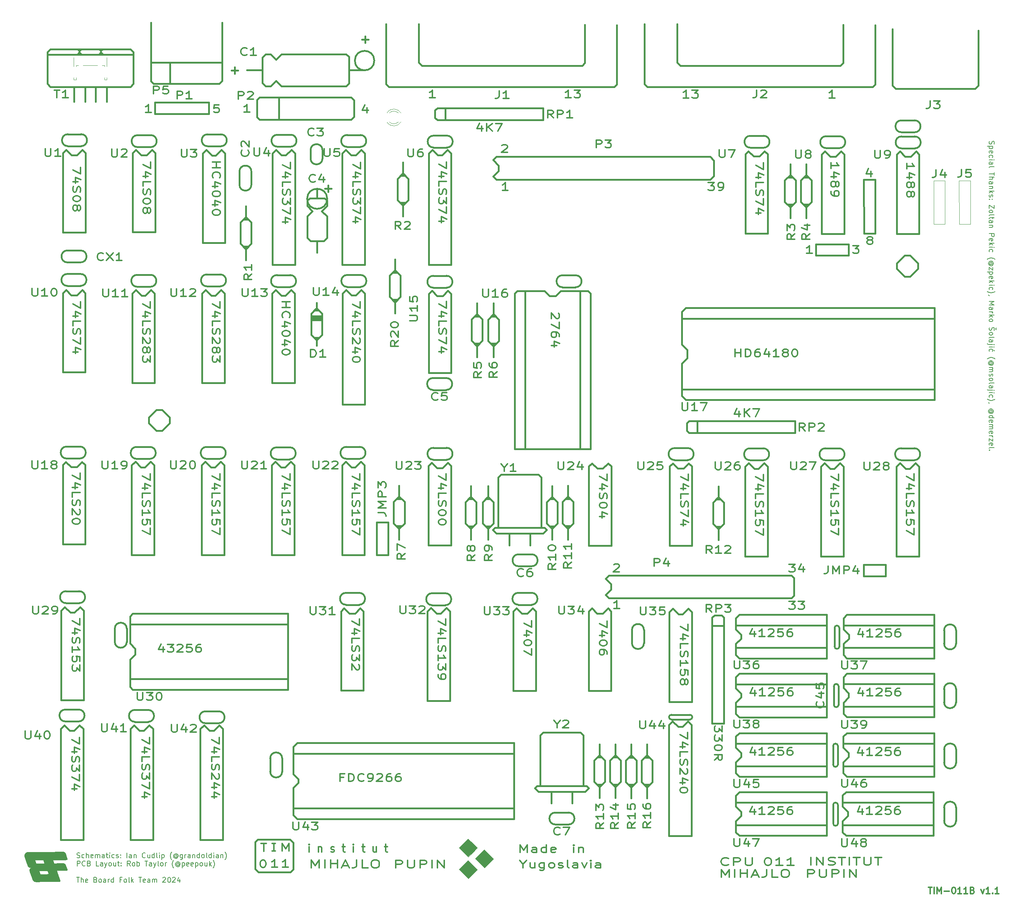
<source format=gbr>
%TF.GenerationSoftware,KiCad,Pcbnew,8.0.1*%
%TF.CreationDate,2024-04-12T12:19:04+01:00*%
%TF.ProjectId,TIM-011B,54494d2d-3031-4314-922e-6b696361645f,rev?*%
%TF.SameCoordinates,Original*%
%TF.FileFunction,Legend,Top*%
%TF.FilePolarity,Positive*%
%FSLAX46Y46*%
G04 Gerber Fmt 4.6, Leading zero omitted, Abs format (unit mm)*
G04 Created by KiCad (PCBNEW 8.0.1) date 2024-04-12 12:19:04*
%MOMM*%
%LPD*%
G01*
G04 APERTURE LIST*
%ADD10C,0.400000*%
%ADD11C,0.350000*%
%ADD12C,0.100000*%
%ADD13C,0.360000*%
%ADD14C,0.300000*%
%ADD15C,0.200000*%
%ADD16C,0.120000*%
%ADD17C,0.000000*%
G04 APERTURE END LIST*
D10*
X149890000Y-223920000D02*
X156580000Y-223920000D01*
D11*
X152325000Y-226650000D02*
X153055000Y-226650000D01*
D10*
X128225000Y-125785000D02*
X128225000Y-124465000D01*
X126395000Y-122635000D02*
X128225000Y-124465000D01*
X304475000Y-89405000D02*
X304475000Y-88085000D01*
X299495000Y-88085000D02*
X299495000Y-89405000D01*
X125075000Y-127615000D02*
X123245000Y-125785000D01*
X186850000Y-40770000D02*
X187600000Y-41520000D01*
X123245000Y-124465000D02*
X123245000Y-125785000D01*
X240055000Y-45880000D02*
X240715000Y-46540000D01*
X125075000Y-122635000D02*
X126395000Y-122635000D01*
X301325000Y-86255000D02*
X302645000Y-86255000D01*
X286825000Y-40910000D02*
X286825000Y-31940000D01*
X293815000Y-46540000D02*
X294415000Y-45940000D01*
X157310000Y-230960000D02*
X156660000Y-231610000D01*
X225350000Y-41520000D02*
X225960000Y-40910000D01*
X125075000Y-122635000D02*
X123245000Y-124465000D01*
X186850000Y-31730000D02*
X186850000Y-40770000D01*
D12*
X204470000Y-228470000D02*
X202336477Y-230603523D01*
X201755000Y-230015000D01*
X200172825Y-228432825D01*
X200735000Y-227865000D01*
X202300000Y-226300000D01*
X204470000Y-228470000D01*
G36*
X204470000Y-228470000D02*
G01*
X202336477Y-230603523D01*
X201755000Y-230015000D01*
X200172825Y-228432825D01*
X200735000Y-227865000D01*
X202300000Y-226300000D01*
X204470000Y-228470000D01*
G37*
D10*
X302645000Y-91235000D02*
X301325000Y-91235000D01*
X179850000Y-46540000D02*
X232950000Y-46540000D01*
X247715000Y-40770000D02*
X248465000Y-41520000D01*
X294415000Y-45940000D02*
X294415000Y-32000000D01*
X149890000Y-223920000D02*
X149890000Y-223920000D01*
D12*
X200645000Y-225915000D02*
X198511477Y-228048523D01*
X197930000Y-227460000D01*
X196347825Y-225877825D01*
X196910000Y-225310000D01*
X198475000Y-223745000D01*
X200645000Y-225915000D01*
G36*
X200645000Y-225915000D02*
G01*
X198511477Y-228048523D01*
X197930000Y-227460000D01*
X196347825Y-225877825D01*
X196910000Y-225310000D01*
X198475000Y-223745000D01*
X200645000Y-225915000D01*
G37*
D10*
X298460000Y-46180000D02*
X299220000Y-46940000D01*
X298460000Y-46180000D02*
X298460000Y-32910000D01*
X299220000Y-46940000D02*
X317960000Y-46940000D01*
D11*
X152345000Y-224820000D02*
X153075000Y-224820000D01*
D10*
X318710000Y-46190000D02*
X318710000Y-33260000D01*
D12*
X200650000Y-231020000D02*
X198516477Y-233153523D01*
X197935000Y-232565000D01*
X196352825Y-230982825D01*
X196915000Y-230415000D01*
X198480000Y-228850000D01*
X200650000Y-231020000D01*
G36*
X200650000Y-231020000D02*
G01*
X198516477Y-233153523D01*
X197935000Y-232565000D01*
X196352825Y-230982825D01*
X196915000Y-230415000D01*
X198480000Y-228850000D01*
X200650000Y-231020000D01*
G37*
D10*
X225960000Y-40910000D02*
X225960000Y-31940000D01*
X149070000Y-231610000D02*
X148340000Y-230880000D01*
X179190000Y-45880000D02*
X179850000Y-46540000D01*
X247715000Y-31730000D02*
X247715000Y-40770000D01*
X301325000Y-91235000D02*
X299495000Y-89405000D01*
X286215000Y-41520000D02*
X286825000Y-40910000D01*
X317960000Y-46940000D02*
X318710000Y-46190000D01*
X148340000Y-224510000D02*
X148930000Y-223920000D01*
X156660000Y-231610000D02*
X149070000Y-231610000D01*
X240715000Y-46540000D02*
X293815000Y-46540000D01*
X232950000Y-46540000D02*
X233550000Y-45940000D01*
X301325000Y-86255000D02*
X299495000Y-88085000D01*
X248465000Y-41520000D02*
X286215000Y-41520000D01*
X156580000Y-223920000D02*
X157310000Y-224650000D01*
X126395000Y-127615000D02*
X125075000Y-127615000D01*
X187600000Y-41520000D02*
X225350000Y-41520000D01*
X302645000Y-91235000D02*
X304475000Y-89405000D01*
X126395000Y-127615000D02*
X128225000Y-125785000D01*
X148930000Y-223920000D02*
X149890000Y-223920000D01*
X240055000Y-31740000D02*
X240055000Y-45880000D01*
X233550000Y-45940000D02*
X233550000Y-32000000D01*
X157310000Y-224650000D02*
X157310000Y-230960000D01*
X302645000Y-86255000D02*
X304475000Y-88085000D01*
X179190000Y-31740000D02*
X179190000Y-45880000D01*
X148340000Y-230880000D02*
X148340000Y-224510000D01*
D13*
X232824937Y-159182422D02*
X232934461Y-159096708D01*
X232934461Y-159096708D02*
X233153508Y-159010994D01*
X233153508Y-159010994D02*
X233701127Y-159010994D01*
X233701127Y-159010994D02*
X233920175Y-159096708D01*
X233920175Y-159096708D02*
X234029699Y-159182422D01*
X234029699Y-159182422D02*
X234139222Y-159353851D01*
X234139222Y-159353851D02*
X234139222Y-159525280D01*
X234139222Y-159525280D02*
X234029699Y-159782422D01*
X234029699Y-159782422D02*
X232715413Y-160810994D01*
X232715413Y-160810994D02*
X234139222Y-160810994D01*
X190759222Y-49080994D02*
X189444937Y-49080994D01*
X190102080Y-49080994D02*
X190102080Y-47280994D01*
X190102080Y-47280994D02*
X189883032Y-47538137D01*
X189883032Y-47538137D02*
X189663984Y-47709565D01*
X189663984Y-47709565D02*
X189444937Y-47795280D01*
X291390175Y-174940994D02*
X291390175Y-176140994D01*
X290842556Y-174255280D02*
X290294937Y-175540994D01*
X290294937Y-175540994D02*
X291718746Y-175540994D01*
X293799698Y-176140994D02*
X292485413Y-176140994D01*
X293142556Y-176140994D02*
X293142556Y-174340994D01*
X293142556Y-174340994D02*
X292923508Y-174598137D01*
X292923508Y-174598137D02*
X292704460Y-174769565D01*
X292704460Y-174769565D02*
X292485413Y-174855280D01*
X294675889Y-174512422D02*
X294785413Y-174426708D01*
X294785413Y-174426708D02*
X295004460Y-174340994D01*
X295004460Y-174340994D02*
X295552079Y-174340994D01*
X295552079Y-174340994D02*
X295771127Y-174426708D01*
X295771127Y-174426708D02*
X295880651Y-174512422D01*
X295880651Y-174512422D02*
X295990174Y-174683851D01*
X295990174Y-174683851D02*
X295990174Y-174855280D01*
X295990174Y-174855280D02*
X295880651Y-175112422D01*
X295880651Y-175112422D02*
X294566365Y-176140994D01*
X294566365Y-176140994D02*
X295990174Y-176140994D01*
X298071127Y-174340994D02*
X296975889Y-174340994D01*
X296975889Y-174340994D02*
X296866365Y-175198137D01*
X296866365Y-175198137D02*
X296975889Y-175112422D01*
X296975889Y-175112422D02*
X297194936Y-175026708D01*
X297194936Y-175026708D02*
X297742555Y-175026708D01*
X297742555Y-175026708D02*
X297961603Y-175112422D01*
X297961603Y-175112422D02*
X298071127Y-175198137D01*
X298071127Y-175198137D02*
X298180650Y-175369565D01*
X298180650Y-175369565D02*
X298180650Y-175798137D01*
X298180650Y-175798137D02*
X298071127Y-175969565D01*
X298071127Y-175969565D02*
X297961603Y-176055280D01*
X297961603Y-176055280D02*
X297742555Y-176140994D01*
X297742555Y-176140994D02*
X297194936Y-176140994D01*
X297194936Y-176140994D02*
X296975889Y-176055280D01*
X296975889Y-176055280D02*
X296866365Y-175969565D01*
X300152079Y-174340994D02*
X299713984Y-174340994D01*
X299713984Y-174340994D02*
X299494936Y-174426708D01*
X299494936Y-174426708D02*
X299385412Y-174512422D01*
X299385412Y-174512422D02*
X299166365Y-174769565D01*
X299166365Y-174769565D02*
X299056841Y-175112422D01*
X299056841Y-175112422D02*
X299056841Y-175798137D01*
X299056841Y-175798137D02*
X299166365Y-175969565D01*
X299166365Y-175969565D02*
X299275888Y-176055280D01*
X299275888Y-176055280D02*
X299494936Y-176140994D01*
X299494936Y-176140994D02*
X299933031Y-176140994D01*
X299933031Y-176140994D02*
X300152079Y-176055280D01*
X300152079Y-176055280D02*
X300261603Y-175969565D01*
X300261603Y-175969565D02*
X300371126Y-175798137D01*
X300371126Y-175798137D02*
X300371126Y-175369565D01*
X300371126Y-175369565D02*
X300261603Y-175198137D01*
X300261603Y-175198137D02*
X300152079Y-175112422D01*
X300152079Y-175112422D02*
X299933031Y-175026708D01*
X299933031Y-175026708D02*
X299494936Y-175026708D01*
X299494936Y-175026708D02*
X299275888Y-175112422D01*
X299275888Y-175112422D02*
X299166365Y-175198137D01*
X299166365Y-175198137D02*
X299056841Y-175369565D01*
X156529005Y-137705413D02*
X156529005Y-139238746D01*
X156529005Y-139238746D02*
X154729005Y-138253032D01*
X155929005Y-141100651D02*
X154729005Y-141100651D01*
X156614720Y-140553032D02*
X155329005Y-140005413D01*
X155329005Y-140005413D02*
X155329005Y-141429222D01*
X154729005Y-143400651D02*
X154729005Y-142305413D01*
X154729005Y-142305413D02*
X156529005Y-142305413D01*
X154814720Y-144057794D02*
X154729005Y-144386365D01*
X154729005Y-144386365D02*
X154729005Y-144933984D01*
X154729005Y-144933984D02*
X154814720Y-145153032D01*
X154814720Y-145153032D02*
X154900434Y-145262556D01*
X154900434Y-145262556D02*
X155071862Y-145372079D01*
X155071862Y-145372079D02*
X155243291Y-145372079D01*
X155243291Y-145372079D02*
X155414720Y-145262556D01*
X155414720Y-145262556D02*
X155500434Y-145153032D01*
X155500434Y-145153032D02*
X155586148Y-144933984D01*
X155586148Y-144933984D02*
X155671862Y-144495889D01*
X155671862Y-144495889D02*
X155757577Y-144276841D01*
X155757577Y-144276841D02*
X155843291Y-144167318D01*
X155843291Y-144167318D02*
X156014720Y-144057794D01*
X156014720Y-144057794D02*
X156186148Y-144057794D01*
X156186148Y-144057794D02*
X156357577Y-144167318D01*
X156357577Y-144167318D02*
X156443291Y-144276841D01*
X156443291Y-144276841D02*
X156529005Y-144495889D01*
X156529005Y-144495889D02*
X156529005Y-145043508D01*
X156529005Y-145043508D02*
X156443291Y-145372079D01*
X154729005Y-147562555D02*
X154729005Y-146248270D01*
X154729005Y-146905413D02*
X156529005Y-146905413D01*
X156529005Y-146905413D02*
X156271862Y-146686365D01*
X156271862Y-146686365D02*
X156100434Y-146467317D01*
X156100434Y-146467317D02*
X156014720Y-146248270D01*
X156529005Y-149643508D02*
X156529005Y-148548270D01*
X156529005Y-148548270D02*
X155671862Y-148438746D01*
X155671862Y-148438746D02*
X155757577Y-148548270D01*
X155757577Y-148548270D02*
X155843291Y-148767317D01*
X155843291Y-148767317D02*
X155843291Y-149314936D01*
X155843291Y-149314936D02*
X155757577Y-149533984D01*
X155757577Y-149533984D02*
X155671862Y-149643508D01*
X155671862Y-149643508D02*
X155500434Y-149753031D01*
X155500434Y-149753031D02*
X155071862Y-149753031D01*
X155071862Y-149753031D02*
X154900434Y-149643508D01*
X154900434Y-149643508D02*
X154814720Y-149533984D01*
X154814720Y-149533984D02*
X154729005Y-149314936D01*
X154729005Y-149314936D02*
X154729005Y-148767317D01*
X154729005Y-148767317D02*
X154814720Y-148548270D01*
X154814720Y-148548270D02*
X154900434Y-148438746D01*
X156529005Y-150519698D02*
X156529005Y-152053031D01*
X156529005Y-152053031D02*
X154729005Y-151067317D01*
X161025413Y-226860994D02*
X161025413Y-225660994D01*
X161025413Y-225060994D02*
X160939699Y-225146708D01*
X160939699Y-225146708D02*
X161025413Y-225232422D01*
X161025413Y-225232422D02*
X161111127Y-225146708D01*
X161111127Y-225146708D02*
X161025413Y-225060994D01*
X161025413Y-225060994D02*
X161025413Y-225232422D01*
X163253985Y-225660994D02*
X163253985Y-226860994D01*
X163253985Y-225832422D02*
X163339699Y-225746708D01*
X163339699Y-225746708D02*
X163511128Y-225660994D01*
X163511128Y-225660994D02*
X163768271Y-225660994D01*
X163768271Y-225660994D02*
X163939699Y-225746708D01*
X163939699Y-225746708D02*
X164025414Y-225918137D01*
X164025414Y-225918137D02*
X164025414Y-226860994D01*
X166168271Y-226775280D02*
X166339699Y-226860994D01*
X166339699Y-226860994D02*
X166682556Y-226860994D01*
X166682556Y-226860994D02*
X166853985Y-226775280D01*
X166853985Y-226775280D02*
X166939699Y-226603851D01*
X166939699Y-226603851D02*
X166939699Y-226518137D01*
X166939699Y-226518137D02*
X166853985Y-226346708D01*
X166853985Y-226346708D02*
X166682556Y-226260994D01*
X166682556Y-226260994D02*
X166425414Y-226260994D01*
X166425414Y-226260994D02*
X166253985Y-226175280D01*
X166253985Y-226175280D02*
X166168271Y-226003851D01*
X166168271Y-226003851D02*
X166168271Y-225918137D01*
X166168271Y-225918137D02*
X166253985Y-225746708D01*
X166253985Y-225746708D02*
X166425414Y-225660994D01*
X166425414Y-225660994D02*
X166682556Y-225660994D01*
X166682556Y-225660994D02*
X166853985Y-225746708D01*
X168825414Y-225660994D02*
X169511128Y-225660994D01*
X169082557Y-225060994D02*
X169082557Y-226603851D01*
X169082557Y-226603851D02*
X169168271Y-226775280D01*
X169168271Y-226775280D02*
X169339700Y-226860994D01*
X169339700Y-226860994D02*
X169511128Y-226860994D01*
X171482557Y-226860994D02*
X171482557Y-225660994D01*
X171482557Y-225060994D02*
X171396843Y-225146708D01*
X171396843Y-225146708D02*
X171482557Y-225232422D01*
X171482557Y-225232422D02*
X171568271Y-225146708D01*
X171568271Y-225146708D02*
X171482557Y-225060994D01*
X171482557Y-225060994D02*
X171482557Y-225232422D01*
X173453986Y-225660994D02*
X174139700Y-225660994D01*
X173711129Y-225060994D02*
X173711129Y-226603851D01*
X173711129Y-226603851D02*
X173796843Y-226775280D01*
X173796843Y-226775280D02*
X173968272Y-226860994D01*
X173968272Y-226860994D02*
X174139700Y-226860994D01*
X176882558Y-225660994D02*
X176882558Y-226860994D01*
X176111129Y-225660994D02*
X176111129Y-226603851D01*
X176111129Y-226603851D02*
X176196843Y-226775280D01*
X176196843Y-226775280D02*
X176368272Y-226860994D01*
X176368272Y-226860994D02*
X176625415Y-226860994D01*
X176625415Y-226860994D02*
X176796843Y-226775280D01*
X176796843Y-226775280D02*
X176882558Y-226689565D01*
X178853986Y-225660994D02*
X179539700Y-225660994D01*
X179111129Y-225060994D02*
X179111129Y-226603851D01*
X179111129Y-226603851D02*
X179196843Y-226775280D01*
X179196843Y-226775280D02*
X179368272Y-226860994D01*
X179368272Y-226860994D02*
X179539700Y-226860994D01*
X161573508Y-230580994D02*
X161573508Y-228780994D01*
X161573508Y-228780994D02*
X162506842Y-230066708D01*
X162506842Y-230066708D02*
X163440175Y-228780994D01*
X163440175Y-228780994D02*
X163440175Y-230580994D01*
X164773508Y-230580994D02*
X164773508Y-228780994D01*
X166106841Y-230580994D02*
X166106841Y-228780994D01*
X166106841Y-229638137D02*
X167706841Y-229638137D01*
X167706841Y-230580994D02*
X167706841Y-228780994D01*
X168906841Y-230066708D02*
X170240174Y-230066708D01*
X168640174Y-230580994D02*
X169573508Y-228780994D01*
X169573508Y-228780994D02*
X170506841Y-230580994D01*
X172240174Y-228780994D02*
X172240174Y-230066708D01*
X172240174Y-230066708D02*
X172106841Y-230323851D01*
X172106841Y-230323851D02*
X171840174Y-230495280D01*
X171840174Y-230495280D02*
X171440174Y-230580994D01*
X171440174Y-230580994D02*
X171173508Y-230580994D01*
X174906841Y-230580994D02*
X173573507Y-230580994D01*
X173573507Y-230580994D02*
X173573507Y-228780994D01*
X176373508Y-228780994D02*
X176906841Y-228780994D01*
X176906841Y-228780994D02*
X177173508Y-228866708D01*
X177173508Y-228866708D02*
X177440174Y-229038137D01*
X177440174Y-229038137D02*
X177573508Y-229380994D01*
X177573508Y-229380994D02*
X177573508Y-229980994D01*
X177573508Y-229980994D02*
X177440174Y-230323851D01*
X177440174Y-230323851D02*
X177173508Y-230495280D01*
X177173508Y-230495280D02*
X176906841Y-230580994D01*
X176906841Y-230580994D02*
X176373508Y-230580994D01*
X176373508Y-230580994D02*
X176106841Y-230495280D01*
X176106841Y-230495280D02*
X175840174Y-230323851D01*
X175840174Y-230323851D02*
X175706841Y-229980994D01*
X175706841Y-229980994D02*
X175706841Y-229380994D01*
X175706841Y-229380994D02*
X175840174Y-229038137D01*
X175840174Y-229038137D02*
X176106841Y-228866708D01*
X176106841Y-228866708D02*
X176373508Y-228780994D01*
X211458270Y-229753851D02*
X211458270Y-230610994D01*
X210624937Y-228810994D02*
X211458270Y-229753851D01*
X211458270Y-229753851D02*
X212291603Y-228810994D01*
X214196365Y-229410994D02*
X214196365Y-230610994D01*
X213124937Y-229410994D02*
X213124937Y-230353851D01*
X213124937Y-230353851D02*
X213243984Y-230525280D01*
X213243984Y-230525280D02*
X213482079Y-230610994D01*
X213482079Y-230610994D02*
X213839222Y-230610994D01*
X213839222Y-230610994D02*
X214077318Y-230525280D01*
X214077318Y-230525280D02*
X214196365Y-230439565D01*
X216458270Y-229410994D02*
X216458270Y-230868137D01*
X216458270Y-230868137D02*
X216339223Y-231039565D01*
X216339223Y-231039565D02*
X216220175Y-231125280D01*
X216220175Y-231125280D02*
X215982080Y-231210994D01*
X215982080Y-231210994D02*
X215624937Y-231210994D01*
X215624937Y-231210994D02*
X215386842Y-231125280D01*
X216458270Y-230525280D02*
X216220175Y-230610994D01*
X216220175Y-230610994D02*
X215743984Y-230610994D01*
X215743984Y-230610994D02*
X215505889Y-230525280D01*
X215505889Y-230525280D02*
X215386842Y-230439565D01*
X215386842Y-230439565D02*
X215267794Y-230268137D01*
X215267794Y-230268137D02*
X215267794Y-229753851D01*
X215267794Y-229753851D02*
X215386842Y-229582422D01*
X215386842Y-229582422D02*
X215505889Y-229496708D01*
X215505889Y-229496708D02*
X215743984Y-229410994D01*
X215743984Y-229410994D02*
X216220175Y-229410994D01*
X216220175Y-229410994D02*
X216458270Y-229496708D01*
X218005889Y-230610994D02*
X217767794Y-230525280D01*
X217767794Y-230525280D02*
X217648747Y-230439565D01*
X217648747Y-230439565D02*
X217529699Y-230268137D01*
X217529699Y-230268137D02*
X217529699Y-229753851D01*
X217529699Y-229753851D02*
X217648747Y-229582422D01*
X217648747Y-229582422D02*
X217767794Y-229496708D01*
X217767794Y-229496708D02*
X218005889Y-229410994D01*
X218005889Y-229410994D02*
X218363032Y-229410994D01*
X218363032Y-229410994D02*
X218601128Y-229496708D01*
X218601128Y-229496708D02*
X218720175Y-229582422D01*
X218720175Y-229582422D02*
X218839223Y-229753851D01*
X218839223Y-229753851D02*
X218839223Y-230268137D01*
X218839223Y-230268137D02*
X218720175Y-230439565D01*
X218720175Y-230439565D02*
X218601128Y-230525280D01*
X218601128Y-230525280D02*
X218363032Y-230610994D01*
X218363032Y-230610994D02*
X218005889Y-230610994D01*
X219791604Y-230525280D02*
X220029699Y-230610994D01*
X220029699Y-230610994D02*
X220505890Y-230610994D01*
X220505890Y-230610994D02*
X220743985Y-230525280D01*
X220743985Y-230525280D02*
X220863033Y-230353851D01*
X220863033Y-230353851D02*
X220863033Y-230268137D01*
X220863033Y-230268137D02*
X220743985Y-230096708D01*
X220743985Y-230096708D02*
X220505890Y-230010994D01*
X220505890Y-230010994D02*
X220148747Y-230010994D01*
X220148747Y-230010994D02*
X219910652Y-229925280D01*
X219910652Y-229925280D02*
X219791604Y-229753851D01*
X219791604Y-229753851D02*
X219791604Y-229668137D01*
X219791604Y-229668137D02*
X219910652Y-229496708D01*
X219910652Y-229496708D02*
X220148747Y-229410994D01*
X220148747Y-229410994D02*
X220505890Y-229410994D01*
X220505890Y-229410994D02*
X220743985Y-229496708D01*
X222291604Y-230610994D02*
X222053509Y-230525280D01*
X222053509Y-230525280D02*
X221934462Y-230353851D01*
X221934462Y-230353851D02*
X221934462Y-228810994D01*
X224315414Y-230610994D02*
X224315414Y-229668137D01*
X224315414Y-229668137D02*
X224196367Y-229496708D01*
X224196367Y-229496708D02*
X223958271Y-229410994D01*
X223958271Y-229410994D02*
X223482081Y-229410994D01*
X223482081Y-229410994D02*
X223243986Y-229496708D01*
X224315414Y-230525280D02*
X224077319Y-230610994D01*
X224077319Y-230610994D02*
X223482081Y-230610994D01*
X223482081Y-230610994D02*
X223243986Y-230525280D01*
X223243986Y-230525280D02*
X223124938Y-230353851D01*
X223124938Y-230353851D02*
X223124938Y-230182422D01*
X223124938Y-230182422D02*
X223243986Y-230010994D01*
X223243986Y-230010994D02*
X223482081Y-229925280D01*
X223482081Y-229925280D02*
X224077319Y-229925280D01*
X224077319Y-229925280D02*
X224315414Y-229839565D01*
X225267795Y-229410994D02*
X225863033Y-230610994D01*
X225863033Y-230610994D02*
X226458272Y-229410994D01*
X227410653Y-230610994D02*
X227410653Y-229410994D01*
X227410653Y-228810994D02*
X227291605Y-228896708D01*
X227291605Y-228896708D02*
X227410653Y-228982422D01*
X227410653Y-228982422D02*
X227529700Y-228896708D01*
X227529700Y-228896708D02*
X227410653Y-228810994D01*
X227410653Y-228810994D02*
X227410653Y-228982422D01*
X229672557Y-230610994D02*
X229672557Y-229668137D01*
X229672557Y-229668137D02*
X229553510Y-229496708D01*
X229553510Y-229496708D02*
X229315414Y-229410994D01*
X229315414Y-229410994D02*
X228839224Y-229410994D01*
X228839224Y-229410994D02*
X228601129Y-229496708D01*
X229672557Y-230525280D02*
X229434462Y-230610994D01*
X229434462Y-230610994D02*
X228839224Y-230610994D01*
X228839224Y-230610994D02*
X228601129Y-230525280D01*
X228601129Y-230525280D02*
X228482081Y-230353851D01*
X228482081Y-230353851D02*
X228482081Y-230182422D01*
X228482081Y-230182422D02*
X228601129Y-230010994D01*
X228601129Y-230010994D02*
X228839224Y-229925280D01*
X228839224Y-229925280D02*
X229434462Y-229925280D01*
X229434462Y-229925280D02*
X229672557Y-229839565D01*
X123869222Y-52520994D02*
X122554937Y-52520994D01*
X123212080Y-52520994D02*
X123212080Y-50720994D01*
X123212080Y-50720994D02*
X122993032Y-50978137D01*
X122993032Y-50978137D02*
X122773984Y-51149565D01*
X122773984Y-51149565D02*
X122554937Y-51235280D01*
X150082556Y-228730994D02*
X150301603Y-228730994D01*
X150301603Y-228730994D02*
X150520651Y-228816708D01*
X150520651Y-228816708D02*
X150630175Y-228902422D01*
X150630175Y-228902422D02*
X150739699Y-229073851D01*
X150739699Y-229073851D02*
X150849222Y-229416708D01*
X150849222Y-229416708D02*
X150849222Y-229845280D01*
X150849222Y-229845280D02*
X150739699Y-230188137D01*
X150739699Y-230188137D02*
X150630175Y-230359565D01*
X150630175Y-230359565D02*
X150520651Y-230445280D01*
X150520651Y-230445280D02*
X150301603Y-230530994D01*
X150301603Y-230530994D02*
X150082556Y-230530994D01*
X150082556Y-230530994D02*
X149863508Y-230445280D01*
X149863508Y-230445280D02*
X149753984Y-230359565D01*
X149753984Y-230359565D02*
X149644461Y-230188137D01*
X149644461Y-230188137D02*
X149534937Y-229845280D01*
X149534937Y-229845280D02*
X149534937Y-229416708D01*
X149534937Y-229416708D02*
X149644461Y-229073851D01*
X149644461Y-229073851D02*
X149753984Y-228902422D01*
X149753984Y-228902422D02*
X149863508Y-228816708D01*
X149863508Y-228816708D02*
X150082556Y-228730994D01*
X234189222Y-169450994D02*
X232874937Y-169450994D01*
X233532080Y-169450994D02*
X233532080Y-167650994D01*
X233532080Y-167650994D02*
X233313032Y-167908137D01*
X233313032Y-167908137D02*
X233093984Y-168079565D01*
X233093984Y-168079565D02*
X232874937Y-168165280D01*
X123589005Y-137735413D02*
X123589005Y-139268746D01*
X123589005Y-139268746D02*
X121789005Y-138283032D01*
X122989005Y-141130651D02*
X121789005Y-141130651D01*
X123674720Y-140583032D02*
X122389005Y-140035413D01*
X122389005Y-140035413D02*
X122389005Y-141459222D01*
X121789005Y-143430651D02*
X121789005Y-142335413D01*
X121789005Y-142335413D02*
X123589005Y-142335413D01*
X121874720Y-144087794D02*
X121789005Y-144416365D01*
X121789005Y-144416365D02*
X121789005Y-144963984D01*
X121789005Y-144963984D02*
X121874720Y-145183032D01*
X121874720Y-145183032D02*
X121960434Y-145292556D01*
X121960434Y-145292556D02*
X122131862Y-145402079D01*
X122131862Y-145402079D02*
X122303291Y-145402079D01*
X122303291Y-145402079D02*
X122474720Y-145292556D01*
X122474720Y-145292556D02*
X122560434Y-145183032D01*
X122560434Y-145183032D02*
X122646148Y-144963984D01*
X122646148Y-144963984D02*
X122731862Y-144525889D01*
X122731862Y-144525889D02*
X122817577Y-144306841D01*
X122817577Y-144306841D02*
X122903291Y-144197318D01*
X122903291Y-144197318D02*
X123074720Y-144087794D01*
X123074720Y-144087794D02*
X123246148Y-144087794D01*
X123246148Y-144087794D02*
X123417577Y-144197318D01*
X123417577Y-144197318D02*
X123503291Y-144306841D01*
X123503291Y-144306841D02*
X123589005Y-144525889D01*
X123589005Y-144525889D02*
X123589005Y-145073508D01*
X123589005Y-145073508D02*
X123503291Y-145402079D01*
X121789005Y-147592555D02*
X121789005Y-146278270D01*
X121789005Y-146935413D02*
X123589005Y-146935413D01*
X123589005Y-146935413D02*
X123331862Y-146716365D01*
X123331862Y-146716365D02*
X123160434Y-146497317D01*
X123160434Y-146497317D02*
X123074720Y-146278270D01*
X123589005Y-149673508D02*
X123589005Y-148578270D01*
X123589005Y-148578270D02*
X122731862Y-148468746D01*
X122731862Y-148468746D02*
X122817577Y-148578270D01*
X122817577Y-148578270D02*
X122903291Y-148797317D01*
X122903291Y-148797317D02*
X122903291Y-149344936D01*
X122903291Y-149344936D02*
X122817577Y-149563984D01*
X122817577Y-149563984D02*
X122731862Y-149673508D01*
X122731862Y-149673508D02*
X122560434Y-149783031D01*
X122560434Y-149783031D02*
X122131862Y-149783031D01*
X122131862Y-149783031D02*
X121960434Y-149673508D01*
X121960434Y-149673508D02*
X121874720Y-149563984D01*
X121874720Y-149563984D02*
X121789005Y-149344936D01*
X121789005Y-149344936D02*
X121789005Y-148797317D01*
X121789005Y-148797317D02*
X121874720Y-148578270D01*
X121874720Y-148578270D02*
X121960434Y-148468746D01*
X123589005Y-150549698D02*
X123589005Y-152083031D01*
X123589005Y-152083031D02*
X121789005Y-151097317D01*
X193419005Y-64225413D02*
X193419005Y-65758746D01*
X193419005Y-65758746D02*
X191619005Y-64773032D01*
X192819005Y-67620651D02*
X191619005Y-67620651D01*
X193504720Y-67073032D02*
X192219005Y-66525413D01*
X192219005Y-66525413D02*
X192219005Y-67949222D01*
X191619005Y-69920651D02*
X191619005Y-68825413D01*
X191619005Y-68825413D02*
X193419005Y-68825413D01*
X191704720Y-70577794D02*
X191619005Y-70906365D01*
X191619005Y-70906365D02*
X191619005Y-71453984D01*
X191619005Y-71453984D02*
X191704720Y-71673032D01*
X191704720Y-71673032D02*
X191790434Y-71782556D01*
X191790434Y-71782556D02*
X191961862Y-71892079D01*
X191961862Y-71892079D02*
X192133291Y-71892079D01*
X192133291Y-71892079D02*
X192304720Y-71782556D01*
X192304720Y-71782556D02*
X192390434Y-71673032D01*
X192390434Y-71673032D02*
X192476148Y-71453984D01*
X192476148Y-71453984D02*
X192561862Y-71015889D01*
X192561862Y-71015889D02*
X192647577Y-70796841D01*
X192647577Y-70796841D02*
X192733291Y-70687318D01*
X192733291Y-70687318D02*
X192904720Y-70577794D01*
X192904720Y-70577794D02*
X193076148Y-70577794D01*
X193076148Y-70577794D02*
X193247577Y-70687318D01*
X193247577Y-70687318D02*
X193333291Y-70796841D01*
X193333291Y-70796841D02*
X193419005Y-71015889D01*
X193419005Y-71015889D02*
X193419005Y-71563508D01*
X193419005Y-71563508D02*
X193333291Y-71892079D01*
X193419005Y-72658746D02*
X193419005Y-74082555D01*
X193419005Y-74082555D02*
X192733291Y-73315889D01*
X192733291Y-73315889D02*
X192733291Y-73644460D01*
X192733291Y-73644460D02*
X192647577Y-73863508D01*
X192647577Y-73863508D02*
X192561862Y-73973032D01*
X192561862Y-73973032D02*
X192390434Y-74082555D01*
X192390434Y-74082555D02*
X191961862Y-74082555D01*
X191961862Y-74082555D02*
X191790434Y-73973032D01*
X191790434Y-73973032D02*
X191704720Y-73863508D01*
X191704720Y-73863508D02*
X191619005Y-73644460D01*
X191619005Y-73644460D02*
X191619005Y-72987317D01*
X191619005Y-72987317D02*
X191704720Y-72768270D01*
X191704720Y-72768270D02*
X191790434Y-72658746D01*
X193419005Y-74849222D02*
X193419005Y-76382555D01*
X193419005Y-76382555D02*
X191619005Y-75396841D01*
X192819005Y-78244460D02*
X191619005Y-78244460D01*
X193504720Y-77696841D02*
X192219005Y-77149222D01*
X192219005Y-77149222D02*
X192219005Y-78573031D01*
X284019005Y-65729222D02*
X284019005Y-64414937D01*
X284019005Y-65072080D02*
X285819005Y-65072080D01*
X285819005Y-65072080D02*
X285561862Y-64853032D01*
X285561862Y-64853032D02*
X285390434Y-64633984D01*
X285390434Y-64633984D02*
X285304720Y-64414937D01*
X285219005Y-67700651D02*
X284019005Y-67700651D01*
X285904720Y-67153032D02*
X284619005Y-66605413D01*
X284619005Y-66605413D02*
X284619005Y-68029222D01*
X285047577Y-69233984D02*
X285133291Y-69014936D01*
X285133291Y-69014936D02*
X285219005Y-68905413D01*
X285219005Y-68905413D02*
X285390434Y-68795889D01*
X285390434Y-68795889D02*
X285476148Y-68795889D01*
X285476148Y-68795889D02*
X285647577Y-68905413D01*
X285647577Y-68905413D02*
X285733291Y-69014936D01*
X285733291Y-69014936D02*
X285819005Y-69233984D01*
X285819005Y-69233984D02*
X285819005Y-69672079D01*
X285819005Y-69672079D02*
X285733291Y-69891127D01*
X285733291Y-69891127D02*
X285647577Y-70000651D01*
X285647577Y-70000651D02*
X285476148Y-70110174D01*
X285476148Y-70110174D02*
X285390434Y-70110174D01*
X285390434Y-70110174D02*
X285219005Y-70000651D01*
X285219005Y-70000651D02*
X285133291Y-69891127D01*
X285133291Y-69891127D02*
X285047577Y-69672079D01*
X285047577Y-69672079D02*
X285047577Y-69233984D01*
X285047577Y-69233984D02*
X284961862Y-69014936D01*
X284961862Y-69014936D02*
X284876148Y-68905413D01*
X284876148Y-68905413D02*
X284704720Y-68795889D01*
X284704720Y-68795889D02*
X284361862Y-68795889D01*
X284361862Y-68795889D02*
X284190434Y-68905413D01*
X284190434Y-68905413D02*
X284104720Y-69014936D01*
X284104720Y-69014936D02*
X284019005Y-69233984D01*
X284019005Y-69233984D02*
X284019005Y-69672079D01*
X284019005Y-69672079D02*
X284104720Y-69891127D01*
X284104720Y-69891127D02*
X284190434Y-70000651D01*
X284190434Y-70000651D02*
X284361862Y-70110174D01*
X284361862Y-70110174D02*
X284704720Y-70110174D01*
X284704720Y-70110174D02*
X284876148Y-70000651D01*
X284876148Y-70000651D02*
X284961862Y-69891127D01*
X284961862Y-69891127D02*
X285047577Y-69672079D01*
X284019005Y-71205412D02*
X284019005Y-71643508D01*
X284019005Y-71643508D02*
X284104720Y-71862555D01*
X284104720Y-71862555D02*
X284190434Y-71972079D01*
X284190434Y-71972079D02*
X284447577Y-72191127D01*
X284447577Y-72191127D02*
X284790434Y-72300650D01*
X284790434Y-72300650D02*
X285476148Y-72300650D01*
X285476148Y-72300650D02*
X285647577Y-72191127D01*
X285647577Y-72191127D02*
X285733291Y-72081603D01*
X285733291Y-72081603D02*
X285819005Y-71862555D01*
X285819005Y-71862555D02*
X285819005Y-71424460D01*
X285819005Y-71424460D02*
X285733291Y-71205412D01*
X285733291Y-71205412D02*
X285647577Y-71095889D01*
X285647577Y-71095889D02*
X285476148Y-70986365D01*
X285476148Y-70986365D02*
X285047577Y-70986365D01*
X285047577Y-70986365D02*
X284876148Y-71095889D01*
X284876148Y-71095889D02*
X284790434Y-71205412D01*
X284790434Y-71205412D02*
X284704720Y-71424460D01*
X284704720Y-71424460D02*
X284704720Y-71862555D01*
X284704720Y-71862555D02*
X284790434Y-72081603D01*
X284790434Y-72081603D02*
X284876148Y-72191127D01*
X284876148Y-72191127D02*
X285047577Y-72300650D01*
X140059005Y-97165413D02*
X140059005Y-98698746D01*
X140059005Y-98698746D02*
X138259005Y-97713032D01*
X139459005Y-100560651D02*
X138259005Y-100560651D01*
X140144720Y-100013032D02*
X138859005Y-99465413D01*
X138859005Y-99465413D02*
X138859005Y-100889222D01*
X138259005Y-102860651D02*
X138259005Y-101765413D01*
X138259005Y-101765413D02*
X140059005Y-101765413D01*
X138344720Y-103517794D02*
X138259005Y-103846365D01*
X138259005Y-103846365D02*
X138259005Y-104393984D01*
X138259005Y-104393984D02*
X138344720Y-104613032D01*
X138344720Y-104613032D02*
X138430434Y-104722556D01*
X138430434Y-104722556D02*
X138601862Y-104832079D01*
X138601862Y-104832079D02*
X138773291Y-104832079D01*
X138773291Y-104832079D02*
X138944720Y-104722556D01*
X138944720Y-104722556D02*
X139030434Y-104613032D01*
X139030434Y-104613032D02*
X139116148Y-104393984D01*
X139116148Y-104393984D02*
X139201862Y-103955889D01*
X139201862Y-103955889D02*
X139287577Y-103736841D01*
X139287577Y-103736841D02*
X139373291Y-103627318D01*
X139373291Y-103627318D02*
X139544720Y-103517794D01*
X139544720Y-103517794D02*
X139716148Y-103517794D01*
X139716148Y-103517794D02*
X139887577Y-103627318D01*
X139887577Y-103627318D02*
X139973291Y-103736841D01*
X139973291Y-103736841D02*
X140059005Y-103955889D01*
X140059005Y-103955889D02*
X140059005Y-104503508D01*
X140059005Y-104503508D02*
X139973291Y-104832079D01*
X139887577Y-105708270D02*
X139973291Y-105817794D01*
X139973291Y-105817794D02*
X140059005Y-106036841D01*
X140059005Y-106036841D02*
X140059005Y-106584460D01*
X140059005Y-106584460D02*
X139973291Y-106803508D01*
X139973291Y-106803508D02*
X139887577Y-106913032D01*
X139887577Y-106913032D02*
X139716148Y-107022555D01*
X139716148Y-107022555D02*
X139544720Y-107022555D01*
X139544720Y-107022555D02*
X139287577Y-106913032D01*
X139287577Y-106913032D02*
X138259005Y-105598746D01*
X138259005Y-105598746D02*
X138259005Y-107022555D01*
X139287577Y-108336841D02*
X139373291Y-108117793D01*
X139373291Y-108117793D02*
X139459005Y-108008270D01*
X139459005Y-108008270D02*
X139630434Y-107898746D01*
X139630434Y-107898746D02*
X139716148Y-107898746D01*
X139716148Y-107898746D02*
X139887577Y-108008270D01*
X139887577Y-108008270D02*
X139973291Y-108117793D01*
X139973291Y-108117793D02*
X140059005Y-108336841D01*
X140059005Y-108336841D02*
X140059005Y-108774936D01*
X140059005Y-108774936D02*
X139973291Y-108993984D01*
X139973291Y-108993984D02*
X139887577Y-109103508D01*
X139887577Y-109103508D02*
X139716148Y-109213031D01*
X139716148Y-109213031D02*
X139630434Y-109213031D01*
X139630434Y-109213031D02*
X139459005Y-109103508D01*
X139459005Y-109103508D02*
X139373291Y-108993984D01*
X139373291Y-108993984D02*
X139287577Y-108774936D01*
X139287577Y-108774936D02*
X139287577Y-108336841D01*
X139287577Y-108336841D02*
X139201862Y-108117793D01*
X139201862Y-108117793D02*
X139116148Y-108008270D01*
X139116148Y-108008270D02*
X138944720Y-107898746D01*
X138944720Y-107898746D02*
X138601862Y-107898746D01*
X138601862Y-107898746D02*
X138430434Y-108008270D01*
X138430434Y-108008270D02*
X138344720Y-108117793D01*
X138344720Y-108117793D02*
X138259005Y-108336841D01*
X138259005Y-108336841D02*
X138259005Y-108774936D01*
X138259005Y-108774936D02*
X138344720Y-108993984D01*
X138344720Y-108993984D02*
X138430434Y-109103508D01*
X138430434Y-109103508D02*
X138601862Y-109213031D01*
X138601862Y-109213031D02*
X138944720Y-109213031D01*
X138944720Y-109213031D02*
X139116148Y-109103508D01*
X139116148Y-109103508D02*
X139201862Y-108993984D01*
X139201862Y-108993984D02*
X139287577Y-108774936D01*
X140059005Y-109979698D02*
X140059005Y-111403507D01*
X140059005Y-111403507D02*
X139373291Y-110636841D01*
X139373291Y-110636841D02*
X139373291Y-110965412D01*
X139373291Y-110965412D02*
X139287577Y-111184460D01*
X139287577Y-111184460D02*
X139201862Y-111293984D01*
X139201862Y-111293984D02*
X139030434Y-111403507D01*
X139030434Y-111403507D02*
X138601862Y-111403507D01*
X138601862Y-111403507D02*
X138430434Y-111293984D01*
X138430434Y-111293984D02*
X138344720Y-111184460D01*
X138344720Y-111184460D02*
X138259005Y-110965412D01*
X138259005Y-110965412D02*
X138259005Y-110308269D01*
X138259005Y-110308269D02*
X138344720Y-110089222D01*
X138344720Y-110089222D02*
X138430434Y-109979698D01*
X291390175Y-188860994D02*
X291390175Y-190060994D01*
X290842556Y-188175280D02*
X290294937Y-189460994D01*
X290294937Y-189460994D02*
X291718746Y-189460994D01*
X293799698Y-190060994D02*
X292485413Y-190060994D01*
X293142556Y-190060994D02*
X293142556Y-188260994D01*
X293142556Y-188260994D02*
X292923508Y-188518137D01*
X292923508Y-188518137D02*
X292704460Y-188689565D01*
X292704460Y-188689565D02*
X292485413Y-188775280D01*
X294675889Y-188432422D02*
X294785413Y-188346708D01*
X294785413Y-188346708D02*
X295004460Y-188260994D01*
X295004460Y-188260994D02*
X295552079Y-188260994D01*
X295552079Y-188260994D02*
X295771127Y-188346708D01*
X295771127Y-188346708D02*
X295880651Y-188432422D01*
X295880651Y-188432422D02*
X295990174Y-188603851D01*
X295990174Y-188603851D02*
X295990174Y-188775280D01*
X295990174Y-188775280D02*
X295880651Y-189032422D01*
X295880651Y-189032422D02*
X294566365Y-190060994D01*
X294566365Y-190060994D02*
X295990174Y-190060994D01*
X298071127Y-188260994D02*
X296975889Y-188260994D01*
X296975889Y-188260994D02*
X296866365Y-189118137D01*
X296866365Y-189118137D02*
X296975889Y-189032422D01*
X296975889Y-189032422D02*
X297194936Y-188946708D01*
X297194936Y-188946708D02*
X297742555Y-188946708D01*
X297742555Y-188946708D02*
X297961603Y-189032422D01*
X297961603Y-189032422D02*
X298071127Y-189118137D01*
X298071127Y-189118137D02*
X298180650Y-189289565D01*
X298180650Y-189289565D02*
X298180650Y-189718137D01*
X298180650Y-189718137D02*
X298071127Y-189889565D01*
X298071127Y-189889565D02*
X297961603Y-189975280D01*
X297961603Y-189975280D02*
X297742555Y-190060994D01*
X297742555Y-190060994D02*
X297194936Y-190060994D01*
X297194936Y-190060994D02*
X296975889Y-189975280D01*
X296975889Y-189975280D02*
X296866365Y-189889565D01*
X300152079Y-188260994D02*
X299713984Y-188260994D01*
X299713984Y-188260994D02*
X299494936Y-188346708D01*
X299494936Y-188346708D02*
X299385412Y-188432422D01*
X299385412Y-188432422D02*
X299166365Y-188689565D01*
X299166365Y-188689565D02*
X299056841Y-189032422D01*
X299056841Y-189032422D02*
X299056841Y-189718137D01*
X299056841Y-189718137D02*
X299166365Y-189889565D01*
X299166365Y-189889565D02*
X299275888Y-189975280D01*
X299275888Y-189975280D02*
X299494936Y-190060994D01*
X299494936Y-190060994D02*
X299933031Y-190060994D01*
X299933031Y-190060994D02*
X300152079Y-189975280D01*
X300152079Y-189975280D02*
X300261603Y-189889565D01*
X300261603Y-189889565D02*
X300371126Y-189718137D01*
X300371126Y-189718137D02*
X300371126Y-189289565D01*
X300371126Y-189289565D02*
X300261603Y-189118137D01*
X300261603Y-189118137D02*
X300152079Y-189032422D01*
X300152079Y-189032422D02*
X299933031Y-188946708D01*
X299933031Y-188946708D02*
X299494936Y-188946708D01*
X299494936Y-188946708D02*
X299275888Y-189032422D01*
X299275888Y-189032422D02*
X299166365Y-189118137D01*
X299166365Y-189118137D02*
X299056841Y-189289565D01*
D14*
X306900225Y-235170828D02*
X307757368Y-235170828D01*
X307328796Y-236670828D02*
X307328796Y-235170828D01*
X308257367Y-236670828D02*
X308257367Y-235170828D01*
X308971653Y-236670828D02*
X308971653Y-235170828D01*
X308971653Y-235170828D02*
X309471653Y-236242257D01*
X309471653Y-236242257D02*
X309971653Y-235170828D01*
X309971653Y-235170828D02*
X309971653Y-236670828D01*
X310685939Y-236099400D02*
X311828797Y-236099400D01*
X312828797Y-235170828D02*
X312971654Y-235170828D01*
X312971654Y-235170828D02*
X313114511Y-235242257D01*
X313114511Y-235242257D02*
X313185940Y-235313685D01*
X313185940Y-235313685D02*
X313257368Y-235456542D01*
X313257368Y-235456542D02*
X313328797Y-235742257D01*
X313328797Y-235742257D02*
X313328797Y-236099400D01*
X313328797Y-236099400D02*
X313257368Y-236385114D01*
X313257368Y-236385114D02*
X313185940Y-236527971D01*
X313185940Y-236527971D02*
X313114511Y-236599400D01*
X313114511Y-236599400D02*
X312971654Y-236670828D01*
X312971654Y-236670828D02*
X312828797Y-236670828D01*
X312828797Y-236670828D02*
X312685940Y-236599400D01*
X312685940Y-236599400D02*
X312614511Y-236527971D01*
X312614511Y-236527971D02*
X312543082Y-236385114D01*
X312543082Y-236385114D02*
X312471654Y-236099400D01*
X312471654Y-236099400D02*
X312471654Y-235742257D01*
X312471654Y-235742257D02*
X312543082Y-235456542D01*
X312543082Y-235456542D02*
X312614511Y-235313685D01*
X312614511Y-235313685D02*
X312685940Y-235242257D01*
X312685940Y-235242257D02*
X312828797Y-235170828D01*
X314757368Y-236670828D02*
X313900225Y-236670828D01*
X314328796Y-236670828D02*
X314328796Y-235170828D01*
X314328796Y-235170828D02*
X314185939Y-235385114D01*
X314185939Y-235385114D02*
X314043082Y-235527971D01*
X314043082Y-235527971D02*
X313900225Y-235599400D01*
X316185939Y-236670828D02*
X315328796Y-236670828D01*
X315757367Y-236670828D02*
X315757367Y-235170828D01*
X315757367Y-235170828D02*
X315614510Y-235385114D01*
X315614510Y-235385114D02*
X315471653Y-235527971D01*
X315471653Y-235527971D02*
X315328796Y-235599400D01*
X317328795Y-235885114D02*
X317543081Y-235956542D01*
X317543081Y-235956542D02*
X317614510Y-236027971D01*
X317614510Y-236027971D02*
X317685938Y-236170828D01*
X317685938Y-236170828D02*
X317685938Y-236385114D01*
X317685938Y-236385114D02*
X317614510Y-236527971D01*
X317614510Y-236527971D02*
X317543081Y-236599400D01*
X317543081Y-236599400D02*
X317400224Y-236670828D01*
X317400224Y-236670828D02*
X316828795Y-236670828D01*
X316828795Y-236670828D02*
X316828795Y-235170828D01*
X316828795Y-235170828D02*
X317328795Y-235170828D01*
X317328795Y-235170828D02*
X317471653Y-235242257D01*
X317471653Y-235242257D02*
X317543081Y-235313685D01*
X317543081Y-235313685D02*
X317614510Y-235456542D01*
X317614510Y-235456542D02*
X317614510Y-235599400D01*
X317614510Y-235599400D02*
X317543081Y-235742257D01*
X317543081Y-235742257D02*
X317471653Y-235813685D01*
X317471653Y-235813685D02*
X317328795Y-235885114D01*
X317328795Y-235885114D02*
X316828795Y-235885114D01*
X319328795Y-235670828D02*
X319685938Y-236670828D01*
X319685938Y-236670828D02*
X320043081Y-235670828D01*
X321400224Y-236670828D02*
X320543081Y-236670828D01*
X320971652Y-236670828D02*
X320971652Y-235170828D01*
X320971652Y-235170828D02*
X320828795Y-235385114D01*
X320828795Y-235385114D02*
X320685938Y-235527971D01*
X320685938Y-235527971D02*
X320543081Y-235599400D01*
X322043080Y-236527971D02*
X322114509Y-236599400D01*
X322114509Y-236599400D02*
X322043080Y-236670828D01*
X322043080Y-236670828D02*
X321971652Y-236599400D01*
X321971652Y-236599400D02*
X322043080Y-236527971D01*
X322043080Y-236527971D02*
X322043080Y-236670828D01*
X323543081Y-236670828D02*
X322685938Y-236670828D01*
X323114509Y-236670828D02*
X323114509Y-235170828D01*
X323114509Y-235170828D02*
X322971652Y-235385114D01*
X322971652Y-235385114D02*
X322828795Y-235527971D01*
X322828795Y-235527971D02*
X322685938Y-235599400D01*
D15*
X321310400Y-59360149D02*
X321253257Y-59531578D01*
X321253257Y-59531578D02*
X321253257Y-59817292D01*
X321253257Y-59817292D02*
X321310400Y-59931578D01*
X321310400Y-59931578D02*
X321367542Y-59988720D01*
X321367542Y-59988720D02*
X321481828Y-60045863D01*
X321481828Y-60045863D02*
X321596114Y-60045863D01*
X321596114Y-60045863D02*
X321710400Y-59988720D01*
X321710400Y-59988720D02*
X321767542Y-59931578D01*
X321767542Y-59931578D02*
X321824685Y-59817292D01*
X321824685Y-59817292D02*
X321881828Y-59588720D01*
X321881828Y-59588720D02*
X321938971Y-59474435D01*
X321938971Y-59474435D02*
X321996114Y-59417292D01*
X321996114Y-59417292D02*
X322110400Y-59360149D01*
X322110400Y-59360149D02*
X322224685Y-59360149D01*
X322224685Y-59360149D02*
X322338971Y-59417292D01*
X322338971Y-59417292D02*
X322396114Y-59474435D01*
X322396114Y-59474435D02*
X322453257Y-59588720D01*
X322453257Y-59588720D02*
X322453257Y-59874435D01*
X322453257Y-59874435D02*
X322396114Y-60045863D01*
X322053257Y-60560149D02*
X320853257Y-60560149D01*
X321996114Y-60560149D02*
X322053257Y-60674435D01*
X322053257Y-60674435D02*
X322053257Y-60903006D01*
X322053257Y-60903006D02*
X321996114Y-61017292D01*
X321996114Y-61017292D02*
X321938971Y-61074435D01*
X321938971Y-61074435D02*
X321824685Y-61131577D01*
X321824685Y-61131577D02*
X321481828Y-61131577D01*
X321481828Y-61131577D02*
X321367542Y-61074435D01*
X321367542Y-61074435D02*
X321310400Y-61017292D01*
X321310400Y-61017292D02*
X321253257Y-60903006D01*
X321253257Y-60903006D02*
X321253257Y-60674435D01*
X321253257Y-60674435D02*
X321310400Y-60560149D01*
X321310400Y-62103006D02*
X321253257Y-61988720D01*
X321253257Y-61988720D02*
X321253257Y-61760149D01*
X321253257Y-61760149D02*
X321310400Y-61645863D01*
X321310400Y-61645863D02*
X321424685Y-61588720D01*
X321424685Y-61588720D02*
X321881828Y-61588720D01*
X321881828Y-61588720D02*
X321996114Y-61645863D01*
X321996114Y-61645863D02*
X322053257Y-61760149D01*
X322053257Y-61760149D02*
X322053257Y-61988720D01*
X322053257Y-61988720D02*
X321996114Y-62103006D01*
X321996114Y-62103006D02*
X321881828Y-62160149D01*
X321881828Y-62160149D02*
X321767542Y-62160149D01*
X321767542Y-62160149D02*
X321653257Y-61588720D01*
X321310400Y-63188720D02*
X321253257Y-63074434D01*
X321253257Y-63074434D02*
X321253257Y-62845862D01*
X321253257Y-62845862D02*
X321310400Y-62731577D01*
X321310400Y-62731577D02*
X321367542Y-62674434D01*
X321367542Y-62674434D02*
X321481828Y-62617291D01*
X321481828Y-62617291D02*
X321824685Y-62617291D01*
X321824685Y-62617291D02*
X321938971Y-62674434D01*
X321938971Y-62674434D02*
X321996114Y-62731577D01*
X321996114Y-62731577D02*
X322053257Y-62845862D01*
X322053257Y-62845862D02*
X322053257Y-63074434D01*
X322053257Y-63074434D02*
X321996114Y-63188720D01*
X321253257Y-63703005D02*
X322053257Y-63703005D01*
X322453257Y-63703005D02*
X322396114Y-63645862D01*
X322396114Y-63645862D02*
X322338971Y-63703005D01*
X322338971Y-63703005D02*
X322396114Y-63760148D01*
X322396114Y-63760148D02*
X322453257Y-63703005D01*
X322453257Y-63703005D02*
X322338971Y-63703005D01*
X321253257Y-64788720D02*
X321881828Y-64788720D01*
X321881828Y-64788720D02*
X321996114Y-64731577D01*
X321996114Y-64731577D02*
X322053257Y-64617291D01*
X322053257Y-64617291D02*
X322053257Y-64388720D01*
X322053257Y-64388720D02*
X321996114Y-64274434D01*
X321310400Y-64788720D02*
X321253257Y-64674434D01*
X321253257Y-64674434D02*
X321253257Y-64388720D01*
X321253257Y-64388720D02*
X321310400Y-64274434D01*
X321310400Y-64274434D02*
X321424685Y-64217291D01*
X321424685Y-64217291D02*
X321538971Y-64217291D01*
X321538971Y-64217291D02*
X321653257Y-64274434D01*
X321653257Y-64274434D02*
X321710400Y-64388720D01*
X321710400Y-64388720D02*
X321710400Y-64674434D01*
X321710400Y-64674434D02*
X321767542Y-64788720D01*
X321253257Y-65531576D02*
X321310400Y-65417291D01*
X321310400Y-65417291D02*
X321424685Y-65360148D01*
X321424685Y-65360148D02*
X322453257Y-65360148D01*
X322453257Y-66731576D02*
X322453257Y-67417291D01*
X321253257Y-67074433D02*
X322453257Y-67074433D01*
X321253257Y-67817291D02*
X322453257Y-67817291D01*
X321253257Y-68331577D02*
X321881828Y-68331577D01*
X321881828Y-68331577D02*
X321996114Y-68274434D01*
X321996114Y-68274434D02*
X322053257Y-68160148D01*
X322053257Y-68160148D02*
X322053257Y-67988719D01*
X322053257Y-67988719D02*
X321996114Y-67874434D01*
X321996114Y-67874434D02*
X321938971Y-67817291D01*
X321253257Y-69417291D02*
X321881828Y-69417291D01*
X321881828Y-69417291D02*
X321996114Y-69360148D01*
X321996114Y-69360148D02*
X322053257Y-69245862D01*
X322053257Y-69245862D02*
X322053257Y-69017291D01*
X322053257Y-69017291D02*
X321996114Y-68903005D01*
X321310400Y-69417291D02*
X321253257Y-69303005D01*
X321253257Y-69303005D02*
X321253257Y-69017291D01*
X321253257Y-69017291D02*
X321310400Y-68903005D01*
X321310400Y-68903005D02*
X321424685Y-68845862D01*
X321424685Y-68845862D02*
X321538971Y-68845862D01*
X321538971Y-68845862D02*
X321653257Y-68903005D01*
X321653257Y-68903005D02*
X321710400Y-69017291D01*
X321710400Y-69017291D02*
X321710400Y-69303005D01*
X321710400Y-69303005D02*
X321767542Y-69417291D01*
X322053257Y-69988719D02*
X321253257Y-69988719D01*
X321938971Y-69988719D02*
X321996114Y-70045862D01*
X321996114Y-70045862D02*
X322053257Y-70160147D01*
X322053257Y-70160147D02*
X322053257Y-70331576D01*
X322053257Y-70331576D02*
X321996114Y-70445862D01*
X321996114Y-70445862D02*
X321881828Y-70503005D01*
X321881828Y-70503005D02*
X321253257Y-70503005D01*
X321253257Y-71074433D02*
X322453257Y-71074433D01*
X321710400Y-71188719D02*
X321253257Y-71531576D01*
X322053257Y-71531576D02*
X321596114Y-71074433D01*
X321310400Y-71988719D02*
X321253257Y-72103005D01*
X321253257Y-72103005D02*
X321253257Y-72331576D01*
X321253257Y-72331576D02*
X321310400Y-72445862D01*
X321310400Y-72445862D02*
X321424685Y-72503005D01*
X321424685Y-72503005D02*
X321481828Y-72503005D01*
X321481828Y-72503005D02*
X321596114Y-72445862D01*
X321596114Y-72445862D02*
X321653257Y-72331576D01*
X321653257Y-72331576D02*
X321653257Y-72160148D01*
X321653257Y-72160148D02*
X321710400Y-72045862D01*
X321710400Y-72045862D02*
X321824685Y-71988719D01*
X321824685Y-71988719D02*
X321881828Y-71988719D01*
X321881828Y-71988719D02*
X321996114Y-72045862D01*
X321996114Y-72045862D02*
X322053257Y-72160148D01*
X322053257Y-72160148D02*
X322053257Y-72331576D01*
X322053257Y-72331576D02*
X321996114Y-72445862D01*
X321367542Y-73017291D02*
X321310400Y-73074434D01*
X321310400Y-73074434D02*
X321253257Y-73017291D01*
X321253257Y-73017291D02*
X321310400Y-72960148D01*
X321310400Y-72960148D02*
X321367542Y-73017291D01*
X321367542Y-73017291D02*
X321253257Y-73017291D01*
X321996114Y-73017291D02*
X321938971Y-73074434D01*
X321938971Y-73074434D02*
X321881828Y-73017291D01*
X321881828Y-73017291D02*
X321938971Y-72960148D01*
X321938971Y-72960148D02*
X321996114Y-73017291D01*
X321996114Y-73017291D02*
X321881828Y-73017291D01*
X322453257Y-74388720D02*
X322453257Y-75188720D01*
X322453257Y-75188720D02*
X321253257Y-74388720D01*
X321253257Y-74388720D02*
X321253257Y-75188720D01*
X321253257Y-75817291D02*
X321310400Y-75703006D01*
X321310400Y-75703006D02*
X321367542Y-75645863D01*
X321367542Y-75645863D02*
X321481828Y-75588720D01*
X321481828Y-75588720D02*
X321824685Y-75588720D01*
X321824685Y-75588720D02*
X321938971Y-75645863D01*
X321938971Y-75645863D02*
X321996114Y-75703006D01*
X321996114Y-75703006D02*
X322053257Y-75817291D01*
X322053257Y-75817291D02*
X322053257Y-75988720D01*
X322053257Y-75988720D02*
X321996114Y-76103006D01*
X321996114Y-76103006D02*
X321938971Y-76160149D01*
X321938971Y-76160149D02*
X321824685Y-76217291D01*
X321824685Y-76217291D02*
X321481828Y-76217291D01*
X321481828Y-76217291D02*
X321367542Y-76160149D01*
X321367542Y-76160149D02*
X321310400Y-76103006D01*
X321310400Y-76103006D02*
X321253257Y-75988720D01*
X321253257Y-75988720D02*
X321253257Y-75817291D01*
X321253257Y-76903005D02*
X321310400Y-76788720D01*
X321310400Y-76788720D02*
X321424685Y-76731577D01*
X321424685Y-76731577D02*
X322453257Y-76731577D01*
X322053257Y-77188719D02*
X322053257Y-77645862D01*
X322453257Y-77360148D02*
X321424685Y-77360148D01*
X321424685Y-77360148D02*
X321310400Y-77417291D01*
X321310400Y-77417291D02*
X321253257Y-77531576D01*
X321253257Y-77531576D02*
X321253257Y-77645862D01*
X321253257Y-78560148D02*
X321881828Y-78560148D01*
X321881828Y-78560148D02*
X321996114Y-78503005D01*
X321996114Y-78503005D02*
X322053257Y-78388719D01*
X322053257Y-78388719D02*
X322053257Y-78160148D01*
X322053257Y-78160148D02*
X321996114Y-78045862D01*
X321310400Y-78560148D02*
X321253257Y-78445862D01*
X321253257Y-78445862D02*
X321253257Y-78160148D01*
X321253257Y-78160148D02*
X321310400Y-78045862D01*
X321310400Y-78045862D02*
X321424685Y-77988719D01*
X321424685Y-77988719D02*
X321538971Y-77988719D01*
X321538971Y-77988719D02*
X321653257Y-78045862D01*
X321653257Y-78045862D02*
X321710400Y-78160148D01*
X321710400Y-78160148D02*
X321710400Y-78445862D01*
X321710400Y-78445862D02*
X321767542Y-78560148D01*
X322053257Y-79131576D02*
X321253257Y-79131576D01*
X321938971Y-79131576D02*
X321996114Y-79188719D01*
X321996114Y-79188719D02*
X322053257Y-79303004D01*
X322053257Y-79303004D02*
X322053257Y-79474433D01*
X322053257Y-79474433D02*
X321996114Y-79588719D01*
X321996114Y-79588719D02*
X321881828Y-79645862D01*
X321881828Y-79645862D02*
X321253257Y-79645862D01*
X321253257Y-81131576D02*
X322453257Y-81131576D01*
X322453257Y-81131576D02*
X322453257Y-81588719D01*
X322453257Y-81588719D02*
X322396114Y-81703004D01*
X322396114Y-81703004D02*
X322338971Y-81760147D01*
X322338971Y-81760147D02*
X322224685Y-81817290D01*
X322224685Y-81817290D02*
X322053257Y-81817290D01*
X322053257Y-81817290D02*
X321938971Y-81760147D01*
X321938971Y-81760147D02*
X321881828Y-81703004D01*
X321881828Y-81703004D02*
X321824685Y-81588719D01*
X321824685Y-81588719D02*
X321824685Y-81131576D01*
X321310400Y-82788719D02*
X321253257Y-82674433D01*
X321253257Y-82674433D02*
X321253257Y-82445862D01*
X321253257Y-82445862D02*
X321310400Y-82331576D01*
X321310400Y-82331576D02*
X321424685Y-82274433D01*
X321424685Y-82274433D02*
X321881828Y-82274433D01*
X321881828Y-82274433D02*
X321996114Y-82331576D01*
X321996114Y-82331576D02*
X322053257Y-82445862D01*
X322053257Y-82445862D02*
X322053257Y-82674433D01*
X322053257Y-82674433D02*
X321996114Y-82788719D01*
X321996114Y-82788719D02*
X321881828Y-82845862D01*
X321881828Y-82845862D02*
X321767542Y-82845862D01*
X321767542Y-82845862D02*
X321653257Y-82274433D01*
X321253257Y-83360147D02*
X322453257Y-83360147D01*
X321710400Y-83474433D02*
X321253257Y-83817290D01*
X322053257Y-83817290D02*
X321596114Y-83360147D01*
X321253257Y-84331576D02*
X322053257Y-84331576D01*
X322453257Y-84331576D02*
X322396114Y-84274433D01*
X322396114Y-84274433D02*
X322338971Y-84331576D01*
X322338971Y-84331576D02*
X322396114Y-84388719D01*
X322396114Y-84388719D02*
X322453257Y-84331576D01*
X322453257Y-84331576D02*
X322338971Y-84331576D01*
X321310400Y-85417291D02*
X321253257Y-85303005D01*
X321253257Y-85303005D02*
X321253257Y-85074433D01*
X321253257Y-85074433D02*
X321310400Y-84960148D01*
X321310400Y-84960148D02*
X321367542Y-84903005D01*
X321367542Y-84903005D02*
X321481828Y-84845862D01*
X321481828Y-84845862D02*
X321824685Y-84845862D01*
X321824685Y-84845862D02*
X321938971Y-84903005D01*
X321938971Y-84903005D02*
X321996114Y-84960148D01*
X321996114Y-84960148D02*
X322053257Y-85074433D01*
X322053257Y-85074433D02*
X322053257Y-85303005D01*
X322053257Y-85303005D02*
X321996114Y-85417291D01*
X320796114Y-87188719D02*
X320853257Y-87131576D01*
X320853257Y-87131576D02*
X321024685Y-87017290D01*
X321024685Y-87017290D02*
X321138971Y-86960148D01*
X321138971Y-86960148D02*
X321310400Y-86903005D01*
X321310400Y-86903005D02*
X321596114Y-86845862D01*
X321596114Y-86845862D02*
X321824685Y-86845862D01*
X321824685Y-86845862D02*
X322110400Y-86903005D01*
X322110400Y-86903005D02*
X322281828Y-86960148D01*
X322281828Y-86960148D02*
X322396114Y-87017290D01*
X322396114Y-87017290D02*
X322567542Y-87131576D01*
X322567542Y-87131576D02*
X322624685Y-87188719D01*
X321824685Y-88388719D02*
X321881828Y-88331576D01*
X321881828Y-88331576D02*
X321938971Y-88217290D01*
X321938971Y-88217290D02*
X321938971Y-88103005D01*
X321938971Y-88103005D02*
X321881828Y-87988719D01*
X321881828Y-87988719D02*
X321824685Y-87931576D01*
X321824685Y-87931576D02*
X321710400Y-87874433D01*
X321710400Y-87874433D02*
X321596114Y-87874433D01*
X321596114Y-87874433D02*
X321481828Y-87931576D01*
X321481828Y-87931576D02*
X321424685Y-87988719D01*
X321424685Y-87988719D02*
X321367542Y-88103005D01*
X321367542Y-88103005D02*
X321367542Y-88217290D01*
X321367542Y-88217290D02*
X321424685Y-88331576D01*
X321424685Y-88331576D02*
X321481828Y-88388719D01*
X321938971Y-88388719D02*
X321481828Y-88388719D01*
X321481828Y-88388719D02*
X321424685Y-88445862D01*
X321424685Y-88445862D02*
X321424685Y-88503005D01*
X321424685Y-88503005D02*
X321481828Y-88617290D01*
X321481828Y-88617290D02*
X321596114Y-88674433D01*
X321596114Y-88674433D02*
X321881828Y-88674433D01*
X321881828Y-88674433D02*
X322053257Y-88560148D01*
X322053257Y-88560148D02*
X322167542Y-88388719D01*
X322167542Y-88388719D02*
X322224685Y-88160148D01*
X322224685Y-88160148D02*
X322167542Y-87931576D01*
X322167542Y-87931576D02*
X322053257Y-87760148D01*
X322053257Y-87760148D02*
X321881828Y-87645862D01*
X321881828Y-87645862D02*
X321653257Y-87588719D01*
X321653257Y-87588719D02*
X321424685Y-87645862D01*
X321424685Y-87645862D02*
X321253257Y-87760148D01*
X321253257Y-87760148D02*
X321138971Y-87931576D01*
X321138971Y-87931576D02*
X321081828Y-88160148D01*
X321081828Y-88160148D02*
X321138971Y-88388719D01*
X321138971Y-88388719D02*
X321253257Y-88560148D01*
X322053257Y-89074433D02*
X322053257Y-89703005D01*
X322053257Y-89703005D02*
X321253257Y-89074433D01*
X321253257Y-89074433D02*
X321253257Y-89703005D01*
X322053257Y-90160148D02*
X320853257Y-90160148D01*
X321996114Y-90160148D02*
X322053257Y-90274434D01*
X322053257Y-90274434D02*
X322053257Y-90503005D01*
X322053257Y-90503005D02*
X321996114Y-90617291D01*
X321996114Y-90617291D02*
X321938971Y-90674434D01*
X321938971Y-90674434D02*
X321824685Y-90731576D01*
X321824685Y-90731576D02*
X321481828Y-90731576D01*
X321481828Y-90731576D02*
X321367542Y-90674434D01*
X321367542Y-90674434D02*
X321310400Y-90617291D01*
X321310400Y-90617291D02*
X321253257Y-90503005D01*
X321253257Y-90503005D02*
X321253257Y-90274434D01*
X321253257Y-90274434D02*
X321310400Y-90160148D01*
X321310400Y-91703005D02*
X321253257Y-91588719D01*
X321253257Y-91588719D02*
X321253257Y-91360148D01*
X321253257Y-91360148D02*
X321310400Y-91245862D01*
X321310400Y-91245862D02*
X321424685Y-91188719D01*
X321424685Y-91188719D02*
X321881828Y-91188719D01*
X321881828Y-91188719D02*
X321996114Y-91245862D01*
X321996114Y-91245862D02*
X322053257Y-91360148D01*
X322053257Y-91360148D02*
X322053257Y-91588719D01*
X322053257Y-91588719D02*
X321996114Y-91703005D01*
X321996114Y-91703005D02*
X321881828Y-91760148D01*
X321881828Y-91760148D02*
X321767542Y-91760148D01*
X321767542Y-91760148D02*
X321653257Y-91188719D01*
X321253257Y-92274433D02*
X322453257Y-92274433D01*
X321710400Y-92388719D02*
X321253257Y-92731576D01*
X322053257Y-92731576D02*
X321596114Y-92274433D01*
X321253257Y-93245862D02*
X322053257Y-93245862D01*
X322453257Y-93245862D02*
X322396114Y-93188719D01*
X322396114Y-93188719D02*
X322338971Y-93245862D01*
X322338971Y-93245862D02*
X322396114Y-93303005D01*
X322396114Y-93303005D02*
X322453257Y-93245862D01*
X322453257Y-93245862D02*
X322338971Y-93245862D01*
X321310400Y-94331577D02*
X321253257Y-94217291D01*
X321253257Y-94217291D02*
X321253257Y-93988719D01*
X321253257Y-93988719D02*
X321310400Y-93874434D01*
X321310400Y-93874434D02*
X321367542Y-93817291D01*
X321367542Y-93817291D02*
X321481828Y-93760148D01*
X321481828Y-93760148D02*
X321824685Y-93760148D01*
X321824685Y-93760148D02*
X321938971Y-93817291D01*
X321938971Y-93817291D02*
X321996114Y-93874434D01*
X321996114Y-93874434D02*
X322053257Y-93988719D01*
X322053257Y-93988719D02*
X322053257Y-94217291D01*
X322053257Y-94217291D02*
X321996114Y-94331577D01*
X320796114Y-94731576D02*
X320853257Y-94788719D01*
X320853257Y-94788719D02*
X321024685Y-94903005D01*
X321024685Y-94903005D02*
X321138971Y-94960148D01*
X321138971Y-94960148D02*
X321310400Y-95017290D01*
X321310400Y-95017290D02*
X321596114Y-95074433D01*
X321596114Y-95074433D02*
X321824685Y-95074433D01*
X321824685Y-95074433D02*
X322110400Y-95017290D01*
X322110400Y-95017290D02*
X322281828Y-94960148D01*
X322281828Y-94960148D02*
X322396114Y-94903005D01*
X322396114Y-94903005D02*
X322567542Y-94788719D01*
X322567542Y-94788719D02*
X322624685Y-94731576D01*
X321310400Y-95703005D02*
X321253257Y-95703005D01*
X321253257Y-95703005D02*
X321138971Y-95645862D01*
X321138971Y-95645862D02*
X321081828Y-95588719D01*
X321253257Y-97131577D02*
X322453257Y-97131577D01*
X322453257Y-97131577D02*
X321596114Y-97531577D01*
X321596114Y-97531577D02*
X322453257Y-97931577D01*
X322453257Y-97931577D02*
X321253257Y-97931577D01*
X321253257Y-99017292D02*
X321881828Y-99017292D01*
X321881828Y-99017292D02*
X321996114Y-98960149D01*
X321996114Y-98960149D02*
X322053257Y-98845863D01*
X322053257Y-98845863D02*
X322053257Y-98617292D01*
X322053257Y-98617292D02*
X321996114Y-98503006D01*
X321310400Y-99017292D02*
X321253257Y-98903006D01*
X321253257Y-98903006D02*
X321253257Y-98617292D01*
X321253257Y-98617292D02*
X321310400Y-98503006D01*
X321310400Y-98503006D02*
X321424685Y-98445863D01*
X321424685Y-98445863D02*
X321538971Y-98445863D01*
X321538971Y-98445863D02*
X321653257Y-98503006D01*
X321653257Y-98503006D02*
X321710400Y-98617292D01*
X321710400Y-98617292D02*
X321710400Y-98903006D01*
X321710400Y-98903006D02*
X321767542Y-99017292D01*
X321253257Y-99588720D02*
X322053257Y-99588720D01*
X321824685Y-99588720D02*
X321938971Y-99645863D01*
X321938971Y-99645863D02*
X321996114Y-99703006D01*
X321996114Y-99703006D02*
X322053257Y-99817291D01*
X322053257Y-99817291D02*
X322053257Y-99931577D01*
X321253257Y-100331577D02*
X322453257Y-100331577D01*
X321710400Y-100445863D02*
X321253257Y-100788720D01*
X322053257Y-100788720D02*
X321596114Y-100331577D01*
X321253257Y-101474434D02*
X321310400Y-101360149D01*
X321310400Y-101360149D02*
X321367542Y-101303006D01*
X321367542Y-101303006D02*
X321481828Y-101245863D01*
X321481828Y-101245863D02*
X321824685Y-101245863D01*
X321824685Y-101245863D02*
X321938971Y-101303006D01*
X321938971Y-101303006D02*
X321996114Y-101360149D01*
X321996114Y-101360149D02*
X322053257Y-101474434D01*
X322053257Y-101474434D02*
X322053257Y-101645863D01*
X322053257Y-101645863D02*
X321996114Y-101760149D01*
X321996114Y-101760149D02*
X321938971Y-101817292D01*
X321938971Y-101817292D02*
X321824685Y-101874434D01*
X321824685Y-101874434D02*
X321481828Y-101874434D01*
X321481828Y-101874434D02*
X321367542Y-101817292D01*
X321367542Y-101817292D02*
X321310400Y-101760149D01*
X321310400Y-101760149D02*
X321253257Y-101645863D01*
X321253257Y-101645863D02*
X321253257Y-101474434D01*
X321310400Y-103245863D02*
X321253257Y-103417292D01*
X321253257Y-103417292D02*
X321253257Y-103703006D01*
X321253257Y-103703006D02*
X321310400Y-103817292D01*
X321310400Y-103817292D02*
X321367542Y-103874434D01*
X321367542Y-103874434D02*
X321481828Y-103931577D01*
X321481828Y-103931577D02*
X321596114Y-103931577D01*
X321596114Y-103931577D02*
X321710400Y-103874434D01*
X321710400Y-103874434D02*
X321767542Y-103817292D01*
X321767542Y-103817292D02*
X321824685Y-103703006D01*
X321824685Y-103703006D02*
X321881828Y-103474434D01*
X321881828Y-103474434D02*
X321938971Y-103360149D01*
X321938971Y-103360149D02*
X321996114Y-103303006D01*
X321996114Y-103303006D02*
X322110400Y-103245863D01*
X322110400Y-103245863D02*
X322224685Y-103245863D01*
X322224685Y-103245863D02*
X322338971Y-103303006D01*
X322338971Y-103303006D02*
X322396114Y-103360149D01*
X322396114Y-103360149D02*
X322453257Y-103474434D01*
X322453257Y-103474434D02*
X322453257Y-103760149D01*
X322453257Y-103760149D02*
X322396114Y-103931577D01*
X322910400Y-103360149D02*
X322738971Y-103588720D01*
X322738971Y-103588720D02*
X322910400Y-103817292D01*
X321253257Y-104617291D02*
X321310400Y-104503006D01*
X321310400Y-104503006D02*
X321367542Y-104445863D01*
X321367542Y-104445863D02*
X321481828Y-104388720D01*
X321481828Y-104388720D02*
X321824685Y-104388720D01*
X321824685Y-104388720D02*
X321938971Y-104445863D01*
X321938971Y-104445863D02*
X321996114Y-104503006D01*
X321996114Y-104503006D02*
X322053257Y-104617291D01*
X322053257Y-104617291D02*
X322053257Y-104788720D01*
X322053257Y-104788720D02*
X321996114Y-104903006D01*
X321996114Y-104903006D02*
X321938971Y-104960149D01*
X321938971Y-104960149D02*
X321824685Y-105017291D01*
X321824685Y-105017291D02*
X321481828Y-105017291D01*
X321481828Y-105017291D02*
X321367542Y-104960149D01*
X321367542Y-104960149D02*
X321310400Y-104903006D01*
X321310400Y-104903006D02*
X321253257Y-104788720D01*
X321253257Y-104788720D02*
X321253257Y-104617291D01*
X321253257Y-105703005D02*
X321310400Y-105588720D01*
X321310400Y-105588720D02*
X321424685Y-105531577D01*
X321424685Y-105531577D02*
X322453257Y-105531577D01*
X321253257Y-106674434D02*
X321881828Y-106674434D01*
X321881828Y-106674434D02*
X321996114Y-106617291D01*
X321996114Y-106617291D02*
X322053257Y-106503005D01*
X322053257Y-106503005D02*
X322053257Y-106274434D01*
X322053257Y-106274434D02*
X321996114Y-106160148D01*
X321310400Y-106674434D02*
X321253257Y-106560148D01*
X321253257Y-106560148D02*
X321253257Y-106274434D01*
X321253257Y-106274434D02*
X321310400Y-106160148D01*
X321310400Y-106160148D02*
X321424685Y-106103005D01*
X321424685Y-106103005D02*
X321538971Y-106103005D01*
X321538971Y-106103005D02*
X321653257Y-106160148D01*
X321653257Y-106160148D02*
X321710400Y-106274434D01*
X321710400Y-106274434D02*
X321710400Y-106560148D01*
X321710400Y-106560148D02*
X321767542Y-106674434D01*
X322053257Y-107245862D02*
X321024685Y-107245862D01*
X321024685Y-107245862D02*
X320910400Y-107188719D01*
X320910400Y-107188719D02*
X320853257Y-107074433D01*
X320853257Y-107074433D02*
X320853257Y-107017290D01*
X322453257Y-107245862D02*
X322396114Y-107188719D01*
X322396114Y-107188719D02*
X322338971Y-107245862D01*
X322338971Y-107245862D02*
X322396114Y-107303005D01*
X322396114Y-107303005D02*
X322453257Y-107245862D01*
X322453257Y-107245862D02*
X322338971Y-107245862D01*
X321253257Y-107817291D02*
X322053257Y-107817291D01*
X322453257Y-107817291D02*
X322396114Y-107760148D01*
X322396114Y-107760148D02*
X322338971Y-107817291D01*
X322338971Y-107817291D02*
X322396114Y-107874434D01*
X322396114Y-107874434D02*
X322453257Y-107817291D01*
X322453257Y-107817291D02*
X322338971Y-107817291D01*
X321310400Y-108903006D02*
X321253257Y-108788720D01*
X321253257Y-108788720D02*
X321253257Y-108560148D01*
X321253257Y-108560148D02*
X321310400Y-108445863D01*
X321310400Y-108445863D02*
X321367542Y-108388720D01*
X321367542Y-108388720D02*
X321481828Y-108331577D01*
X321481828Y-108331577D02*
X321824685Y-108331577D01*
X321824685Y-108331577D02*
X321938971Y-108388720D01*
X321938971Y-108388720D02*
X321996114Y-108445863D01*
X321996114Y-108445863D02*
X322053257Y-108560148D01*
X322053257Y-108560148D02*
X322053257Y-108788720D01*
X322053257Y-108788720D02*
X321996114Y-108903006D01*
X322510400Y-108788720D02*
X322338971Y-108617291D01*
X320796114Y-110674434D02*
X320853257Y-110617291D01*
X320853257Y-110617291D02*
X321024685Y-110503005D01*
X321024685Y-110503005D02*
X321138971Y-110445863D01*
X321138971Y-110445863D02*
X321310400Y-110388720D01*
X321310400Y-110388720D02*
X321596114Y-110331577D01*
X321596114Y-110331577D02*
X321824685Y-110331577D01*
X321824685Y-110331577D02*
X322110400Y-110388720D01*
X322110400Y-110388720D02*
X322281828Y-110445863D01*
X322281828Y-110445863D02*
X322396114Y-110503005D01*
X322396114Y-110503005D02*
X322567542Y-110617291D01*
X322567542Y-110617291D02*
X322624685Y-110674434D01*
X321824685Y-111874434D02*
X321881828Y-111817291D01*
X321881828Y-111817291D02*
X321938971Y-111703005D01*
X321938971Y-111703005D02*
X321938971Y-111588720D01*
X321938971Y-111588720D02*
X321881828Y-111474434D01*
X321881828Y-111474434D02*
X321824685Y-111417291D01*
X321824685Y-111417291D02*
X321710400Y-111360148D01*
X321710400Y-111360148D02*
X321596114Y-111360148D01*
X321596114Y-111360148D02*
X321481828Y-111417291D01*
X321481828Y-111417291D02*
X321424685Y-111474434D01*
X321424685Y-111474434D02*
X321367542Y-111588720D01*
X321367542Y-111588720D02*
X321367542Y-111703005D01*
X321367542Y-111703005D02*
X321424685Y-111817291D01*
X321424685Y-111817291D02*
X321481828Y-111874434D01*
X321938971Y-111874434D02*
X321481828Y-111874434D01*
X321481828Y-111874434D02*
X321424685Y-111931577D01*
X321424685Y-111931577D02*
X321424685Y-111988720D01*
X321424685Y-111988720D02*
X321481828Y-112103005D01*
X321481828Y-112103005D02*
X321596114Y-112160148D01*
X321596114Y-112160148D02*
X321881828Y-112160148D01*
X321881828Y-112160148D02*
X322053257Y-112045863D01*
X322053257Y-112045863D02*
X322167542Y-111874434D01*
X322167542Y-111874434D02*
X322224685Y-111645863D01*
X322224685Y-111645863D02*
X322167542Y-111417291D01*
X322167542Y-111417291D02*
X322053257Y-111245863D01*
X322053257Y-111245863D02*
X321881828Y-111131577D01*
X321881828Y-111131577D02*
X321653257Y-111074434D01*
X321653257Y-111074434D02*
X321424685Y-111131577D01*
X321424685Y-111131577D02*
X321253257Y-111245863D01*
X321253257Y-111245863D02*
X321138971Y-111417291D01*
X321138971Y-111417291D02*
X321081828Y-111645863D01*
X321081828Y-111645863D02*
X321138971Y-111874434D01*
X321138971Y-111874434D02*
X321253257Y-112045863D01*
X321253257Y-112674434D02*
X322053257Y-112674434D01*
X321938971Y-112674434D02*
X321996114Y-112731577D01*
X321996114Y-112731577D02*
X322053257Y-112845862D01*
X322053257Y-112845862D02*
X322053257Y-113017291D01*
X322053257Y-113017291D02*
X321996114Y-113131577D01*
X321996114Y-113131577D02*
X321881828Y-113188720D01*
X321881828Y-113188720D02*
X321253257Y-113188720D01*
X321881828Y-113188720D02*
X321996114Y-113245862D01*
X321996114Y-113245862D02*
X322053257Y-113360148D01*
X322053257Y-113360148D02*
X322053257Y-113531577D01*
X322053257Y-113531577D02*
X321996114Y-113645862D01*
X321996114Y-113645862D02*
X321881828Y-113703005D01*
X321881828Y-113703005D02*
X321253257Y-113703005D01*
X321310400Y-114217291D02*
X321253257Y-114331577D01*
X321253257Y-114331577D02*
X321253257Y-114560148D01*
X321253257Y-114560148D02*
X321310400Y-114674434D01*
X321310400Y-114674434D02*
X321424685Y-114731577D01*
X321424685Y-114731577D02*
X321481828Y-114731577D01*
X321481828Y-114731577D02*
X321596114Y-114674434D01*
X321596114Y-114674434D02*
X321653257Y-114560148D01*
X321653257Y-114560148D02*
X321653257Y-114388720D01*
X321653257Y-114388720D02*
X321710400Y-114274434D01*
X321710400Y-114274434D02*
X321824685Y-114217291D01*
X321824685Y-114217291D02*
X321881828Y-114217291D01*
X321881828Y-114217291D02*
X321996114Y-114274434D01*
X321996114Y-114274434D02*
X322053257Y-114388720D01*
X322053257Y-114388720D02*
X322053257Y-114560148D01*
X322053257Y-114560148D02*
X321996114Y-114674434D01*
X321253257Y-115417291D02*
X321310400Y-115303006D01*
X321310400Y-115303006D02*
X321367542Y-115245863D01*
X321367542Y-115245863D02*
X321481828Y-115188720D01*
X321481828Y-115188720D02*
X321824685Y-115188720D01*
X321824685Y-115188720D02*
X321938971Y-115245863D01*
X321938971Y-115245863D02*
X321996114Y-115303006D01*
X321996114Y-115303006D02*
X322053257Y-115417291D01*
X322053257Y-115417291D02*
X322053257Y-115588720D01*
X322053257Y-115588720D02*
X321996114Y-115703006D01*
X321996114Y-115703006D02*
X321938971Y-115760149D01*
X321938971Y-115760149D02*
X321824685Y-115817291D01*
X321824685Y-115817291D02*
X321481828Y-115817291D01*
X321481828Y-115817291D02*
X321367542Y-115760149D01*
X321367542Y-115760149D02*
X321310400Y-115703006D01*
X321310400Y-115703006D02*
X321253257Y-115588720D01*
X321253257Y-115588720D02*
X321253257Y-115417291D01*
X321253257Y-116503005D02*
X321310400Y-116388720D01*
X321310400Y-116388720D02*
X321424685Y-116331577D01*
X321424685Y-116331577D02*
X322453257Y-116331577D01*
X321253257Y-117474434D02*
X321881828Y-117474434D01*
X321881828Y-117474434D02*
X321996114Y-117417291D01*
X321996114Y-117417291D02*
X322053257Y-117303005D01*
X322053257Y-117303005D02*
X322053257Y-117074434D01*
X322053257Y-117074434D02*
X321996114Y-116960148D01*
X321310400Y-117474434D02*
X321253257Y-117360148D01*
X321253257Y-117360148D02*
X321253257Y-117074434D01*
X321253257Y-117074434D02*
X321310400Y-116960148D01*
X321310400Y-116960148D02*
X321424685Y-116903005D01*
X321424685Y-116903005D02*
X321538971Y-116903005D01*
X321538971Y-116903005D02*
X321653257Y-116960148D01*
X321653257Y-116960148D02*
X321710400Y-117074434D01*
X321710400Y-117074434D02*
X321710400Y-117360148D01*
X321710400Y-117360148D02*
X321767542Y-117474434D01*
X322053257Y-118045862D02*
X321024685Y-118045862D01*
X321024685Y-118045862D02*
X320910400Y-117988719D01*
X320910400Y-117988719D02*
X320853257Y-117874433D01*
X320853257Y-117874433D02*
X320853257Y-117817290D01*
X322453257Y-118045862D02*
X322396114Y-117988719D01*
X322396114Y-117988719D02*
X322338971Y-118045862D01*
X322338971Y-118045862D02*
X322396114Y-118103005D01*
X322396114Y-118103005D02*
X322453257Y-118045862D01*
X322453257Y-118045862D02*
X322338971Y-118045862D01*
X321253257Y-118617291D02*
X322053257Y-118617291D01*
X322453257Y-118617291D02*
X322396114Y-118560148D01*
X322396114Y-118560148D02*
X322338971Y-118617291D01*
X322338971Y-118617291D02*
X322396114Y-118674434D01*
X322396114Y-118674434D02*
X322453257Y-118617291D01*
X322453257Y-118617291D02*
X322338971Y-118617291D01*
X321310400Y-119703006D02*
X321253257Y-119588720D01*
X321253257Y-119588720D02*
X321253257Y-119360148D01*
X321253257Y-119360148D02*
X321310400Y-119245863D01*
X321310400Y-119245863D02*
X321367542Y-119188720D01*
X321367542Y-119188720D02*
X321481828Y-119131577D01*
X321481828Y-119131577D02*
X321824685Y-119131577D01*
X321824685Y-119131577D02*
X321938971Y-119188720D01*
X321938971Y-119188720D02*
X321996114Y-119245863D01*
X321996114Y-119245863D02*
X322053257Y-119360148D01*
X322053257Y-119360148D02*
X322053257Y-119588720D01*
X322053257Y-119588720D02*
X321996114Y-119703006D01*
X320796114Y-120103005D02*
X320853257Y-120160148D01*
X320853257Y-120160148D02*
X321024685Y-120274434D01*
X321024685Y-120274434D02*
X321138971Y-120331577D01*
X321138971Y-120331577D02*
X321310400Y-120388719D01*
X321310400Y-120388719D02*
X321596114Y-120445862D01*
X321596114Y-120445862D02*
X321824685Y-120445862D01*
X321824685Y-120445862D02*
X322110400Y-120388719D01*
X322110400Y-120388719D02*
X322281828Y-120331577D01*
X322281828Y-120331577D02*
X322396114Y-120274434D01*
X322396114Y-120274434D02*
X322567542Y-120160148D01*
X322567542Y-120160148D02*
X322624685Y-120103005D01*
X321310400Y-121074434D02*
X321253257Y-121074434D01*
X321253257Y-121074434D02*
X321138971Y-121017291D01*
X321138971Y-121017291D02*
X321081828Y-120960148D01*
X321824685Y-123245863D02*
X321881828Y-123188720D01*
X321881828Y-123188720D02*
X321938971Y-123074434D01*
X321938971Y-123074434D02*
X321938971Y-122960149D01*
X321938971Y-122960149D02*
X321881828Y-122845863D01*
X321881828Y-122845863D02*
X321824685Y-122788720D01*
X321824685Y-122788720D02*
X321710400Y-122731577D01*
X321710400Y-122731577D02*
X321596114Y-122731577D01*
X321596114Y-122731577D02*
X321481828Y-122788720D01*
X321481828Y-122788720D02*
X321424685Y-122845863D01*
X321424685Y-122845863D02*
X321367542Y-122960149D01*
X321367542Y-122960149D02*
X321367542Y-123074434D01*
X321367542Y-123074434D02*
X321424685Y-123188720D01*
X321424685Y-123188720D02*
X321481828Y-123245863D01*
X321938971Y-123245863D02*
X321481828Y-123245863D01*
X321481828Y-123245863D02*
X321424685Y-123303006D01*
X321424685Y-123303006D02*
X321424685Y-123360149D01*
X321424685Y-123360149D02*
X321481828Y-123474434D01*
X321481828Y-123474434D02*
X321596114Y-123531577D01*
X321596114Y-123531577D02*
X321881828Y-123531577D01*
X321881828Y-123531577D02*
X322053257Y-123417292D01*
X322053257Y-123417292D02*
X322167542Y-123245863D01*
X322167542Y-123245863D02*
X322224685Y-123017292D01*
X322224685Y-123017292D02*
X322167542Y-122788720D01*
X322167542Y-122788720D02*
X322053257Y-122617292D01*
X322053257Y-122617292D02*
X321881828Y-122503006D01*
X321881828Y-122503006D02*
X321653257Y-122445863D01*
X321653257Y-122445863D02*
X321424685Y-122503006D01*
X321424685Y-122503006D02*
X321253257Y-122617292D01*
X321253257Y-122617292D02*
X321138971Y-122788720D01*
X321138971Y-122788720D02*
X321081828Y-123017292D01*
X321081828Y-123017292D02*
X321138971Y-123245863D01*
X321138971Y-123245863D02*
X321253257Y-123417292D01*
X321253257Y-124560149D02*
X322453257Y-124560149D01*
X321310400Y-124560149D02*
X321253257Y-124445863D01*
X321253257Y-124445863D02*
X321253257Y-124217291D01*
X321253257Y-124217291D02*
X321310400Y-124103006D01*
X321310400Y-124103006D02*
X321367542Y-124045863D01*
X321367542Y-124045863D02*
X321481828Y-123988720D01*
X321481828Y-123988720D02*
X321824685Y-123988720D01*
X321824685Y-123988720D02*
X321938971Y-124045863D01*
X321938971Y-124045863D02*
X321996114Y-124103006D01*
X321996114Y-124103006D02*
X322053257Y-124217291D01*
X322053257Y-124217291D02*
X322053257Y-124445863D01*
X322053257Y-124445863D02*
X321996114Y-124560149D01*
X321310400Y-125588720D02*
X321253257Y-125474434D01*
X321253257Y-125474434D02*
X321253257Y-125245863D01*
X321253257Y-125245863D02*
X321310400Y-125131577D01*
X321310400Y-125131577D02*
X321424685Y-125074434D01*
X321424685Y-125074434D02*
X321881828Y-125074434D01*
X321881828Y-125074434D02*
X321996114Y-125131577D01*
X321996114Y-125131577D02*
X322053257Y-125245863D01*
X322053257Y-125245863D02*
X322053257Y-125474434D01*
X322053257Y-125474434D02*
X321996114Y-125588720D01*
X321996114Y-125588720D02*
X321881828Y-125645863D01*
X321881828Y-125645863D02*
X321767542Y-125645863D01*
X321767542Y-125645863D02*
X321653257Y-125074434D01*
X321253257Y-126160148D02*
X322053257Y-126160148D01*
X321938971Y-126160148D02*
X321996114Y-126217291D01*
X321996114Y-126217291D02*
X322053257Y-126331576D01*
X322053257Y-126331576D02*
X322053257Y-126503005D01*
X322053257Y-126503005D02*
X321996114Y-126617291D01*
X321996114Y-126617291D02*
X321881828Y-126674434D01*
X321881828Y-126674434D02*
X321253257Y-126674434D01*
X321881828Y-126674434D02*
X321996114Y-126731576D01*
X321996114Y-126731576D02*
X322053257Y-126845862D01*
X322053257Y-126845862D02*
X322053257Y-127017291D01*
X322053257Y-127017291D02*
X321996114Y-127131576D01*
X321996114Y-127131576D02*
X321881828Y-127188719D01*
X321881828Y-127188719D02*
X321253257Y-127188719D01*
X321310400Y-128217291D02*
X321253257Y-128103005D01*
X321253257Y-128103005D02*
X321253257Y-127874434D01*
X321253257Y-127874434D02*
X321310400Y-127760148D01*
X321310400Y-127760148D02*
X321424685Y-127703005D01*
X321424685Y-127703005D02*
X321881828Y-127703005D01*
X321881828Y-127703005D02*
X321996114Y-127760148D01*
X321996114Y-127760148D02*
X322053257Y-127874434D01*
X322053257Y-127874434D02*
X322053257Y-128103005D01*
X322053257Y-128103005D02*
X321996114Y-128217291D01*
X321996114Y-128217291D02*
X321881828Y-128274434D01*
X321881828Y-128274434D02*
X321767542Y-128274434D01*
X321767542Y-128274434D02*
X321653257Y-127703005D01*
X321253257Y-128788719D02*
X322053257Y-128788719D01*
X321824685Y-128788719D02*
X321938971Y-128845862D01*
X321938971Y-128845862D02*
X321996114Y-128903005D01*
X321996114Y-128903005D02*
X322053257Y-129017290D01*
X322053257Y-129017290D02*
X322053257Y-129131576D01*
X322053257Y-129417290D02*
X322053257Y-130045862D01*
X322053257Y-130045862D02*
X321253257Y-129417290D01*
X321253257Y-129417290D02*
X321253257Y-130045862D01*
X321310400Y-130960148D02*
X321253257Y-130845862D01*
X321253257Y-130845862D02*
X321253257Y-130617291D01*
X321253257Y-130617291D02*
X321310400Y-130503005D01*
X321310400Y-130503005D02*
X321424685Y-130445862D01*
X321424685Y-130445862D02*
X321881828Y-130445862D01*
X321881828Y-130445862D02*
X321996114Y-130503005D01*
X321996114Y-130503005D02*
X322053257Y-130617291D01*
X322053257Y-130617291D02*
X322053257Y-130845862D01*
X322053257Y-130845862D02*
X321996114Y-130960148D01*
X321996114Y-130960148D02*
X321881828Y-131017291D01*
X321881828Y-131017291D02*
X321767542Y-131017291D01*
X321767542Y-131017291D02*
X321653257Y-130445862D01*
X321253257Y-131703004D02*
X321310400Y-131588719D01*
X321310400Y-131588719D02*
X321424685Y-131531576D01*
X321424685Y-131531576D02*
X322453257Y-131531576D01*
X321367542Y-132160147D02*
X321310400Y-132217290D01*
X321310400Y-132217290D02*
X321253257Y-132160147D01*
X321253257Y-132160147D02*
X321310400Y-132103004D01*
X321310400Y-132103004D02*
X321367542Y-132160147D01*
X321367542Y-132160147D02*
X321253257Y-132160147D01*
D13*
X210742080Y-226960994D02*
X210742080Y-225160994D01*
X210742080Y-225160994D02*
X211575413Y-226446708D01*
X211575413Y-226446708D02*
X212408746Y-225160994D01*
X212408746Y-225160994D02*
X212408746Y-226960994D01*
X214670651Y-226960994D02*
X214670651Y-226018137D01*
X214670651Y-226018137D02*
X214551604Y-225846708D01*
X214551604Y-225846708D02*
X214313508Y-225760994D01*
X214313508Y-225760994D02*
X213837318Y-225760994D01*
X213837318Y-225760994D02*
X213599223Y-225846708D01*
X214670651Y-226875280D02*
X214432556Y-226960994D01*
X214432556Y-226960994D02*
X213837318Y-226960994D01*
X213837318Y-226960994D02*
X213599223Y-226875280D01*
X213599223Y-226875280D02*
X213480175Y-226703851D01*
X213480175Y-226703851D02*
X213480175Y-226532422D01*
X213480175Y-226532422D02*
X213599223Y-226360994D01*
X213599223Y-226360994D02*
X213837318Y-226275280D01*
X213837318Y-226275280D02*
X214432556Y-226275280D01*
X214432556Y-226275280D02*
X214670651Y-226189565D01*
X216932556Y-226960994D02*
X216932556Y-225160994D01*
X216932556Y-226875280D02*
X216694461Y-226960994D01*
X216694461Y-226960994D02*
X216218270Y-226960994D01*
X216218270Y-226960994D02*
X215980175Y-226875280D01*
X215980175Y-226875280D02*
X215861128Y-226789565D01*
X215861128Y-226789565D02*
X215742080Y-226618137D01*
X215742080Y-226618137D02*
X215742080Y-226103851D01*
X215742080Y-226103851D02*
X215861128Y-225932422D01*
X215861128Y-225932422D02*
X215980175Y-225846708D01*
X215980175Y-225846708D02*
X216218270Y-225760994D01*
X216218270Y-225760994D02*
X216694461Y-225760994D01*
X216694461Y-225760994D02*
X216932556Y-225846708D01*
X219075414Y-226875280D02*
X218837318Y-226960994D01*
X218837318Y-226960994D02*
X218361128Y-226960994D01*
X218361128Y-226960994D02*
X218123033Y-226875280D01*
X218123033Y-226875280D02*
X218003985Y-226703851D01*
X218003985Y-226703851D02*
X218003985Y-226018137D01*
X218003985Y-226018137D02*
X218123033Y-225846708D01*
X218123033Y-225846708D02*
X218361128Y-225760994D01*
X218361128Y-225760994D02*
X218837318Y-225760994D01*
X218837318Y-225760994D02*
X219075414Y-225846708D01*
X219075414Y-225846708D02*
X219194461Y-226018137D01*
X219194461Y-226018137D02*
X219194461Y-226189565D01*
X219194461Y-226189565D02*
X218003985Y-226360994D01*
X231259005Y-137815413D02*
X231259005Y-139348746D01*
X231259005Y-139348746D02*
X229459005Y-138363032D01*
X230659005Y-141210651D02*
X229459005Y-141210651D01*
X231344720Y-140663032D02*
X230059005Y-140115413D01*
X230059005Y-140115413D02*
X230059005Y-141539222D01*
X229544720Y-142305889D02*
X229459005Y-142634460D01*
X229459005Y-142634460D02*
X229459005Y-143182079D01*
X229459005Y-143182079D02*
X229544720Y-143401127D01*
X229544720Y-143401127D02*
X229630434Y-143510651D01*
X229630434Y-143510651D02*
X229801862Y-143620174D01*
X229801862Y-143620174D02*
X229973291Y-143620174D01*
X229973291Y-143620174D02*
X230144720Y-143510651D01*
X230144720Y-143510651D02*
X230230434Y-143401127D01*
X230230434Y-143401127D02*
X230316148Y-143182079D01*
X230316148Y-143182079D02*
X230401862Y-142743984D01*
X230401862Y-142743984D02*
X230487577Y-142524936D01*
X230487577Y-142524936D02*
X230573291Y-142415413D01*
X230573291Y-142415413D02*
X230744720Y-142305889D01*
X230744720Y-142305889D02*
X230916148Y-142305889D01*
X230916148Y-142305889D02*
X231087577Y-142415413D01*
X231087577Y-142415413D02*
X231173291Y-142524936D01*
X231173291Y-142524936D02*
X231259005Y-142743984D01*
X231259005Y-142743984D02*
X231259005Y-143291603D01*
X231259005Y-143291603D02*
X231173291Y-143620174D01*
X231259005Y-145043984D02*
X231259005Y-145263031D01*
X231259005Y-145263031D02*
X231173291Y-145482079D01*
X231173291Y-145482079D02*
X231087577Y-145591603D01*
X231087577Y-145591603D02*
X230916148Y-145701127D01*
X230916148Y-145701127D02*
X230573291Y-145810650D01*
X230573291Y-145810650D02*
X230144720Y-145810650D01*
X230144720Y-145810650D02*
X229801862Y-145701127D01*
X229801862Y-145701127D02*
X229630434Y-145591603D01*
X229630434Y-145591603D02*
X229544720Y-145482079D01*
X229544720Y-145482079D02*
X229459005Y-145263031D01*
X229459005Y-145263031D02*
X229459005Y-145043984D01*
X229459005Y-145043984D02*
X229544720Y-144824936D01*
X229544720Y-144824936D02*
X229630434Y-144715412D01*
X229630434Y-144715412D02*
X229801862Y-144605889D01*
X229801862Y-144605889D02*
X230144720Y-144496365D01*
X230144720Y-144496365D02*
X230573291Y-144496365D01*
X230573291Y-144496365D02*
X230916148Y-144605889D01*
X230916148Y-144605889D02*
X231087577Y-144715412D01*
X231087577Y-144715412D02*
X231173291Y-144824936D01*
X231173291Y-144824936D02*
X231259005Y-145043984D01*
X230659005Y-147782079D02*
X229459005Y-147782079D01*
X231344720Y-147234460D02*
X230059005Y-146686841D01*
X230059005Y-146686841D02*
X230059005Y-148110650D01*
X274075413Y-159070994D02*
X275499222Y-159070994D01*
X275499222Y-159070994D02*
X274732556Y-159756708D01*
X274732556Y-159756708D02*
X275061127Y-159756708D01*
X275061127Y-159756708D02*
X275280175Y-159842422D01*
X275280175Y-159842422D02*
X275389699Y-159928137D01*
X275389699Y-159928137D02*
X275499222Y-160099565D01*
X275499222Y-160099565D02*
X275499222Y-160528137D01*
X275499222Y-160528137D02*
X275389699Y-160699565D01*
X275389699Y-160699565D02*
X275280175Y-160785280D01*
X275280175Y-160785280D02*
X275061127Y-160870994D01*
X275061127Y-160870994D02*
X274403984Y-160870994D01*
X274403984Y-160870994D02*
X274184937Y-160785280D01*
X274184937Y-160785280D02*
X274075413Y-160699565D01*
X277470651Y-159670994D02*
X277470651Y-160870994D01*
X276923032Y-158985280D02*
X276375413Y-160270994D01*
X276375413Y-160270994D02*
X277799222Y-160270994D01*
X206454937Y-60332422D02*
X206564461Y-60246708D01*
X206564461Y-60246708D02*
X206783508Y-60160994D01*
X206783508Y-60160994D02*
X207331127Y-60160994D01*
X207331127Y-60160994D02*
X207550175Y-60246708D01*
X207550175Y-60246708D02*
X207659699Y-60332422D01*
X207659699Y-60332422D02*
X207769222Y-60503851D01*
X207769222Y-60503851D02*
X207769222Y-60675280D01*
X207769222Y-60675280D02*
X207659699Y-60932422D01*
X207659699Y-60932422D02*
X206345413Y-61960994D01*
X206345413Y-61960994D02*
X207769222Y-61960994D01*
X107019005Y-171845413D02*
X107019005Y-173378746D01*
X107019005Y-173378746D02*
X105219005Y-172393032D01*
X106419005Y-175240651D02*
X105219005Y-175240651D01*
X107104720Y-174693032D02*
X105819005Y-174145413D01*
X105819005Y-174145413D02*
X105819005Y-175569222D01*
X105304720Y-176335889D02*
X105219005Y-176664460D01*
X105219005Y-176664460D02*
X105219005Y-177212079D01*
X105219005Y-177212079D02*
X105304720Y-177431127D01*
X105304720Y-177431127D02*
X105390434Y-177540651D01*
X105390434Y-177540651D02*
X105561862Y-177650174D01*
X105561862Y-177650174D02*
X105733291Y-177650174D01*
X105733291Y-177650174D02*
X105904720Y-177540651D01*
X105904720Y-177540651D02*
X105990434Y-177431127D01*
X105990434Y-177431127D02*
X106076148Y-177212079D01*
X106076148Y-177212079D02*
X106161862Y-176773984D01*
X106161862Y-176773984D02*
X106247577Y-176554936D01*
X106247577Y-176554936D02*
X106333291Y-176445413D01*
X106333291Y-176445413D02*
X106504720Y-176335889D01*
X106504720Y-176335889D02*
X106676148Y-176335889D01*
X106676148Y-176335889D02*
X106847577Y-176445413D01*
X106847577Y-176445413D02*
X106933291Y-176554936D01*
X106933291Y-176554936D02*
X107019005Y-176773984D01*
X107019005Y-176773984D02*
X107019005Y-177321603D01*
X107019005Y-177321603D02*
X106933291Y-177650174D01*
X105219005Y-179840650D02*
X105219005Y-178526365D01*
X105219005Y-179183508D02*
X107019005Y-179183508D01*
X107019005Y-179183508D02*
X106761862Y-178964460D01*
X106761862Y-178964460D02*
X106590434Y-178745412D01*
X106590434Y-178745412D02*
X106504720Y-178526365D01*
X107019005Y-181921603D02*
X107019005Y-180826365D01*
X107019005Y-180826365D02*
X106161862Y-180716841D01*
X106161862Y-180716841D02*
X106247577Y-180826365D01*
X106247577Y-180826365D02*
X106333291Y-181045412D01*
X106333291Y-181045412D02*
X106333291Y-181593031D01*
X106333291Y-181593031D02*
X106247577Y-181812079D01*
X106247577Y-181812079D02*
X106161862Y-181921603D01*
X106161862Y-181921603D02*
X105990434Y-182031126D01*
X105990434Y-182031126D02*
X105561862Y-182031126D01*
X105561862Y-182031126D02*
X105390434Y-181921603D01*
X105390434Y-181921603D02*
X105304720Y-181812079D01*
X105304720Y-181812079D02*
X105219005Y-181593031D01*
X105219005Y-181593031D02*
X105219005Y-181045412D01*
X105219005Y-181045412D02*
X105304720Y-180826365D01*
X105304720Y-180826365D02*
X105390434Y-180716841D01*
X107019005Y-182797793D02*
X107019005Y-184221602D01*
X107019005Y-184221602D02*
X106333291Y-183454936D01*
X106333291Y-183454936D02*
X106333291Y-183783507D01*
X106333291Y-183783507D02*
X106247577Y-184002555D01*
X106247577Y-184002555D02*
X106161862Y-184112079D01*
X106161862Y-184112079D02*
X105990434Y-184221602D01*
X105990434Y-184221602D02*
X105561862Y-184221602D01*
X105561862Y-184221602D02*
X105390434Y-184112079D01*
X105390434Y-184112079D02*
X105304720Y-184002555D01*
X105304720Y-184002555D02*
X105219005Y-183783507D01*
X105219005Y-183783507D02*
X105219005Y-183126364D01*
X105219005Y-183126364D02*
X105304720Y-182907317D01*
X105304720Y-182907317D02*
X105390434Y-182797793D01*
X285779005Y-137815413D02*
X285779005Y-139348746D01*
X285779005Y-139348746D02*
X283979005Y-138363032D01*
X285179005Y-141210651D02*
X283979005Y-141210651D01*
X285864720Y-140663032D02*
X284579005Y-140115413D01*
X284579005Y-140115413D02*
X284579005Y-141539222D01*
X283979005Y-143510651D02*
X283979005Y-142415413D01*
X283979005Y-142415413D02*
X285779005Y-142415413D01*
X284064720Y-144167794D02*
X283979005Y-144496365D01*
X283979005Y-144496365D02*
X283979005Y-145043984D01*
X283979005Y-145043984D02*
X284064720Y-145263032D01*
X284064720Y-145263032D02*
X284150434Y-145372556D01*
X284150434Y-145372556D02*
X284321862Y-145482079D01*
X284321862Y-145482079D02*
X284493291Y-145482079D01*
X284493291Y-145482079D02*
X284664720Y-145372556D01*
X284664720Y-145372556D02*
X284750434Y-145263032D01*
X284750434Y-145263032D02*
X284836148Y-145043984D01*
X284836148Y-145043984D02*
X284921862Y-144605889D01*
X284921862Y-144605889D02*
X285007577Y-144386841D01*
X285007577Y-144386841D02*
X285093291Y-144277318D01*
X285093291Y-144277318D02*
X285264720Y-144167794D01*
X285264720Y-144167794D02*
X285436148Y-144167794D01*
X285436148Y-144167794D02*
X285607577Y-144277318D01*
X285607577Y-144277318D02*
X285693291Y-144386841D01*
X285693291Y-144386841D02*
X285779005Y-144605889D01*
X285779005Y-144605889D02*
X285779005Y-145153508D01*
X285779005Y-145153508D02*
X285693291Y-145482079D01*
X283979005Y-147672555D02*
X283979005Y-146358270D01*
X283979005Y-147015413D02*
X285779005Y-147015413D01*
X285779005Y-147015413D02*
X285521862Y-146796365D01*
X285521862Y-146796365D02*
X285350434Y-146577317D01*
X285350434Y-146577317D02*
X285264720Y-146358270D01*
X285779005Y-149753508D02*
X285779005Y-148658270D01*
X285779005Y-148658270D02*
X284921862Y-148548746D01*
X284921862Y-148548746D02*
X285007577Y-148658270D01*
X285007577Y-148658270D02*
X285093291Y-148877317D01*
X285093291Y-148877317D02*
X285093291Y-149424936D01*
X285093291Y-149424936D02*
X285007577Y-149643984D01*
X285007577Y-149643984D02*
X284921862Y-149753508D01*
X284921862Y-149753508D02*
X284750434Y-149863031D01*
X284750434Y-149863031D02*
X284321862Y-149863031D01*
X284321862Y-149863031D02*
X284150434Y-149753508D01*
X284150434Y-149753508D02*
X284064720Y-149643984D01*
X284064720Y-149643984D02*
X283979005Y-149424936D01*
X283979005Y-149424936D02*
X283979005Y-148877317D01*
X283979005Y-148877317D02*
X284064720Y-148658270D01*
X284064720Y-148658270D02*
X284150434Y-148548746D01*
X285779005Y-150629698D02*
X285779005Y-152163031D01*
X285779005Y-152163031D02*
X283979005Y-151177317D01*
X262340175Y-123040994D02*
X262340175Y-124240994D01*
X261792556Y-122355280D02*
X261244937Y-123640994D01*
X261244937Y-123640994D02*
X262668746Y-123640994D01*
X263544937Y-124240994D02*
X263544937Y-122440994D01*
X264859222Y-124240994D02*
X263873508Y-123212422D01*
X264859222Y-122440994D02*
X263544937Y-123469565D01*
X265625889Y-122440994D02*
X267159222Y-122440994D01*
X267159222Y-122440994D02*
X266173508Y-124240994D01*
X107189005Y-97175413D02*
X107189005Y-98708746D01*
X107189005Y-98708746D02*
X105389005Y-97723032D01*
X106589005Y-100570651D02*
X105389005Y-100570651D01*
X107274720Y-100023032D02*
X105989005Y-99475413D01*
X105989005Y-99475413D02*
X105989005Y-100899222D01*
X105389005Y-102870651D02*
X105389005Y-101775413D01*
X105389005Y-101775413D02*
X107189005Y-101775413D01*
X105474720Y-103527794D02*
X105389005Y-103856365D01*
X105389005Y-103856365D02*
X105389005Y-104403984D01*
X105389005Y-104403984D02*
X105474720Y-104623032D01*
X105474720Y-104623032D02*
X105560434Y-104732556D01*
X105560434Y-104732556D02*
X105731862Y-104842079D01*
X105731862Y-104842079D02*
X105903291Y-104842079D01*
X105903291Y-104842079D02*
X106074720Y-104732556D01*
X106074720Y-104732556D02*
X106160434Y-104623032D01*
X106160434Y-104623032D02*
X106246148Y-104403984D01*
X106246148Y-104403984D02*
X106331862Y-103965889D01*
X106331862Y-103965889D02*
X106417577Y-103746841D01*
X106417577Y-103746841D02*
X106503291Y-103637318D01*
X106503291Y-103637318D02*
X106674720Y-103527794D01*
X106674720Y-103527794D02*
X106846148Y-103527794D01*
X106846148Y-103527794D02*
X107017577Y-103637318D01*
X107017577Y-103637318D02*
X107103291Y-103746841D01*
X107103291Y-103746841D02*
X107189005Y-103965889D01*
X107189005Y-103965889D02*
X107189005Y-104513508D01*
X107189005Y-104513508D02*
X107103291Y-104842079D01*
X107189005Y-105608746D02*
X107189005Y-107142079D01*
X107189005Y-107142079D02*
X105389005Y-106156365D01*
X106589005Y-109003984D02*
X105389005Y-109003984D01*
X107274720Y-108456365D02*
X105989005Y-107908746D01*
X105989005Y-107908746D02*
X105989005Y-109332555D01*
X222729222Y-49080994D02*
X221414937Y-49080994D01*
X222072080Y-49080994D02*
X222072080Y-47280994D01*
X222072080Y-47280994D02*
X221853032Y-47538137D01*
X221853032Y-47538137D02*
X221633984Y-47709565D01*
X221633984Y-47709565D02*
X221414937Y-47795280D01*
X223495889Y-47280994D02*
X224919698Y-47280994D01*
X224919698Y-47280994D02*
X224153032Y-47966708D01*
X224153032Y-47966708D02*
X224481603Y-47966708D01*
X224481603Y-47966708D02*
X224700651Y-48052422D01*
X224700651Y-48052422D02*
X224810175Y-48138137D01*
X224810175Y-48138137D02*
X224919698Y-48309565D01*
X224919698Y-48309565D02*
X224919698Y-48738137D01*
X224919698Y-48738137D02*
X224810175Y-48909565D01*
X224810175Y-48909565D02*
X224700651Y-48995280D01*
X224700651Y-48995280D02*
X224481603Y-49080994D01*
X224481603Y-49080994D02*
X223824460Y-49080994D01*
X223824460Y-49080994D02*
X223605413Y-48995280D01*
X223605413Y-48995280D02*
X223495889Y-48909565D01*
X250479222Y-49140994D02*
X249164937Y-49140994D01*
X249822080Y-49140994D02*
X249822080Y-47340994D01*
X249822080Y-47340994D02*
X249603032Y-47598137D01*
X249603032Y-47598137D02*
X249383984Y-47769565D01*
X249383984Y-47769565D02*
X249164937Y-47855280D01*
X251245889Y-47340994D02*
X252669698Y-47340994D01*
X252669698Y-47340994D02*
X251903032Y-48026708D01*
X251903032Y-48026708D02*
X252231603Y-48026708D01*
X252231603Y-48026708D02*
X252450651Y-48112422D01*
X252450651Y-48112422D02*
X252560175Y-48198137D01*
X252560175Y-48198137D02*
X252669698Y-48369565D01*
X252669698Y-48369565D02*
X252669698Y-48798137D01*
X252669698Y-48798137D02*
X252560175Y-48969565D01*
X252560175Y-48969565D02*
X252450651Y-49055280D01*
X252450651Y-49055280D02*
X252231603Y-49140994D01*
X252231603Y-49140994D02*
X251574460Y-49140994D01*
X251574460Y-49140994D02*
X251355413Y-49055280D01*
X251355413Y-49055280D02*
X251245889Y-48969565D01*
X193309005Y-137695413D02*
X193309005Y-139228746D01*
X193309005Y-139228746D02*
X191509005Y-138243032D01*
X192709005Y-141090651D02*
X191509005Y-141090651D01*
X193394720Y-140543032D02*
X192109005Y-139995413D01*
X192109005Y-139995413D02*
X192109005Y-141419222D01*
X191509005Y-143390651D02*
X191509005Y-142295413D01*
X191509005Y-142295413D02*
X193309005Y-142295413D01*
X191594720Y-144047794D02*
X191509005Y-144376365D01*
X191509005Y-144376365D02*
X191509005Y-144923984D01*
X191509005Y-144923984D02*
X191594720Y-145143032D01*
X191594720Y-145143032D02*
X191680434Y-145252556D01*
X191680434Y-145252556D02*
X191851862Y-145362079D01*
X191851862Y-145362079D02*
X192023291Y-145362079D01*
X192023291Y-145362079D02*
X192194720Y-145252556D01*
X192194720Y-145252556D02*
X192280434Y-145143032D01*
X192280434Y-145143032D02*
X192366148Y-144923984D01*
X192366148Y-144923984D02*
X192451862Y-144485889D01*
X192451862Y-144485889D02*
X192537577Y-144266841D01*
X192537577Y-144266841D02*
X192623291Y-144157318D01*
X192623291Y-144157318D02*
X192794720Y-144047794D01*
X192794720Y-144047794D02*
X192966148Y-144047794D01*
X192966148Y-144047794D02*
X193137577Y-144157318D01*
X193137577Y-144157318D02*
X193223291Y-144266841D01*
X193223291Y-144266841D02*
X193309005Y-144485889D01*
X193309005Y-144485889D02*
X193309005Y-145033508D01*
X193309005Y-145033508D02*
X193223291Y-145362079D01*
X193309005Y-146785889D02*
X193309005Y-147004936D01*
X193309005Y-147004936D02*
X193223291Y-147223984D01*
X193223291Y-147223984D02*
X193137577Y-147333508D01*
X193137577Y-147333508D02*
X192966148Y-147443032D01*
X192966148Y-147443032D02*
X192623291Y-147552555D01*
X192623291Y-147552555D02*
X192194720Y-147552555D01*
X192194720Y-147552555D02*
X191851862Y-147443032D01*
X191851862Y-147443032D02*
X191680434Y-147333508D01*
X191680434Y-147333508D02*
X191594720Y-147223984D01*
X191594720Y-147223984D02*
X191509005Y-147004936D01*
X191509005Y-147004936D02*
X191509005Y-146785889D01*
X191509005Y-146785889D02*
X191594720Y-146566841D01*
X191594720Y-146566841D02*
X191680434Y-146457317D01*
X191680434Y-146457317D02*
X191851862Y-146347794D01*
X191851862Y-146347794D02*
X192194720Y-146238270D01*
X192194720Y-146238270D02*
X192623291Y-146238270D01*
X192623291Y-146238270D02*
X192966148Y-146347794D01*
X192966148Y-146347794D02*
X193137577Y-146457317D01*
X193137577Y-146457317D02*
X193223291Y-146566841D01*
X193223291Y-146566841D02*
X193309005Y-146785889D01*
X193309005Y-148976365D02*
X193309005Y-149195412D01*
X193309005Y-149195412D02*
X193223291Y-149414460D01*
X193223291Y-149414460D02*
X193137577Y-149523984D01*
X193137577Y-149523984D02*
X192966148Y-149633508D01*
X192966148Y-149633508D02*
X192623291Y-149743031D01*
X192623291Y-149743031D02*
X192194720Y-149743031D01*
X192194720Y-149743031D02*
X191851862Y-149633508D01*
X191851862Y-149633508D02*
X191680434Y-149523984D01*
X191680434Y-149523984D02*
X191594720Y-149414460D01*
X191594720Y-149414460D02*
X191509005Y-149195412D01*
X191509005Y-149195412D02*
X191509005Y-148976365D01*
X191509005Y-148976365D02*
X191594720Y-148757317D01*
X191594720Y-148757317D02*
X191680434Y-148647793D01*
X191680434Y-148647793D02*
X191851862Y-148538270D01*
X191851862Y-148538270D02*
X192194720Y-148428746D01*
X192194720Y-148428746D02*
X192623291Y-148428746D01*
X192623291Y-148428746D02*
X192966148Y-148538270D01*
X192966148Y-148538270D02*
X193137577Y-148647793D01*
X193137577Y-148647793D02*
X193223291Y-148757317D01*
X193223291Y-148757317D02*
X193309005Y-148976365D01*
X269006842Y-228220994D02*
X269273508Y-228220994D01*
X269273508Y-228220994D02*
X269540175Y-228306708D01*
X269540175Y-228306708D02*
X269673508Y-228392422D01*
X269673508Y-228392422D02*
X269806842Y-228563851D01*
X269806842Y-228563851D02*
X269940175Y-228906708D01*
X269940175Y-228906708D02*
X269940175Y-229335280D01*
X269940175Y-229335280D02*
X269806842Y-229678137D01*
X269806842Y-229678137D02*
X269673508Y-229849565D01*
X269673508Y-229849565D02*
X269540175Y-229935280D01*
X269540175Y-229935280D02*
X269273508Y-230020994D01*
X269273508Y-230020994D02*
X269006842Y-230020994D01*
X269006842Y-230020994D02*
X268740175Y-229935280D01*
X268740175Y-229935280D02*
X268606842Y-229849565D01*
X268606842Y-229849565D02*
X268473508Y-229678137D01*
X268473508Y-229678137D02*
X268340175Y-229335280D01*
X268340175Y-229335280D02*
X268340175Y-228906708D01*
X268340175Y-228906708D02*
X268473508Y-228563851D01*
X268473508Y-228563851D02*
X268606842Y-228392422D01*
X268606842Y-228392422D02*
X268740175Y-228306708D01*
X268740175Y-228306708D02*
X269006842Y-228220994D01*
X272606842Y-230020994D02*
X271006842Y-230020994D01*
X271806842Y-230020994D02*
X271806842Y-228220994D01*
X271806842Y-228220994D02*
X271540175Y-228478137D01*
X271540175Y-228478137D02*
X271273509Y-228649565D01*
X271273509Y-228649565D02*
X271006842Y-228735280D01*
X275273509Y-230020994D02*
X273673509Y-230020994D01*
X274473509Y-230020994D02*
X274473509Y-228220994D01*
X274473509Y-228220994D02*
X274206842Y-228478137D01*
X274206842Y-228478137D02*
X273940176Y-228649565D01*
X273940176Y-228649565D02*
X273673509Y-228735280D01*
X201690175Y-55770994D02*
X201690175Y-56970994D01*
X201142556Y-55085280D02*
X200594937Y-56370994D01*
X200594937Y-56370994D02*
X202018746Y-56370994D01*
X202894937Y-56970994D02*
X202894937Y-55170994D01*
X204209222Y-56970994D02*
X203223508Y-55942422D01*
X204209222Y-55170994D02*
X202894937Y-56199565D01*
X204975889Y-55170994D02*
X206509222Y-55170994D01*
X206509222Y-55170994D02*
X205523508Y-56970994D01*
X250219005Y-198695413D02*
X250219005Y-200228746D01*
X250219005Y-200228746D02*
X248419005Y-199243032D01*
X249619005Y-202090651D02*
X248419005Y-202090651D01*
X250304720Y-201543032D02*
X249019005Y-200995413D01*
X249019005Y-200995413D02*
X249019005Y-202419222D01*
X248419005Y-204390651D02*
X248419005Y-203295413D01*
X248419005Y-203295413D02*
X250219005Y-203295413D01*
X248504720Y-205047794D02*
X248419005Y-205376365D01*
X248419005Y-205376365D02*
X248419005Y-205923984D01*
X248419005Y-205923984D02*
X248504720Y-206143032D01*
X248504720Y-206143032D02*
X248590434Y-206252556D01*
X248590434Y-206252556D02*
X248761862Y-206362079D01*
X248761862Y-206362079D02*
X248933291Y-206362079D01*
X248933291Y-206362079D02*
X249104720Y-206252556D01*
X249104720Y-206252556D02*
X249190434Y-206143032D01*
X249190434Y-206143032D02*
X249276148Y-205923984D01*
X249276148Y-205923984D02*
X249361862Y-205485889D01*
X249361862Y-205485889D02*
X249447577Y-205266841D01*
X249447577Y-205266841D02*
X249533291Y-205157318D01*
X249533291Y-205157318D02*
X249704720Y-205047794D01*
X249704720Y-205047794D02*
X249876148Y-205047794D01*
X249876148Y-205047794D02*
X250047577Y-205157318D01*
X250047577Y-205157318D02*
X250133291Y-205266841D01*
X250133291Y-205266841D02*
X250219005Y-205485889D01*
X250219005Y-205485889D02*
X250219005Y-206033508D01*
X250219005Y-206033508D02*
X250133291Y-206362079D01*
X250047577Y-207238270D02*
X250133291Y-207347794D01*
X250133291Y-207347794D02*
X250219005Y-207566841D01*
X250219005Y-207566841D02*
X250219005Y-208114460D01*
X250219005Y-208114460D02*
X250133291Y-208333508D01*
X250133291Y-208333508D02*
X250047577Y-208443032D01*
X250047577Y-208443032D02*
X249876148Y-208552555D01*
X249876148Y-208552555D02*
X249704720Y-208552555D01*
X249704720Y-208552555D02*
X249447577Y-208443032D01*
X249447577Y-208443032D02*
X248419005Y-207128746D01*
X248419005Y-207128746D02*
X248419005Y-208552555D01*
X249619005Y-210523984D02*
X248419005Y-210523984D01*
X250304720Y-209976365D02*
X249019005Y-209428746D01*
X249019005Y-209428746D02*
X249019005Y-210852555D01*
X250219005Y-212166841D02*
X250219005Y-212385888D01*
X250219005Y-212385888D02*
X250133291Y-212604936D01*
X250133291Y-212604936D02*
X250047577Y-212714460D01*
X250047577Y-212714460D02*
X249876148Y-212823984D01*
X249876148Y-212823984D02*
X249533291Y-212933507D01*
X249533291Y-212933507D02*
X249104720Y-212933507D01*
X249104720Y-212933507D02*
X248761862Y-212823984D01*
X248761862Y-212823984D02*
X248590434Y-212714460D01*
X248590434Y-212714460D02*
X248504720Y-212604936D01*
X248504720Y-212604936D02*
X248419005Y-212385888D01*
X248419005Y-212385888D02*
X248419005Y-212166841D01*
X248419005Y-212166841D02*
X248504720Y-211947793D01*
X248504720Y-211947793D02*
X248590434Y-211838269D01*
X248590434Y-211838269D02*
X248761862Y-211728746D01*
X248761862Y-211728746D02*
X249104720Y-211619222D01*
X249104720Y-211619222D02*
X249533291Y-211619222D01*
X249533291Y-211619222D02*
X249876148Y-211728746D01*
X249876148Y-211728746D02*
X250047577Y-211838269D01*
X250047577Y-211838269D02*
X250133291Y-211947793D01*
X250133291Y-211947793D02*
X250219005Y-212166841D01*
X107089005Y-137535413D02*
X107089005Y-139068746D01*
X107089005Y-139068746D02*
X105289005Y-138083032D01*
X106489005Y-140930651D02*
X105289005Y-140930651D01*
X107174720Y-140383032D02*
X105889005Y-139835413D01*
X105889005Y-139835413D02*
X105889005Y-141259222D01*
X105289005Y-143230651D02*
X105289005Y-142135413D01*
X105289005Y-142135413D02*
X107089005Y-142135413D01*
X105374720Y-143887794D02*
X105289005Y-144216365D01*
X105289005Y-144216365D02*
X105289005Y-144763984D01*
X105289005Y-144763984D02*
X105374720Y-144983032D01*
X105374720Y-144983032D02*
X105460434Y-145092556D01*
X105460434Y-145092556D02*
X105631862Y-145202079D01*
X105631862Y-145202079D02*
X105803291Y-145202079D01*
X105803291Y-145202079D02*
X105974720Y-145092556D01*
X105974720Y-145092556D02*
X106060434Y-144983032D01*
X106060434Y-144983032D02*
X106146148Y-144763984D01*
X106146148Y-144763984D02*
X106231862Y-144325889D01*
X106231862Y-144325889D02*
X106317577Y-144106841D01*
X106317577Y-144106841D02*
X106403291Y-143997318D01*
X106403291Y-143997318D02*
X106574720Y-143887794D01*
X106574720Y-143887794D02*
X106746148Y-143887794D01*
X106746148Y-143887794D02*
X106917577Y-143997318D01*
X106917577Y-143997318D02*
X107003291Y-144106841D01*
X107003291Y-144106841D02*
X107089005Y-144325889D01*
X107089005Y-144325889D02*
X107089005Y-144873508D01*
X107089005Y-144873508D02*
X107003291Y-145202079D01*
X106917577Y-146078270D02*
X107003291Y-146187794D01*
X107003291Y-146187794D02*
X107089005Y-146406841D01*
X107089005Y-146406841D02*
X107089005Y-146954460D01*
X107089005Y-146954460D02*
X107003291Y-147173508D01*
X107003291Y-147173508D02*
X106917577Y-147283032D01*
X106917577Y-147283032D02*
X106746148Y-147392555D01*
X106746148Y-147392555D02*
X106574720Y-147392555D01*
X106574720Y-147392555D02*
X106317577Y-147283032D01*
X106317577Y-147283032D02*
X105289005Y-145968746D01*
X105289005Y-145968746D02*
X105289005Y-147392555D01*
X107089005Y-148816365D02*
X107089005Y-149035412D01*
X107089005Y-149035412D02*
X107003291Y-149254460D01*
X107003291Y-149254460D02*
X106917577Y-149363984D01*
X106917577Y-149363984D02*
X106746148Y-149473508D01*
X106746148Y-149473508D02*
X106403291Y-149583031D01*
X106403291Y-149583031D02*
X105974720Y-149583031D01*
X105974720Y-149583031D02*
X105631862Y-149473508D01*
X105631862Y-149473508D02*
X105460434Y-149363984D01*
X105460434Y-149363984D02*
X105374720Y-149254460D01*
X105374720Y-149254460D02*
X105289005Y-149035412D01*
X105289005Y-149035412D02*
X105289005Y-148816365D01*
X105289005Y-148816365D02*
X105374720Y-148597317D01*
X105374720Y-148597317D02*
X105460434Y-148487793D01*
X105460434Y-148487793D02*
X105631862Y-148378270D01*
X105631862Y-148378270D02*
X105974720Y-148268746D01*
X105974720Y-148268746D02*
X106403291Y-148268746D01*
X106403291Y-148268746D02*
X106746148Y-148378270D01*
X106746148Y-148378270D02*
X106917577Y-148487793D01*
X106917577Y-148487793D02*
X107003291Y-148597317D01*
X107003291Y-148597317D02*
X107089005Y-148816365D01*
X268029005Y-137865413D02*
X268029005Y-139398746D01*
X268029005Y-139398746D02*
X266229005Y-138413032D01*
X267429005Y-141260651D02*
X266229005Y-141260651D01*
X268114720Y-140713032D02*
X266829005Y-140165413D01*
X266829005Y-140165413D02*
X266829005Y-141589222D01*
X266229005Y-143560651D02*
X266229005Y-142465413D01*
X266229005Y-142465413D02*
X268029005Y-142465413D01*
X266314720Y-144217794D02*
X266229005Y-144546365D01*
X266229005Y-144546365D02*
X266229005Y-145093984D01*
X266229005Y-145093984D02*
X266314720Y-145313032D01*
X266314720Y-145313032D02*
X266400434Y-145422556D01*
X266400434Y-145422556D02*
X266571862Y-145532079D01*
X266571862Y-145532079D02*
X266743291Y-145532079D01*
X266743291Y-145532079D02*
X266914720Y-145422556D01*
X266914720Y-145422556D02*
X267000434Y-145313032D01*
X267000434Y-145313032D02*
X267086148Y-145093984D01*
X267086148Y-145093984D02*
X267171862Y-144655889D01*
X267171862Y-144655889D02*
X267257577Y-144436841D01*
X267257577Y-144436841D02*
X267343291Y-144327318D01*
X267343291Y-144327318D02*
X267514720Y-144217794D01*
X267514720Y-144217794D02*
X267686148Y-144217794D01*
X267686148Y-144217794D02*
X267857577Y-144327318D01*
X267857577Y-144327318D02*
X267943291Y-144436841D01*
X267943291Y-144436841D02*
X268029005Y-144655889D01*
X268029005Y-144655889D02*
X268029005Y-145203508D01*
X268029005Y-145203508D02*
X267943291Y-145532079D01*
X266229005Y-147722555D02*
X266229005Y-146408270D01*
X266229005Y-147065413D02*
X268029005Y-147065413D01*
X268029005Y-147065413D02*
X267771862Y-146846365D01*
X267771862Y-146846365D02*
X267600434Y-146627317D01*
X267600434Y-146627317D02*
X267514720Y-146408270D01*
X268029005Y-149803508D02*
X268029005Y-148708270D01*
X268029005Y-148708270D02*
X267171862Y-148598746D01*
X267171862Y-148598746D02*
X267257577Y-148708270D01*
X267257577Y-148708270D02*
X267343291Y-148927317D01*
X267343291Y-148927317D02*
X267343291Y-149474936D01*
X267343291Y-149474936D02*
X267257577Y-149693984D01*
X267257577Y-149693984D02*
X267171862Y-149803508D01*
X267171862Y-149803508D02*
X267000434Y-149913031D01*
X267000434Y-149913031D02*
X266571862Y-149913031D01*
X266571862Y-149913031D02*
X266400434Y-149803508D01*
X266400434Y-149803508D02*
X266314720Y-149693984D01*
X266314720Y-149693984D02*
X266229005Y-149474936D01*
X266229005Y-149474936D02*
X266229005Y-148927317D01*
X266229005Y-148927317D02*
X266314720Y-148708270D01*
X266314720Y-148708270D02*
X266400434Y-148598746D01*
X268029005Y-150679698D02*
X268029005Y-152213031D01*
X268029005Y-152213031D02*
X266229005Y-151227317D01*
X172939005Y-171935413D02*
X172939005Y-173468746D01*
X172939005Y-173468746D02*
X171139005Y-172483032D01*
X172339005Y-175330651D02*
X171139005Y-175330651D01*
X173024720Y-174783032D02*
X171739005Y-174235413D01*
X171739005Y-174235413D02*
X171739005Y-175659222D01*
X171139005Y-177630651D02*
X171139005Y-176535413D01*
X171139005Y-176535413D02*
X172939005Y-176535413D01*
X171224720Y-178287794D02*
X171139005Y-178616365D01*
X171139005Y-178616365D02*
X171139005Y-179163984D01*
X171139005Y-179163984D02*
X171224720Y-179383032D01*
X171224720Y-179383032D02*
X171310434Y-179492556D01*
X171310434Y-179492556D02*
X171481862Y-179602079D01*
X171481862Y-179602079D02*
X171653291Y-179602079D01*
X171653291Y-179602079D02*
X171824720Y-179492556D01*
X171824720Y-179492556D02*
X171910434Y-179383032D01*
X171910434Y-179383032D02*
X171996148Y-179163984D01*
X171996148Y-179163984D02*
X172081862Y-178725889D01*
X172081862Y-178725889D02*
X172167577Y-178506841D01*
X172167577Y-178506841D02*
X172253291Y-178397318D01*
X172253291Y-178397318D02*
X172424720Y-178287794D01*
X172424720Y-178287794D02*
X172596148Y-178287794D01*
X172596148Y-178287794D02*
X172767577Y-178397318D01*
X172767577Y-178397318D02*
X172853291Y-178506841D01*
X172853291Y-178506841D02*
X172939005Y-178725889D01*
X172939005Y-178725889D02*
X172939005Y-179273508D01*
X172939005Y-179273508D02*
X172853291Y-179602079D01*
X172939005Y-180368746D02*
X172939005Y-181792555D01*
X172939005Y-181792555D02*
X172253291Y-181025889D01*
X172253291Y-181025889D02*
X172253291Y-181354460D01*
X172253291Y-181354460D02*
X172167577Y-181573508D01*
X172167577Y-181573508D02*
X172081862Y-181683032D01*
X172081862Y-181683032D02*
X171910434Y-181792555D01*
X171910434Y-181792555D02*
X171481862Y-181792555D01*
X171481862Y-181792555D02*
X171310434Y-181683032D01*
X171310434Y-181683032D02*
X171224720Y-181573508D01*
X171224720Y-181573508D02*
X171139005Y-181354460D01*
X171139005Y-181354460D02*
X171139005Y-180697317D01*
X171139005Y-180697317D02*
X171224720Y-180478270D01*
X171224720Y-180478270D02*
X171310434Y-180368746D01*
X172767577Y-182668746D02*
X172853291Y-182778270D01*
X172853291Y-182778270D02*
X172939005Y-182997317D01*
X172939005Y-182997317D02*
X172939005Y-183544936D01*
X172939005Y-183544936D02*
X172853291Y-183763984D01*
X172853291Y-183763984D02*
X172767577Y-183873508D01*
X172767577Y-183873508D02*
X172596148Y-183983031D01*
X172596148Y-183983031D02*
X172424720Y-183983031D01*
X172424720Y-183983031D02*
X172167577Y-183873508D01*
X172167577Y-183873508D02*
X171139005Y-182559222D01*
X171139005Y-182559222D02*
X171139005Y-183983031D01*
X231249005Y-172455413D02*
X231249005Y-173988746D01*
X231249005Y-173988746D02*
X229449005Y-173003032D01*
X230649005Y-175850651D02*
X229449005Y-175850651D01*
X231334720Y-175303032D02*
X230049005Y-174755413D01*
X230049005Y-174755413D02*
X230049005Y-176179222D01*
X231249005Y-177493508D02*
X231249005Y-177712555D01*
X231249005Y-177712555D02*
X231163291Y-177931603D01*
X231163291Y-177931603D02*
X231077577Y-178041127D01*
X231077577Y-178041127D02*
X230906148Y-178150651D01*
X230906148Y-178150651D02*
X230563291Y-178260174D01*
X230563291Y-178260174D02*
X230134720Y-178260174D01*
X230134720Y-178260174D02*
X229791862Y-178150651D01*
X229791862Y-178150651D02*
X229620434Y-178041127D01*
X229620434Y-178041127D02*
X229534720Y-177931603D01*
X229534720Y-177931603D02*
X229449005Y-177712555D01*
X229449005Y-177712555D02*
X229449005Y-177493508D01*
X229449005Y-177493508D02*
X229534720Y-177274460D01*
X229534720Y-177274460D02*
X229620434Y-177164936D01*
X229620434Y-177164936D02*
X229791862Y-177055413D01*
X229791862Y-177055413D02*
X230134720Y-176945889D01*
X230134720Y-176945889D02*
X230563291Y-176945889D01*
X230563291Y-176945889D02*
X230906148Y-177055413D01*
X230906148Y-177055413D02*
X231077577Y-177164936D01*
X231077577Y-177164936D02*
X231163291Y-177274460D01*
X231163291Y-177274460D02*
X231249005Y-177493508D01*
X231249005Y-180231603D02*
X231249005Y-179793508D01*
X231249005Y-179793508D02*
X231163291Y-179574460D01*
X231163291Y-179574460D02*
X231077577Y-179464936D01*
X231077577Y-179464936D02*
X230820434Y-179245889D01*
X230820434Y-179245889D02*
X230477577Y-179136365D01*
X230477577Y-179136365D02*
X229791862Y-179136365D01*
X229791862Y-179136365D02*
X229620434Y-179245889D01*
X229620434Y-179245889D02*
X229534720Y-179355412D01*
X229534720Y-179355412D02*
X229449005Y-179574460D01*
X229449005Y-179574460D02*
X229449005Y-180012555D01*
X229449005Y-180012555D02*
X229534720Y-180231603D01*
X229534720Y-180231603D02*
X229620434Y-180341127D01*
X229620434Y-180341127D02*
X229791862Y-180450650D01*
X229791862Y-180450650D02*
X230220434Y-180450650D01*
X230220434Y-180450650D02*
X230391862Y-180341127D01*
X230391862Y-180341127D02*
X230477577Y-180231603D01*
X230477577Y-180231603D02*
X230563291Y-180012555D01*
X230563291Y-180012555D02*
X230563291Y-179574460D01*
X230563291Y-179574460D02*
X230477577Y-179355412D01*
X230477577Y-179355412D02*
X230391862Y-179245889D01*
X230391862Y-179245889D02*
X230220434Y-179136365D01*
X207899222Y-70910994D02*
X206584937Y-70910994D01*
X207242080Y-70910994D02*
X207242080Y-69110994D01*
X207242080Y-69110994D02*
X207023032Y-69368137D01*
X207023032Y-69368137D02*
X206803984Y-69539565D01*
X206803984Y-69539565D02*
X206584937Y-69625280D01*
X181433508Y-230600994D02*
X181433508Y-228800994D01*
X181433508Y-228800994D02*
X182500175Y-228800994D01*
X182500175Y-228800994D02*
X182766842Y-228886708D01*
X182766842Y-228886708D02*
X182900175Y-228972422D01*
X182900175Y-228972422D02*
X183033508Y-229143851D01*
X183033508Y-229143851D02*
X183033508Y-229400994D01*
X183033508Y-229400994D02*
X182900175Y-229572422D01*
X182900175Y-229572422D02*
X182766842Y-229658137D01*
X182766842Y-229658137D02*
X182500175Y-229743851D01*
X182500175Y-229743851D02*
X181433508Y-229743851D01*
X184233508Y-228800994D02*
X184233508Y-230258137D01*
X184233508Y-230258137D02*
X184366842Y-230429565D01*
X184366842Y-230429565D02*
X184500175Y-230515280D01*
X184500175Y-230515280D02*
X184766842Y-230600994D01*
X184766842Y-230600994D02*
X185300175Y-230600994D01*
X185300175Y-230600994D02*
X185566842Y-230515280D01*
X185566842Y-230515280D02*
X185700175Y-230429565D01*
X185700175Y-230429565D02*
X185833508Y-230258137D01*
X185833508Y-230258137D02*
X185833508Y-228800994D01*
X187166841Y-230600994D02*
X187166841Y-228800994D01*
X187166841Y-228800994D02*
X188233508Y-228800994D01*
X188233508Y-228800994D02*
X188500175Y-228886708D01*
X188500175Y-228886708D02*
X188633508Y-228972422D01*
X188633508Y-228972422D02*
X188766841Y-229143851D01*
X188766841Y-229143851D02*
X188766841Y-229400994D01*
X188766841Y-229400994D02*
X188633508Y-229572422D01*
X188633508Y-229572422D02*
X188500175Y-229658137D01*
X188500175Y-229658137D02*
X188233508Y-229743851D01*
X188233508Y-229743851D02*
X187166841Y-229743851D01*
X189966841Y-230600994D02*
X189966841Y-228800994D01*
X191300174Y-230600994D02*
X191300174Y-228800994D01*
X191300174Y-228800994D02*
X192900174Y-230600994D01*
X192900174Y-230600994D02*
X192900174Y-228800994D01*
X173009005Y-137745413D02*
X173009005Y-139278746D01*
X173009005Y-139278746D02*
X171209005Y-138293032D01*
X172409005Y-141140651D02*
X171209005Y-141140651D01*
X173094720Y-140593032D02*
X171809005Y-140045413D01*
X171809005Y-140045413D02*
X171809005Y-141469222D01*
X171209005Y-143440651D02*
X171209005Y-142345413D01*
X171209005Y-142345413D02*
X173009005Y-142345413D01*
X171294720Y-144097794D02*
X171209005Y-144426365D01*
X171209005Y-144426365D02*
X171209005Y-144973984D01*
X171209005Y-144973984D02*
X171294720Y-145193032D01*
X171294720Y-145193032D02*
X171380434Y-145302556D01*
X171380434Y-145302556D02*
X171551862Y-145412079D01*
X171551862Y-145412079D02*
X171723291Y-145412079D01*
X171723291Y-145412079D02*
X171894720Y-145302556D01*
X171894720Y-145302556D02*
X171980434Y-145193032D01*
X171980434Y-145193032D02*
X172066148Y-144973984D01*
X172066148Y-144973984D02*
X172151862Y-144535889D01*
X172151862Y-144535889D02*
X172237577Y-144316841D01*
X172237577Y-144316841D02*
X172323291Y-144207318D01*
X172323291Y-144207318D02*
X172494720Y-144097794D01*
X172494720Y-144097794D02*
X172666148Y-144097794D01*
X172666148Y-144097794D02*
X172837577Y-144207318D01*
X172837577Y-144207318D02*
X172923291Y-144316841D01*
X172923291Y-144316841D02*
X173009005Y-144535889D01*
X173009005Y-144535889D02*
X173009005Y-145083508D01*
X173009005Y-145083508D02*
X172923291Y-145412079D01*
X171209005Y-147602555D02*
X171209005Y-146288270D01*
X171209005Y-146945413D02*
X173009005Y-146945413D01*
X173009005Y-146945413D02*
X172751862Y-146726365D01*
X172751862Y-146726365D02*
X172580434Y-146507317D01*
X172580434Y-146507317D02*
X172494720Y-146288270D01*
X173009005Y-149683508D02*
X173009005Y-148588270D01*
X173009005Y-148588270D02*
X172151862Y-148478746D01*
X172151862Y-148478746D02*
X172237577Y-148588270D01*
X172237577Y-148588270D02*
X172323291Y-148807317D01*
X172323291Y-148807317D02*
X172323291Y-149354936D01*
X172323291Y-149354936D02*
X172237577Y-149573984D01*
X172237577Y-149573984D02*
X172151862Y-149683508D01*
X172151862Y-149683508D02*
X171980434Y-149793031D01*
X171980434Y-149793031D02*
X171551862Y-149793031D01*
X171551862Y-149793031D02*
X171380434Y-149683508D01*
X171380434Y-149683508D02*
X171294720Y-149573984D01*
X171294720Y-149573984D02*
X171209005Y-149354936D01*
X171209005Y-149354936D02*
X171209005Y-148807317D01*
X171209005Y-148807317D02*
X171294720Y-148588270D01*
X171294720Y-148588270D02*
X171380434Y-148478746D01*
X173009005Y-150559698D02*
X173009005Y-152093031D01*
X173009005Y-152093031D02*
X171209005Y-151107317D01*
X169131127Y-209288137D02*
X168364461Y-209288137D01*
X168364461Y-210230994D02*
X168364461Y-208430994D01*
X168364461Y-208430994D02*
X169459699Y-208430994D01*
X170335890Y-210230994D02*
X170335890Y-208430994D01*
X170335890Y-208430994D02*
X170883509Y-208430994D01*
X170883509Y-208430994D02*
X171212080Y-208516708D01*
X171212080Y-208516708D02*
X171431128Y-208688137D01*
X171431128Y-208688137D02*
X171540651Y-208859565D01*
X171540651Y-208859565D02*
X171650175Y-209202422D01*
X171650175Y-209202422D02*
X171650175Y-209459565D01*
X171650175Y-209459565D02*
X171540651Y-209802422D01*
X171540651Y-209802422D02*
X171431128Y-209973851D01*
X171431128Y-209973851D02*
X171212080Y-210145280D01*
X171212080Y-210145280D02*
X170883509Y-210230994D01*
X170883509Y-210230994D02*
X170335890Y-210230994D01*
X173950175Y-210059565D02*
X173840651Y-210145280D01*
X173840651Y-210145280D02*
X173512080Y-210230994D01*
X173512080Y-210230994D02*
X173293032Y-210230994D01*
X173293032Y-210230994D02*
X172964461Y-210145280D01*
X172964461Y-210145280D02*
X172745413Y-209973851D01*
X172745413Y-209973851D02*
X172635890Y-209802422D01*
X172635890Y-209802422D02*
X172526366Y-209459565D01*
X172526366Y-209459565D02*
X172526366Y-209202422D01*
X172526366Y-209202422D02*
X172635890Y-208859565D01*
X172635890Y-208859565D02*
X172745413Y-208688137D01*
X172745413Y-208688137D02*
X172964461Y-208516708D01*
X172964461Y-208516708D02*
X173293032Y-208430994D01*
X173293032Y-208430994D02*
X173512080Y-208430994D01*
X173512080Y-208430994D02*
X173840651Y-208516708D01*
X173840651Y-208516708D02*
X173950175Y-208602422D01*
X175045413Y-210230994D02*
X175483509Y-210230994D01*
X175483509Y-210230994D02*
X175702556Y-210145280D01*
X175702556Y-210145280D02*
X175812080Y-210059565D01*
X175812080Y-210059565D02*
X176031128Y-209802422D01*
X176031128Y-209802422D02*
X176140651Y-209459565D01*
X176140651Y-209459565D02*
X176140651Y-208773851D01*
X176140651Y-208773851D02*
X176031128Y-208602422D01*
X176031128Y-208602422D02*
X175921604Y-208516708D01*
X175921604Y-208516708D02*
X175702556Y-208430994D01*
X175702556Y-208430994D02*
X175264461Y-208430994D01*
X175264461Y-208430994D02*
X175045413Y-208516708D01*
X175045413Y-208516708D02*
X174935890Y-208602422D01*
X174935890Y-208602422D02*
X174826366Y-208773851D01*
X174826366Y-208773851D02*
X174826366Y-209202422D01*
X174826366Y-209202422D02*
X174935890Y-209373851D01*
X174935890Y-209373851D02*
X175045413Y-209459565D01*
X175045413Y-209459565D02*
X175264461Y-209545280D01*
X175264461Y-209545280D02*
X175702556Y-209545280D01*
X175702556Y-209545280D02*
X175921604Y-209459565D01*
X175921604Y-209459565D02*
X176031128Y-209373851D01*
X176031128Y-209373851D02*
X176140651Y-209202422D01*
X177016842Y-208602422D02*
X177126366Y-208516708D01*
X177126366Y-208516708D02*
X177345413Y-208430994D01*
X177345413Y-208430994D02*
X177893032Y-208430994D01*
X177893032Y-208430994D02*
X178112080Y-208516708D01*
X178112080Y-208516708D02*
X178221604Y-208602422D01*
X178221604Y-208602422D02*
X178331127Y-208773851D01*
X178331127Y-208773851D02*
X178331127Y-208945280D01*
X178331127Y-208945280D02*
X178221604Y-209202422D01*
X178221604Y-209202422D02*
X176907318Y-210230994D01*
X176907318Y-210230994D02*
X178331127Y-210230994D01*
X180302556Y-208430994D02*
X179864461Y-208430994D01*
X179864461Y-208430994D02*
X179645413Y-208516708D01*
X179645413Y-208516708D02*
X179535889Y-208602422D01*
X179535889Y-208602422D02*
X179316842Y-208859565D01*
X179316842Y-208859565D02*
X179207318Y-209202422D01*
X179207318Y-209202422D02*
X179207318Y-209888137D01*
X179207318Y-209888137D02*
X179316842Y-210059565D01*
X179316842Y-210059565D02*
X179426365Y-210145280D01*
X179426365Y-210145280D02*
X179645413Y-210230994D01*
X179645413Y-210230994D02*
X180083508Y-210230994D01*
X180083508Y-210230994D02*
X180302556Y-210145280D01*
X180302556Y-210145280D02*
X180412080Y-210059565D01*
X180412080Y-210059565D02*
X180521603Y-209888137D01*
X180521603Y-209888137D02*
X180521603Y-209459565D01*
X180521603Y-209459565D02*
X180412080Y-209288137D01*
X180412080Y-209288137D02*
X180302556Y-209202422D01*
X180302556Y-209202422D02*
X180083508Y-209116708D01*
X180083508Y-209116708D02*
X179645413Y-209116708D01*
X179645413Y-209116708D02*
X179426365Y-209202422D01*
X179426365Y-209202422D02*
X179316842Y-209288137D01*
X179316842Y-209288137D02*
X179207318Y-209459565D01*
X182493032Y-208430994D02*
X182054937Y-208430994D01*
X182054937Y-208430994D02*
X181835889Y-208516708D01*
X181835889Y-208516708D02*
X181726365Y-208602422D01*
X181726365Y-208602422D02*
X181507318Y-208859565D01*
X181507318Y-208859565D02*
X181397794Y-209202422D01*
X181397794Y-209202422D02*
X181397794Y-209888137D01*
X181397794Y-209888137D02*
X181507318Y-210059565D01*
X181507318Y-210059565D02*
X181616841Y-210145280D01*
X181616841Y-210145280D02*
X181835889Y-210230994D01*
X181835889Y-210230994D02*
X182273984Y-210230994D01*
X182273984Y-210230994D02*
X182493032Y-210145280D01*
X182493032Y-210145280D02*
X182602556Y-210059565D01*
X182602556Y-210059565D02*
X182712079Y-209888137D01*
X182712079Y-209888137D02*
X182712079Y-209459565D01*
X182712079Y-209459565D02*
X182602556Y-209288137D01*
X182602556Y-209288137D02*
X182493032Y-209202422D01*
X182493032Y-209202422D02*
X182273984Y-209116708D01*
X182273984Y-209116708D02*
X181835889Y-209116708D01*
X181835889Y-209116708D02*
X181616841Y-209202422D01*
X181616841Y-209202422D02*
X181507318Y-209288137D01*
X181507318Y-209288137D02*
X181397794Y-209459565D01*
X154719005Y-97204461D02*
X156519005Y-97204461D01*
X155661862Y-97204461D02*
X155661862Y-98518746D01*
X154719005Y-98518746D02*
X156519005Y-98518746D01*
X154890434Y-100928270D02*
X154804720Y-100818746D01*
X154804720Y-100818746D02*
X154719005Y-100490175D01*
X154719005Y-100490175D02*
X154719005Y-100271127D01*
X154719005Y-100271127D02*
X154804720Y-99942556D01*
X154804720Y-99942556D02*
X154976148Y-99723508D01*
X154976148Y-99723508D02*
X155147577Y-99613985D01*
X155147577Y-99613985D02*
X155490434Y-99504461D01*
X155490434Y-99504461D02*
X155747577Y-99504461D01*
X155747577Y-99504461D02*
X156090434Y-99613985D01*
X156090434Y-99613985D02*
X156261862Y-99723508D01*
X156261862Y-99723508D02*
X156433291Y-99942556D01*
X156433291Y-99942556D02*
X156519005Y-100271127D01*
X156519005Y-100271127D02*
X156519005Y-100490175D01*
X156519005Y-100490175D02*
X156433291Y-100818746D01*
X156433291Y-100818746D02*
X156347577Y-100928270D01*
X155919005Y-102899699D02*
X154719005Y-102899699D01*
X156604720Y-102352080D02*
X155319005Y-101804461D01*
X155319005Y-101804461D02*
X155319005Y-103228270D01*
X156519005Y-104542556D02*
X156519005Y-104761603D01*
X156519005Y-104761603D02*
X156433291Y-104980651D01*
X156433291Y-104980651D02*
X156347577Y-105090175D01*
X156347577Y-105090175D02*
X156176148Y-105199699D01*
X156176148Y-105199699D02*
X155833291Y-105309222D01*
X155833291Y-105309222D02*
X155404720Y-105309222D01*
X155404720Y-105309222D02*
X155061862Y-105199699D01*
X155061862Y-105199699D02*
X154890434Y-105090175D01*
X154890434Y-105090175D02*
X154804720Y-104980651D01*
X154804720Y-104980651D02*
X154719005Y-104761603D01*
X154719005Y-104761603D02*
X154719005Y-104542556D01*
X154719005Y-104542556D02*
X154804720Y-104323508D01*
X154804720Y-104323508D02*
X154890434Y-104213984D01*
X154890434Y-104213984D02*
X155061862Y-104104461D01*
X155061862Y-104104461D02*
X155404720Y-103994937D01*
X155404720Y-103994937D02*
X155833291Y-103994937D01*
X155833291Y-103994937D02*
X156176148Y-104104461D01*
X156176148Y-104104461D02*
X156347577Y-104213984D01*
X156347577Y-104213984D02*
X156433291Y-104323508D01*
X156433291Y-104323508D02*
X156519005Y-104542556D01*
X155919005Y-107280651D02*
X154719005Y-107280651D01*
X156604720Y-106733032D02*
X155319005Y-106185413D01*
X155319005Y-106185413D02*
X155319005Y-107609222D01*
X156519005Y-108923508D02*
X156519005Y-109142555D01*
X156519005Y-109142555D02*
X156433291Y-109361603D01*
X156433291Y-109361603D02*
X156347577Y-109471127D01*
X156347577Y-109471127D02*
X156176148Y-109580651D01*
X156176148Y-109580651D02*
X155833291Y-109690174D01*
X155833291Y-109690174D02*
X155404720Y-109690174D01*
X155404720Y-109690174D02*
X155061862Y-109580651D01*
X155061862Y-109580651D02*
X154890434Y-109471127D01*
X154890434Y-109471127D02*
X154804720Y-109361603D01*
X154804720Y-109361603D02*
X154719005Y-109142555D01*
X154719005Y-109142555D02*
X154719005Y-108923508D01*
X154719005Y-108923508D02*
X154804720Y-108704460D01*
X154804720Y-108704460D02*
X154890434Y-108594936D01*
X154890434Y-108594936D02*
X155061862Y-108485413D01*
X155061862Y-108485413D02*
X155404720Y-108375889D01*
X155404720Y-108375889D02*
X155833291Y-108375889D01*
X155833291Y-108375889D02*
X156176148Y-108485413D01*
X156176148Y-108485413D02*
X156347577Y-108594936D01*
X156347577Y-108594936D02*
X156433291Y-108704460D01*
X156433291Y-108704460D02*
X156519005Y-108923508D01*
X107209005Y-65545413D02*
X107209005Y-67078746D01*
X107209005Y-67078746D02*
X105409005Y-66093032D01*
X106609005Y-68940651D02*
X105409005Y-68940651D01*
X107294720Y-68393032D02*
X106009005Y-67845413D01*
X106009005Y-67845413D02*
X106009005Y-69269222D01*
X105494720Y-70035889D02*
X105409005Y-70364460D01*
X105409005Y-70364460D02*
X105409005Y-70912079D01*
X105409005Y-70912079D02*
X105494720Y-71131127D01*
X105494720Y-71131127D02*
X105580434Y-71240651D01*
X105580434Y-71240651D02*
X105751862Y-71350174D01*
X105751862Y-71350174D02*
X105923291Y-71350174D01*
X105923291Y-71350174D02*
X106094720Y-71240651D01*
X106094720Y-71240651D02*
X106180434Y-71131127D01*
X106180434Y-71131127D02*
X106266148Y-70912079D01*
X106266148Y-70912079D02*
X106351862Y-70473984D01*
X106351862Y-70473984D02*
X106437577Y-70254936D01*
X106437577Y-70254936D02*
X106523291Y-70145413D01*
X106523291Y-70145413D02*
X106694720Y-70035889D01*
X106694720Y-70035889D02*
X106866148Y-70035889D01*
X106866148Y-70035889D02*
X107037577Y-70145413D01*
X107037577Y-70145413D02*
X107123291Y-70254936D01*
X107123291Y-70254936D02*
X107209005Y-70473984D01*
X107209005Y-70473984D02*
X107209005Y-71021603D01*
X107209005Y-71021603D02*
X107123291Y-71350174D01*
X107209005Y-72773984D02*
X107209005Y-72993031D01*
X107209005Y-72993031D02*
X107123291Y-73212079D01*
X107123291Y-73212079D02*
X107037577Y-73321603D01*
X107037577Y-73321603D02*
X106866148Y-73431127D01*
X106866148Y-73431127D02*
X106523291Y-73540650D01*
X106523291Y-73540650D02*
X106094720Y-73540650D01*
X106094720Y-73540650D02*
X105751862Y-73431127D01*
X105751862Y-73431127D02*
X105580434Y-73321603D01*
X105580434Y-73321603D02*
X105494720Y-73212079D01*
X105494720Y-73212079D02*
X105409005Y-72993031D01*
X105409005Y-72993031D02*
X105409005Y-72773984D01*
X105409005Y-72773984D02*
X105494720Y-72554936D01*
X105494720Y-72554936D02*
X105580434Y-72445412D01*
X105580434Y-72445412D02*
X105751862Y-72335889D01*
X105751862Y-72335889D02*
X106094720Y-72226365D01*
X106094720Y-72226365D02*
X106523291Y-72226365D01*
X106523291Y-72226365D02*
X106866148Y-72335889D01*
X106866148Y-72335889D02*
X107037577Y-72445412D01*
X107037577Y-72445412D02*
X107123291Y-72554936D01*
X107123291Y-72554936D02*
X107209005Y-72773984D01*
X106437577Y-74854936D02*
X106523291Y-74635888D01*
X106523291Y-74635888D02*
X106609005Y-74526365D01*
X106609005Y-74526365D02*
X106780434Y-74416841D01*
X106780434Y-74416841D02*
X106866148Y-74416841D01*
X106866148Y-74416841D02*
X107037577Y-74526365D01*
X107037577Y-74526365D02*
X107123291Y-74635888D01*
X107123291Y-74635888D02*
X107209005Y-74854936D01*
X107209005Y-74854936D02*
X107209005Y-75293031D01*
X107209005Y-75293031D02*
X107123291Y-75512079D01*
X107123291Y-75512079D02*
X107037577Y-75621603D01*
X107037577Y-75621603D02*
X106866148Y-75731126D01*
X106866148Y-75731126D02*
X106780434Y-75731126D01*
X106780434Y-75731126D02*
X106609005Y-75621603D01*
X106609005Y-75621603D02*
X106523291Y-75512079D01*
X106523291Y-75512079D02*
X106437577Y-75293031D01*
X106437577Y-75293031D02*
X106437577Y-74854936D01*
X106437577Y-74854936D02*
X106351862Y-74635888D01*
X106351862Y-74635888D02*
X106266148Y-74526365D01*
X106266148Y-74526365D02*
X106094720Y-74416841D01*
X106094720Y-74416841D02*
X105751862Y-74416841D01*
X105751862Y-74416841D02*
X105580434Y-74526365D01*
X105580434Y-74526365D02*
X105494720Y-74635888D01*
X105494720Y-74635888D02*
X105409005Y-74854936D01*
X105409005Y-74854936D02*
X105409005Y-75293031D01*
X105409005Y-75293031D02*
X105494720Y-75512079D01*
X105494720Y-75512079D02*
X105580434Y-75621603D01*
X105580434Y-75621603D02*
X105751862Y-75731126D01*
X105751862Y-75731126D02*
X106094720Y-75731126D01*
X106094720Y-75731126D02*
X106266148Y-75621603D01*
X106266148Y-75621603D02*
X106351862Y-75512079D01*
X106351862Y-75512079D02*
X106437577Y-75293031D01*
X156109222Y-230480994D02*
X154794937Y-230480994D01*
X155452080Y-230480994D02*
X155452080Y-228680994D01*
X155452080Y-228680994D02*
X155233032Y-228938137D01*
X155233032Y-228938137D02*
X155013984Y-229109565D01*
X155013984Y-229109565D02*
X154794937Y-229195280D01*
X279559222Y-85780994D02*
X278244937Y-85780994D01*
X278902080Y-85780994D02*
X278902080Y-83980994D01*
X278902080Y-83980994D02*
X278683032Y-84238137D01*
X278683032Y-84238137D02*
X278463984Y-84409565D01*
X278463984Y-84409565D02*
X278244937Y-84495280D01*
X293360175Y-66480994D02*
X293360175Y-67680994D01*
X292812556Y-65795280D02*
X292264937Y-67080994D01*
X292264937Y-67080994D02*
X293688746Y-67080994D01*
X153559222Y-230480994D02*
X152244937Y-230480994D01*
X152902080Y-230480994D02*
X152902080Y-228680994D01*
X152902080Y-228680994D02*
X152683032Y-228938137D01*
X152683032Y-228938137D02*
X152463984Y-229109565D01*
X152463984Y-229109565D02*
X152244937Y-229195280D01*
X152744461Y-226620994D02*
X152744461Y-224820994D01*
X213449005Y-172385413D02*
X213449005Y-173918746D01*
X213449005Y-173918746D02*
X211649005Y-172933032D01*
X212849005Y-175780651D02*
X211649005Y-175780651D01*
X213534720Y-175233032D02*
X212249005Y-174685413D01*
X212249005Y-174685413D02*
X212249005Y-176109222D01*
X213449005Y-177423508D02*
X213449005Y-177642555D01*
X213449005Y-177642555D02*
X213363291Y-177861603D01*
X213363291Y-177861603D02*
X213277577Y-177971127D01*
X213277577Y-177971127D02*
X213106148Y-178080651D01*
X213106148Y-178080651D02*
X212763291Y-178190174D01*
X212763291Y-178190174D02*
X212334720Y-178190174D01*
X212334720Y-178190174D02*
X211991862Y-178080651D01*
X211991862Y-178080651D02*
X211820434Y-177971127D01*
X211820434Y-177971127D02*
X211734720Y-177861603D01*
X211734720Y-177861603D02*
X211649005Y-177642555D01*
X211649005Y-177642555D02*
X211649005Y-177423508D01*
X211649005Y-177423508D02*
X211734720Y-177204460D01*
X211734720Y-177204460D02*
X211820434Y-177094936D01*
X211820434Y-177094936D02*
X211991862Y-176985413D01*
X211991862Y-176985413D02*
X212334720Y-176875889D01*
X212334720Y-176875889D02*
X212763291Y-176875889D01*
X212763291Y-176875889D02*
X213106148Y-176985413D01*
X213106148Y-176985413D02*
X213277577Y-177094936D01*
X213277577Y-177094936D02*
X213363291Y-177204460D01*
X213363291Y-177204460D02*
X213449005Y-177423508D01*
X213449005Y-178956841D02*
X213449005Y-180490174D01*
X213449005Y-180490174D02*
X211649005Y-179504460D01*
X284889222Y-49150994D02*
X283574937Y-49150994D01*
X284232080Y-49150994D02*
X284232080Y-47350994D01*
X284232080Y-47350994D02*
X284013032Y-47608137D01*
X284013032Y-47608137D02*
X283793984Y-47779565D01*
X283793984Y-47779565D02*
X283574937Y-47865280D01*
X266040175Y-188830994D02*
X266040175Y-190030994D01*
X265492556Y-188145280D02*
X264944937Y-189430994D01*
X264944937Y-189430994D02*
X266368746Y-189430994D01*
X268449698Y-190030994D02*
X267135413Y-190030994D01*
X267792556Y-190030994D02*
X267792556Y-188230994D01*
X267792556Y-188230994D02*
X267573508Y-188488137D01*
X267573508Y-188488137D02*
X267354460Y-188659565D01*
X267354460Y-188659565D02*
X267135413Y-188745280D01*
X269325889Y-188402422D02*
X269435413Y-188316708D01*
X269435413Y-188316708D02*
X269654460Y-188230994D01*
X269654460Y-188230994D02*
X270202079Y-188230994D01*
X270202079Y-188230994D02*
X270421127Y-188316708D01*
X270421127Y-188316708D02*
X270530651Y-188402422D01*
X270530651Y-188402422D02*
X270640174Y-188573851D01*
X270640174Y-188573851D02*
X270640174Y-188745280D01*
X270640174Y-188745280D02*
X270530651Y-189002422D01*
X270530651Y-189002422D02*
X269216365Y-190030994D01*
X269216365Y-190030994D02*
X270640174Y-190030994D01*
X272721127Y-188230994D02*
X271625889Y-188230994D01*
X271625889Y-188230994D02*
X271516365Y-189088137D01*
X271516365Y-189088137D02*
X271625889Y-189002422D01*
X271625889Y-189002422D02*
X271844936Y-188916708D01*
X271844936Y-188916708D02*
X272392555Y-188916708D01*
X272392555Y-188916708D02*
X272611603Y-189002422D01*
X272611603Y-189002422D02*
X272721127Y-189088137D01*
X272721127Y-189088137D02*
X272830650Y-189259565D01*
X272830650Y-189259565D02*
X272830650Y-189688137D01*
X272830650Y-189688137D02*
X272721127Y-189859565D01*
X272721127Y-189859565D02*
X272611603Y-189945280D01*
X272611603Y-189945280D02*
X272392555Y-190030994D01*
X272392555Y-190030994D02*
X271844936Y-190030994D01*
X271844936Y-190030994D02*
X271625889Y-189945280D01*
X271625889Y-189945280D02*
X271516365Y-189859565D01*
X274802079Y-188230994D02*
X274363984Y-188230994D01*
X274363984Y-188230994D02*
X274144936Y-188316708D01*
X274144936Y-188316708D02*
X274035412Y-188402422D01*
X274035412Y-188402422D02*
X273816365Y-188659565D01*
X273816365Y-188659565D02*
X273706841Y-189002422D01*
X273706841Y-189002422D02*
X273706841Y-189688137D01*
X273706841Y-189688137D02*
X273816365Y-189859565D01*
X273816365Y-189859565D02*
X273925888Y-189945280D01*
X273925888Y-189945280D02*
X274144936Y-190030994D01*
X274144936Y-190030994D02*
X274583031Y-190030994D01*
X274583031Y-190030994D02*
X274802079Y-189945280D01*
X274802079Y-189945280D02*
X274911603Y-189859565D01*
X274911603Y-189859565D02*
X275021126Y-189688137D01*
X275021126Y-189688137D02*
X275021126Y-189259565D01*
X275021126Y-189259565D02*
X274911603Y-189088137D01*
X274911603Y-189088137D02*
X274802079Y-189002422D01*
X274802079Y-189002422D02*
X274583031Y-188916708D01*
X274583031Y-188916708D02*
X274144936Y-188916708D01*
X274144936Y-188916708D02*
X273925888Y-189002422D01*
X273925888Y-189002422D02*
X273816365Y-189088137D01*
X273816365Y-189088137D02*
X273706841Y-189259565D01*
X126700175Y-178550994D02*
X126700175Y-179750994D01*
X126152556Y-177865280D02*
X125604937Y-179150994D01*
X125604937Y-179150994D02*
X127028746Y-179150994D01*
X127685889Y-177950994D02*
X129109698Y-177950994D01*
X129109698Y-177950994D02*
X128343032Y-178636708D01*
X128343032Y-178636708D02*
X128671603Y-178636708D01*
X128671603Y-178636708D02*
X128890651Y-178722422D01*
X128890651Y-178722422D02*
X129000175Y-178808137D01*
X129000175Y-178808137D02*
X129109698Y-178979565D01*
X129109698Y-178979565D02*
X129109698Y-179408137D01*
X129109698Y-179408137D02*
X129000175Y-179579565D01*
X129000175Y-179579565D02*
X128890651Y-179665280D01*
X128890651Y-179665280D02*
X128671603Y-179750994D01*
X128671603Y-179750994D02*
X128014460Y-179750994D01*
X128014460Y-179750994D02*
X127795413Y-179665280D01*
X127795413Y-179665280D02*
X127685889Y-179579565D01*
X129985889Y-178122422D02*
X130095413Y-178036708D01*
X130095413Y-178036708D02*
X130314460Y-177950994D01*
X130314460Y-177950994D02*
X130862079Y-177950994D01*
X130862079Y-177950994D02*
X131081127Y-178036708D01*
X131081127Y-178036708D02*
X131190651Y-178122422D01*
X131190651Y-178122422D02*
X131300174Y-178293851D01*
X131300174Y-178293851D02*
X131300174Y-178465280D01*
X131300174Y-178465280D02*
X131190651Y-178722422D01*
X131190651Y-178722422D02*
X129876365Y-179750994D01*
X129876365Y-179750994D02*
X131300174Y-179750994D01*
X133381127Y-177950994D02*
X132285889Y-177950994D01*
X132285889Y-177950994D02*
X132176365Y-178808137D01*
X132176365Y-178808137D02*
X132285889Y-178722422D01*
X132285889Y-178722422D02*
X132504936Y-178636708D01*
X132504936Y-178636708D02*
X133052555Y-178636708D01*
X133052555Y-178636708D02*
X133271603Y-178722422D01*
X133271603Y-178722422D02*
X133381127Y-178808137D01*
X133381127Y-178808137D02*
X133490650Y-178979565D01*
X133490650Y-178979565D02*
X133490650Y-179408137D01*
X133490650Y-179408137D02*
X133381127Y-179579565D01*
X133381127Y-179579565D02*
X133271603Y-179665280D01*
X133271603Y-179665280D02*
X133052555Y-179750994D01*
X133052555Y-179750994D02*
X132504936Y-179750994D01*
X132504936Y-179750994D02*
X132285889Y-179665280D01*
X132285889Y-179665280D02*
X132176365Y-179579565D01*
X135462079Y-177950994D02*
X135023984Y-177950994D01*
X135023984Y-177950994D02*
X134804936Y-178036708D01*
X134804936Y-178036708D02*
X134695412Y-178122422D01*
X134695412Y-178122422D02*
X134476365Y-178379565D01*
X134476365Y-178379565D02*
X134366841Y-178722422D01*
X134366841Y-178722422D02*
X134366841Y-179408137D01*
X134366841Y-179408137D02*
X134476365Y-179579565D01*
X134476365Y-179579565D02*
X134585888Y-179665280D01*
X134585888Y-179665280D02*
X134804936Y-179750994D01*
X134804936Y-179750994D02*
X135243031Y-179750994D01*
X135243031Y-179750994D02*
X135462079Y-179665280D01*
X135462079Y-179665280D02*
X135571603Y-179579565D01*
X135571603Y-179579565D02*
X135681126Y-179408137D01*
X135681126Y-179408137D02*
X135681126Y-178979565D01*
X135681126Y-178979565D02*
X135571603Y-178808137D01*
X135571603Y-178808137D02*
X135462079Y-178722422D01*
X135462079Y-178722422D02*
X135243031Y-178636708D01*
X135243031Y-178636708D02*
X134804936Y-178636708D01*
X134804936Y-178636708D02*
X134585888Y-178722422D01*
X134585888Y-178722422D02*
X134476365Y-178808137D01*
X134476365Y-178808137D02*
X134366841Y-178979565D01*
X258329005Y-197135413D02*
X258329005Y-198559222D01*
X258329005Y-198559222D02*
X257643291Y-197792556D01*
X257643291Y-197792556D02*
X257643291Y-198121127D01*
X257643291Y-198121127D02*
X257557577Y-198340175D01*
X257557577Y-198340175D02*
X257471862Y-198449699D01*
X257471862Y-198449699D02*
X257300434Y-198559222D01*
X257300434Y-198559222D02*
X256871862Y-198559222D01*
X256871862Y-198559222D02*
X256700434Y-198449699D01*
X256700434Y-198449699D02*
X256614720Y-198340175D01*
X256614720Y-198340175D02*
X256529005Y-198121127D01*
X256529005Y-198121127D02*
X256529005Y-197463984D01*
X256529005Y-197463984D02*
X256614720Y-197244937D01*
X256614720Y-197244937D02*
X256700434Y-197135413D01*
X258329005Y-199325889D02*
X258329005Y-200749698D01*
X258329005Y-200749698D02*
X257643291Y-199983032D01*
X257643291Y-199983032D02*
X257643291Y-200311603D01*
X257643291Y-200311603D02*
X257557577Y-200530651D01*
X257557577Y-200530651D02*
X257471862Y-200640175D01*
X257471862Y-200640175D02*
X257300434Y-200749698D01*
X257300434Y-200749698D02*
X256871862Y-200749698D01*
X256871862Y-200749698D02*
X256700434Y-200640175D01*
X256700434Y-200640175D02*
X256614720Y-200530651D01*
X256614720Y-200530651D02*
X256529005Y-200311603D01*
X256529005Y-200311603D02*
X256529005Y-199654460D01*
X256529005Y-199654460D02*
X256614720Y-199435413D01*
X256614720Y-199435413D02*
X256700434Y-199325889D01*
X258329005Y-202173508D02*
X258329005Y-202392555D01*
X258329005Y-202392555D02*
X258243291Y-202611603D01*
X258243291Y-202611603D02*
X258157577Y-202721127D01*
X258157577Y-202721127D02*
X257986148Y-202830651D01*
X257986148Y-202830651D02*
X257643291Y-202940174D01*
X257643291Y-202940174D02*
X257214720Y-202940174D01*
X257214720Y-202940174D02*
X256871862Y-202830651D01*
X256871862Y-202830651D02*
X256700434Y-202721127D01*
X256700434Y-202721127D02*
X256614720Y-202611603D01*
X256614720Y-202611603D02*
X256529005Y-202392555D01*
X256529005Y-202392555D02*
X256529005Y-202173508D01*
X256529005Y-202173508D02*
X256614720Y-201954460D01*
X256614720Y-201954460D02*
X256700434Y-201844936D01*
X256700434Y-201844936D02*
X256871862Y-201735413D01*
X256871862Y-201735413D02*
X257214720Y-201625889D01*
X257214720Y-201625889D02*
X257643291Y-201625889D01*
X257643291Y-201625889D02*
X257986148Y-201735413D01*
X257986148Y-201735413D02*
X258157577Y-201844936D01*
X258157577Y-201844936D02*
X258243291Y-201954460D01*
X258243291Y-201954460D02*
X258329005Y-202173508D01*
X256529005Y-205240174D02*
X257386148Y-204473508D01*
X256529005Y-203925889D02*
X258329005Y-203925889D01*
X258329005Y-203925889D02*
X258329005Y-204802079D01*
X258329005Y-204802079D02*
X258243291Y-205021127D01*
X258243291Y-205021127D02*
X258157577Y-205130650D01*
X258157577Y-205130650D02*
X257986148Y-205240174D01*
X257986148Y-205240174D02*
X257729005Y-205240174D01*
X257729005Y-205240174D02*
X257557577Y-205130650D01*
X257557577Y-205130650D02*
X257471862Y-205021127D01*
X257471862Y-205021127D02*
X257386148Y-204802079D01*
X257386148Y-204802079D02*
X257386148Y-203925889D01*
X174680175Y-51450994D02*
X174680175Y-52650994D01*
X174132556Y-50765280D02*
X173584937Y-52050994D01*
X173584937Y-52050994D02*
X175008746Y-52050994D01*
X140009005Y-137725413D02*
X140009005Y-139258746D01*
X140009005Y-139258746D02*
X138209005Y-138273032D01*
X139409005Y-141120651D02*
X138209005Y-141120651D01*
X140094720Y-140573032D02*
X138809005Y-140025413D01*
X138809005Y-140025413D02*
X138809005Y-141449222D01*
X138209005Y-143420651D02*
X138209005Y-142325413D01*
X138209005Y-142325413D02*
X140009005Y-142325413D01*
X138294720Y-144077794D02*
X138209005Y-144406365D01*
X138209005Y-144406365D02*
X138209005Y-144953984D01*
X138209005Y-144953984D02*
X138294720Y-145173032D01*
X138294720Y-145173032D02*
X138380434Y-145282556D01*
X138380434Y-145282556D02*
X138551862Y-145392079D01*
X138551862Y-145392079D02*
X138723291Y-145392079D01*
X138723291Y-145392079D02*
X138894720Y-145282556D01*
X138894720Y-145282556D02*
X138980434Y-145173032D01*
X138980434Y-145173032D02*
X139066148Y-144953984D01*
X139066148Y-144953984D02*
X139151862Y-144515889D01*
X139151862Y-144515889D02*
X139237577Y-144296841D01*
X139237577Y-144296841D02*
X139323291Y-144187318D01*
X139323291Y-144187318D02*
X139494720Y-144077794D01*
X139494720Y-144077794D02*
X139666148Y-144077794D01*
X139666148Y-144077794D02*
X139837577Y-144187318D01*
X139837577Y-144187318D02*
X139923291Y-144296841D01*
X139923291Y-144296841D02*
X140009005Y-144515889D01*
X140009005Y-144515889D02*
X140009005Y-145063508D01*
X140009005Y-145063508D02*
X139923291Y-145392079D01*
X138209005Y-147582555D02*
X138209005Y-146268270D01*
X138209005Y-146925413D02*
X140009005Y-146925413D01*
X140009005Y-146925413D02*
X139751862Y-146706365D01*
X139751862Y-146706365D02*
X139580434Y-146487317D01*
X139580434Y-146487317D02*
X139494720Y-146268270D01*
X140009005Y-149663508D02*
X140009005Y-148568270D01*
X140009005Y-148568270D02*
X139151862Y-148458746D01*
X139151862Y-148458746D02*
X139237577Y-148568270D01*
X139237577Y-148568270D02*
X139323291Y-148787317D01*
X139323291Y-148787317D02*
X139323291Y-149334936D01*
X139323291Y-149334936D02*
X139237577Y-149553984D01*
X139237577Y-149553984D02*
X139151862Y-149663508D01*
X139151862Y-149663508D02*
X138980434Y-149773031D01*
X138980434Y-149773031D02*
X138551862Y-149773031D01*
X138551862Y-149773031D02*
X138380434Y-149663508D01*
X138380434Y-149663508D02*
X138294720Y-149553984D01*
X138294720Y-149553984D02*
X138209005Y-149334936D01*
X138209005Y-149334936D02*
X138209005Y-148787317D01*
X138209005Y-148787317D02*
X138294720Y-148568270D01*
X138294720Y-148568270D02*
X138380434Y-148458746D01*
X140009005Y-150539698D02*
X140009005Y-152073031D01*
X140009005Y-152073031D02*
X138209005Y-151087317D01*
X123719005Y-64265413D02*
X123719005Y-65798746D01*
X123719005Y-65798746D02*
X121919005Y-64813032D01*
X123119005Y-67660651D02*
X121919005Y-67660651D01*
X123804720Y-67113032D02*
X122519005Y-66565413D01*
X122519005Y-66565413D02*
X122519005Y-67989222D01*
X121919005Y-69960651D02*
X121919005Y-68865413D01*
X121919005Y-68865413D02*
X123719005Y-68865413D01*
X122004720Y-70617794D02*
X121919005Y-70946365D01*
X121919005Y-70946365D02*
X121919005Y-71493984D01*
X121919005Y-71493984D02*
X122004720Y-71713032D01*
X122004720Y-71713032D02*
X122090434Y-71822556D01*
X122090434Y-71822556D02*
X122261862Y-71932079D01*
X122261862Y-71932079D02*
X122433291Y-71932079D01*
X122433291Y-71932079D02*
X122604720Y-71822556D01*
X122604720Y-71822556D02*
X122690434Y-71713032D01*
X122690434Y-71713032D02*
X122776148Y-71493984D01*
X122776148Y-71493984D02*
X122861862Y-71055889D01*
X122861862Y-71055889D02*
X122947577Y-70836841D01*
X122947577Y-70836841D02*
X123033291Y-70727318D01*
X123033291Y-70727318D02*
X123204720Y-70617794D01*
X123204720Y-70617794D02*
X123376148Y-70617794D01*
X123376148Y-70617794D02*
X123547577Y-70727318D01*
X123547577Y-70727318D02*
X123633291Y-70836841D01*
X123633291Y-70836841D02*
X123719005Y-71055889D01*
X123719005Y-71055889D02*
X123719005Y-71603508D01*
X123719005Y-71603508D02*
X123633291Y-71932079D01*
X123719005Y-73355889D02*
X123719005Y-73574936D01*
X123719005Y-73574936D02*
X123633291Y-73793984D01*
X123633291Y-73793984D02*
X123547577Y-73903508D01*
X123547577Y-73903508D02*
X123376148Y-74013032D01*
X123376148Y-74013032D02*
X123033291Y-74122555D01*
X123033291Y-74122555D02*
X122604720Y-74122555D01*
X122604720Y-74122555D02*
X122261862Y-74013032D01*
X122261862Y-74013032D02*
X122090434Y-73903508D01*
X122090434Y-73903508D02*
X122004720Y-73793984D01*
X122004720Y-73793984D02*
X121919005Y-73574936D01*
X121919005Y-73574936D02*
X121919005Y-73355889D01*
X121919005Y-73355889D02*
X122004720Y-73136841D01*
X122004720Y-73136841D02*
X122090434Y-73027317D01*
X122090434Y-73027317D02*
X122261862Y-72917794D01*
X122261862Y-72917794D02*
X122604720Y-72808270D01*
X122604720Y-72808270D02*
X123033291Y-72808270D01*
X123033291Y-72808270D02*
X123376148Y-72917794D01*
X123376148Y-72917794D02*
X123547577Y-73027317D01*
X123547577Y-73027317D02*
X123633291Y-73136841D01*
X123633291Y-73136841D02*
X123719005Y-73355889D01*
X122947577Y-75436841D02*
X123033291Y-75217793D01*
X123033291Y-75217793D02*
X123119005Y-75108270D01*
X123119005Y-75108270D02*
X123290434Y-74998746D01*
X123290434Y-74998746D02*
X123376148Y-74998746D01*
X123376148Y-74998746D02*
X123547577Y-75108270D01*
X123547577Y-75108270D02*
X123633291Y-75217793D01*
X123633291Y-75217793D02*
X123719005Y-75436841D01*
X123719005Y-75436841D02*
X123719005Y-75874936D01*
X123719005Y-75874936D02*
X123633291Y-76093984D01*
X123633291Y-76093984D02*
X123547577Y-76203508D01*
X123547577Y-76203508D02*
X123376148Y-76313031D01*
X123376148Y-76313031D02*
X123290434Y-76313031D01*
X123290434Y-76313031D02*
X123119005Y-76203508D01*
X123119005Y-76203508D02*
X123033291Y-76093984D01*
X123033291Y-76093984D02*
X122947577Y-75874936D01*
X122947577Y-75874936D02*
X122947577Y-75436841D01*
X122947577Y-75436841D02*
X122861862Y-75217793D01*
X122861862Y-75217793D02*
X122776148Y-75108270D01*
X122776148Y-75108270D02*
X122604720Y-74998746D01*
X122604720Y-74998746D02*
X122261862Y-74998746D01*
X122261862Y-74998746D02*
X122090434Y-75108270D01*
X122090434Y-75108270D02*
X122004720Y-75217793D01*
X122004720Y-75217793D02*
X121919005Y-75436841D01*
X121919005Y-75436841D02*
X121919005Y-75874936D01*
X121919005Y-75874936D02*
X122004720Y-76093984D01*
X122004720Y-76093984D02*
X122090434Y-76203508D01*
X122090434Y-76203508D02*
X122261862Y-76313031D01*
X122261862Y-76313031D02*
X122604720Y-76313031D01*
X122604720Y-76313031D02*
X122776148Y-76203508D01*
X122776148Y-76203508D02*
X122861862Y-76093984D01*
X122861862Y-76093984D02*
X122947577Y-75874936D01*
X303559005Y-137775413D02*
X303559005Y-139308746D01*
X303559005Y-139308746D02*
X301759005Y-138323032D01*
X302959005Y-141170651D02*
X301759005Y-141170651D01*
X303644720Y-140623032D02*
X302359005Y-140075413D01*
X302359005Y-140075413D02*
X302359005Y-141499222D01*
X301759005Y-143470651D02*
X301759005Y-142375413D01*
X301759005Y-142375413D02*
X303559005Y-142375413D01*
X301844720Y-144127794D02*
X301759005Y-144456365D01*
X301759005Y-144456365D02*
X301759005Y-145003984D01*
X301759005Y-145003984D02*
X301844720Y-145223032D01*
X301844720Y-145223032D02*
X301930434Y-145332556D01*
X301930434Y-145332556D02*
X302101862Y-145442079D01*
X302101862Y-145442079D02*
X302273291Y-145442079D01*
X302273291Y-145442079D02*
X302444720Y-145332556D01*
X302444720Y-145332556D02*
X302530434Y-145223032D01*
X302530434Y-145223032D02*
X302616148Y-145003984D01*
X302616148Y-145003984D02*
X302701862Y-144565889D01*
X302701862Y-144565889D02*
X302787577Y-144346841D01*
X302787577Y-144346841D02*
X302873291Y-144237318D01*
X302873291Y-144237318D02*
X303044720Y-144127794D01*
X303044720Y-144127794D02*
X303216148Y-144127794D01*
X303216148Y-144127794D02*
X303387577Y-144237318D01*
X303387577Y-144237318D02*
X303473291Y-144346841D01*
X303473291Y-144346841D02*
X303559005Y-144565889D01*
X303559005Y-144565889D02*
X303559005Y-145113508D01*
X303559005Y-145113508D02*
X303473291Y-145442079D01*
X301759005Y-147632555D02*
X301759005Y-146318270D01*
X301759005Y-146975413D02*
X303559005Y-146975413D01*
X303559005Y-146975413D02*
X303301862Y-146756365D01*
X303301862Y-146756365D02*
X303130434Y-146537317D01*
X303130434Y-146537317D02*
X303044720Y-146318270D01*
X303559005Y-149713508D02*
X303559005Y-148618270D01*
X303559005Y-148618270D02*
X302701862Y-148508746D01*
X302701862Y-148508746D02*
X302787577Y-148618270D01*
X302787577Y-148618270D02*
X302873291Y-148837317D01*
X302873291Y-148837317D02*
X302873291Y-149384936D01*
X302873291Y-149384936D02*
X302787577Y-149603984D01*
X302787577Y-149603984D02*
X302701862Y-149713508D01*
X302701862Y-149713508D02*
X302530434Y-149823031D01*
X302530434Y-149823031D02*
X302101862Y-149823031D01*
X302101862Y-149823031D02*
X301930434Y-149713508D01*
X301930434Y-149713508D02*
X301844720Y-149603984D01*
X301844720Y-149603984D02*
X301759005Y-149384936D01*
X301759005Y-149384936D02*
X301759005Y-148837317D01*
X301759005Y-148837317D02*
X301844720Y-148618270D01*
X301844720Y-148618270D02*
X301930434Y-148508746D01*
X303559005Y-150589698D02*
X303559005Y-152123031D01*
X303559005Y-152123031D02*
X301759005Y-151137317D01*
X291310175Y-216770994D02*
X291310175Y-217970994D01*
X290762556Y-216085280D02*
X290214937Y-217370994D01*
X290214937Y-217370994D02*
X291638746Y-217370994D01*
X293719698Y-217970994D02*
X292405413Y-217970994D01*
X293062556Y-217970994D02*
X293062556Y-216170994D01*
X293062556Y-216170994D02*
X292843508Y-216428137D01*
X292843508Y-216428137D02*
X292624460Y-216599565D01*
X292624460Y-216599565D02*
X292405413Y-216685280D01*
X294595889Y-216342422D02*
X294705413Y-216256708D01*
X294705413Y-216256708D02*
X294924460Y-216170994D01*
X294924460Y-216170994D02*
X295472079Y-216170994D01*
X295472079Y-216170994D02*
X295691127Y-216256708D01*
X295691127Y-216256708D02*
X295800651Y-216342422D01*
X295800651Y-216342422D02*
X295910174Y-216513851D01*
X295910174Y-216513851D02*
X295910174Y-216685280D01*
X295910174Y-216685280D02*
X295800651Y-216942422D01*
X295800651Y-216942422D02*
X294486365Y-217970994D01*
X294486365Y-217970994D02*
X295910174Y-217970994D01*
X297991127Y-216170994D02*
X296895889Y-216170994D01*
X296895889Y-216170994D02*
X296786365Y-217028137D01*
X296786365Y-217028137D02*
X296895889Y-216942422D01*
X296895889Y-216942422D02*
X297114936Y-216856708D01*
X297114936Y-216856708D02*
X297662555Y-216856708D01*
X297662555Y-216856708D02*
X297881603Y-216942422D01*
X297881603Y-216942422D02*
X297991127Y-217028137D01*
X297991127Y-217028137D02*
X298100650Y-217199565D01*
X298100650Y-217199565D02*
X298100650Y-217628137D01*
X298100650Y-217628137D02*
X297991127Y-217799565D01*
X297991127Y-217799565D02*
X297881603Y-217885280D01*
X297881603Y-217885280D02*
X297662555Y-217970994D01*
X297662555Y-217970994D02*
X297114936Y-217970994D01*
X297114936Y-217970994D02*
X296895889Y-217885280D01*
X296895889Y-217885280D02*
X296786365Y-217799565D01*
X300072079Y-216170994D02*
X299633984Y-216170994D01*
X299633984Y-216170994D02*
X299414936Y-216256708D01*
X299414936Y-216256708D02*
X299305412Y-216342422D01*
X299305412Y-216342422D02*
X299086365Y-216599565D01*
X299086365Y-216599565D02*
X298976841Y-216942422D01*
X298976841Y-216942422D02*
X298976841Y-217628137D01*
X298976841Y-217628137D02*
X299086365Y-217799565D01*
X299086365Y-217799565D02*
X299195888Y-217885280D01*
X299195888Y-217885280D02*
X299414936Y-217970994D01*
X299414936Y-217970994D02*
X299853031Y-217970994D01*
X299853031Y-217970994D02*
X300072079Y-217885280D01*
X300072079Y-217885280D02*
X300181603Y-217799565D01*
X300181603Y-217799565D02*
X300291126Y-217628137D01*
X300291126Y-217628137D02*
X300291126Y-217199565D01*
X300291126Y-217199565D02*
X300181603Y-217028137D01*
X300181603Y-217028137D02*
X300072079Y-216942422D01*
X300072079Y-216942422D02*
X299853031Y-216856708D01*
X299853031Y-216856708D02*
X299414936Y-216856708D01*
X299414936Y-216856708D02*
X299195888Y-216942422D01*
X299195888Y-216942422D02*
X299086365Y-217028137D01*
X299086365Y-217028137D02*
X298976841Y-217199565D01*
X255065413Y-69110994D02*
X256489222Y-69110994D01*
X256489222Y-69110994D02*
X255722556Y-69796708D01*
X255722556Y-69796708D02*
X256051127Y-69796708D01*
X256051127Y-69796708D02*
X256270175Y-69882422D01*
X256270175Y-69882422D02*
X256379699Y-69968137D01*
X256379699Y-69968137D02*
X256489222Y-70139565D01*
X256489222Y-70139565D02*
X256489222Y-70568137D01*
X256489222Y-70568137D02*
X256379699Y-70739565D01*
X256379699Y-70739565D02*
X256270175Y-70825280D01*
X256270175Y-70825280D02*
X256051127Y-70910994D01*
X256051127Y-70910994D02*
X255393984Y-70910994D01*
X255393984Y-70910994D02*
X255174937Y-70825280D01*
X255174937Y-70825280D02*
X255065413Y-70739565D01*
X257584460Y-70910994D02*
X258022556Y-70910994D01*
X258022556Y-70910994D02*
X258241603Y-70825280D01*
X258241603Y-70825280D02*
X258351127Y-70739565D01*
X258351127Y-70739565D02*
X258570175Y-70482422D01*
X258570175Y-70482422D02*
X258679698Y-70139565D01*
X258679698Y-70139565D02*
X258679698Y-69453851D01*
X258679698Y-69453851D02*
X258570175Y-69282422D01*
X258570175Y-69282422D02*
X258460651Y-69196708D01*
X258460651Y-69196708D02*
X258241603Y-69110994D01*
X258241603Y-69110994D02*
X257803508Y-69110994D01*
X257803508Y-69110994D02*
X257584460Y-69196708D01*
X257584460Y-69196708D02*
X257474937Y-69282422D01*
X257474937Y-69282422D02*
X257365413Y-69453851D01*
X257365413Y-69453851D02*
X257365413Y-69882422D01*
X257365413Y-69882422D02*
X257474937Y-70053851D01*
X257474937Y-70053851D02*
X257584460Y-70139565D01*
X257584460Y-70139565D02*
X257803508Y-70225280D01*
X257803508Y-70225280D02*
X258241603Y-70225280D01*
X258241603Y-70225280D02*
X258460651Y-70139565D01*
X258460651Y-70139565D02*
X258570175Y-70053851D01*
X258570175Y-70053851D02*
X258679698Y-69882422D01*
D15*
X106360149Y-228189600D02*
X106531578Y-228246742D01*
X106531578Y-228246742D02*
X106817292Y-228246742D01*
X106817292Y-228246742D02*
X106931578Y-228189600D01*
X106931578Y-228189600D02*
X106988720Y-228132457D01*
X106988720Y-228132457D02*
X107045863Y-228018171D01*
X107045863Y-228018171D02*
X107045863Y-227903885D01*
X107045863Y-227903885D02*
X106988720Y-227789600D01*
X106988720Y-227789600D02*
X106931578Y-227732457D01*
X106931578Y-227732457D02*
X106817292Y-227675314D01*
X106817292Y-227675314D02*
X106588720Y-227618171D01*
X106588720Y-227618171D02*
X106474435Y-227561028D01*
X106474435Y-227561028D02*
X106417292Y-227503885D01*
X106417292Y-227503885D02*
X106360149Y-227389600D01*
X106360149Y-227389600D02*
X106360149Y-227275314D01*
X106360149Y-227275314D02*
X106417292Y-227161028D01*
X106417292Y-227161028D02*
X106474435Y-227103885D01*
X106474435Y-227103885D02*
X106588720Y-227046742D01*
X106588720Y-227046742D02*
X106874435Y-227046742D01*
X106874435Y-227046742D02*
X107045863Y-227103885D01*
X108074435Y-228189600D02*
X107960149Y-228246742D01*
X107960149Y-228246742D02*
X107731577Y-228246742D01*
X107731577Y-228246742D02*
X107617292Y-228189600D01*
X107617292Y-228189600D02*
X107560149Y-228132457D01*
X107560149Y-228132457D02*
X107503006Y-228018171D01*
X107503006Y-228018171D02*
X107503006Y-227675314D01*
X107503006Y-227675314D02*
X107560149Y-227561028D01*
X107560149Y-227561028D02*
X107617292Y-227503885D01*
X107617292Y-227503885D02*
X107731577Y-227446742D01*
X107731577Y-227446742D02*
X107960149Y-227446742D01*
X107960149Y-227446742D02*
X108074435Y-227503885D01*
X108588720Y-228246742D02*
X108588720Y-227046742D01*
X109103006Y-228246742D02*
X109103006Y-227618171D01*
X109103006Y-227618171D02*
X109045863Y-227503885D01*
X109045863Y-227503885D02*
X108931577Y-227446742D01*
X108931577Y-227446742D02*
X108760148Y-227446742D01*
X108760148Y-227446742D02*
X108645863Y-227503885D01*
X108645863Y-227503885D02*
X108588720Y-227561028D01*
X110131577Y-228189600D02*
X110017291Y-228246742D01*
X110017291Y-228246742D02*
X109788720Y-228246742D01*
X109788720Y-228246742D02*
X109674434Y-228189600D01*
X109674434Y-228189600D02*
X109617291Y-228075314D01*
X109617291Y-228075314D02*
X109617291Y-227618171D01*
X109617291Y-227618171D02*
X109674434Y-227503885D01*
X109674434Y-227503885D02*
X109788720Y-227446742D01*
X109788720Y-227446742D02*
X110017291Y-227446742D01*
X110017291Y-227446742D02*
X110131577Y-227503885D01*
X110131577Y-227503885D02*
X110188720Y-227618171D01*
X110188720Y-227618171D02*
X110188720Y-227732457D01*
X110188720Y-227732457D02*
X109617291Y-227846742D01*
X110703005Y-228246742D02*
X110703005Y-227446742D01*
X110703005Y-227561028D02*
X110760148Y-227503885D01*
X110760148Y-227503885D02*
X110874433Y-227446742D01*
X110874433Y-227446742D02*
X111045862Y-227446742D01*
X111045862Y-227446742D02*
X111160148Y-227503885D01*
X111160148Y-227503885D02*
X111217291Y-227618171D01*
X111217291Y-227618171D02*
X111217291Y-228246742D01*
X111217291Y-227618171D02*
X111274433Y-227503885D01*
X111274433Y-227503885D02*
X111388719Y-227446742D01*
X111388719Y-227446742D02*
X111560148Y-227446742D01*
X111560148Y-227446742D02*
X111674433Y-227503885D01*
X111674433Y-227503885D02*
X111731576Y-227618171D01*
X111731576Y-227618171D02*
X111731576Y-228246742D01*
X112817291Y-228246742D02*
X112817291Y-227618171D01*
X112817291Y-227618171D02*
X112760148Y-227503885D01*
X112760148Y-227503885D02*
X112645862Y-227446742D01*
X112645862Y-227446742D02*
X112417291Y-227446742D01*
X112417291Y-227446742D02*
X112303005Y-227503885D01*
X112817291Y-228189600D02*
X112703005Y-228246742D01*
X112703005Y-228246742D02*
X112417291Y-228246742D01*
X112417291Y-228246742D02*
X112303005Y-228189600D01*
X112303005Y-228189600D02*
X112245862Y-228075314D01*
X112245862Y-228075314D02*
X112245862Y-227961028D01*
X112245862Y-227961028D02*
X112303005Y-227846742D01*
X112303005Y-227846742D02*
X112417291Y-227789600D01*
X112417291Y-227789600D02*
X112703005Y-227789600D01*
X112703005Y-227789600D02*
X112817291Y-227732457D01*
X113217290Y-227446742D02*
X113674433Y-227446742D01*
X113388719Y-227046742D02*
X113388719Y-228075314D01*
X113388719Y-228075314D02*
X113445862Y-228189600D01*
X113445862Y-228189600D02*
X113560147Y-228246742D01*
X113560147Y-228246742D02*
X113674433Y-228246742D01*
X114074433Y-228246742D02*
X114074433Y-227446742D01*
X114074433Y-227046742D02*
X114017290Y-227103885D01*
X114017290Y-227103885D02*
X114074433Y-227161028D01*
X114074433Y-227161028D02*
X114131576Y-227103885D01*
X114131576Y-227103885D02*
X114074433Y-227046742D01*
X114074433Y-227046742D02*
X114074433Y-227161028D01*
X115160148Y-228189600D02*
X115045862Y-228246742D01*
X115045862Y-228246742D02*
X114817290Y-228246742D01*
X114817290Y-228246742D02*
X114703005Y-228189600D01*
X114703005Y-228189600D02*
X114645862Y-228132457D01*
X114645862Y-228132457D02*
X114588719Y-228018171D01*
X114588719Y-228018171D02*
X114588719Y-227675314D01*
X114588719Y-227675314D02*
X114645862Y-227561028D01*
X114645862Y-227561028D02*
X114703005Y-227503885D01*
X114703005Y-227503885D02*
X114817290Y-227446742D01*
X114817290Y-227446742D02*
X115045862Y-227446742D01*
X115045862Y-227446742D02*
X115160148Y-227503885D01*
X115617290Y-228189600D02*
X115731576Y-228246742D01*
X115731576Y-228246742D02*
X115960147Y-228246742D01*
X115960147Y-228246742D02*
X116074433Y-228189600D01*
X116074433Y-228189600D02*
X116131576Y-228075314D01*
X116131576Y-228075314D02*
X116131576Y-228018171D01*
X116131576Y-228018171D02*
X116074433Y-227903885D01*
X116074433Y-227903885D02*
X115960147Y-227846742D01*
X115960147Y-227846742D02*
X115788719Y-227846742D01*
X115788719Y-227846742D02*
X115674433Y-227789600D01*
X115674433Y-227789600D02*
X115617290Y-227675314D01*
X115617290Y-227675314D02*
X115617290Y-227618171D01*
X115617290Y-227618171D02*
X115674433Y-227503885D01*
X115674433Y-227503885D02*
X115788719Y-227446742D01*
X115788719Y-227446742D02*
X115960147Y-227446742D01*
X115960147Y-227446742D02*
X116074433Y-227503885D01*
X116645862Y-228132457D02*
X116703005Y-228189600D01*
X116703005Y-228189600D02*
X116645862Y-228246742D01*
X116645862Y-228246742D02*
X116588719Y-228189600D01*
X116588719Y-228189600D02*
X116645862Y-228132457D01*
X116645862Y-228132457D02*
X116645862Y-228246742D01*
X116645862Y-227503885D02*
X116703005Y-227561028D01*
X116703005Y-227561028D02*
X116645862Y-227618171D01*
X116645862Y-227618171D02*
X116588719Y-227561028D01*
X116588719Y-227561028D02*
X116645862Y-227503885D01*
X116645862Y-227503885D02*
X116645862Y-227618171D01*
X118131577Y-228246742D02*
X118131577Y-227046742D01*
X119217292Y-228246742D02*
X119217292Y-227618171D01*
X119217292Y-227618171D02*
X119160149Y-227503885D01*
X119160149Y-227503885D02*
X119045863Y-227446742D01*
X119045863Y-227446742D02*
X118817292Y-227446742D01*
X118817292Y-227446742D02*
X118703006Y-227503885D01*
X119217292Y-228189600D02*
X119103006Y-228246742D01*
X119103006Y-228246742D02*
X118817292Y-228246742D01*
X118817292Y-228246742D02*
X118703006Y-228189600D01*
X118703006Y-228189600D02*
X118645863Y-228075314D01*
X118645863Y-228075314D02*
X118645863Y-227961028D01*
X118645863Y-227961028D02*
X118703006Y-227846742D01*
X118703006Y-227846742D02*
X118817292Y-227789600D01*
X118817292Y-227789600D02*
X119103006Y-227789600D01*
X119103006Y-227789600D02*
X119217292Y-227732457D01*
X119788720Y-227446742D02*
X119788720Y-228246742D01*
X119788720Y-227561028D02*
X119845863Y-227503885D01*
X119845863Y-227503885D02*
X119960148Y-227446742D01*
X119960148Y-227446742D02*
X120131577Y-227446742D01*
X120131577Y-227446742D02*
X120245863Y-227503885D01*
X120245863Y-227503885D02*
X120303006Y-227618171D01*
X120303006Y-227618171D02*
X120303006Y-228246742D01*
X122474434Y-228132457D02*
X122417291Y-228189600D01*
X122417291Y-228189600D02*
X122245863Y-228246742D01*
X122245863Y-228246742D02*
X122131577Y-228246742D01*
X122131577Y-228246742D02*
X121960148Y-228189600D01*
X121960148Y-228189600D02*
X121845863Y-228075314D01*
X121845863Y-228075314D02*
X121788720Y-227961028D01*
X121788720Y-227961028D02*
X121731577Y-227732457D01*
X121731577Y-227732457D02*
X121731577Y-227561028D01*
X121731577Y-227561028D02*
X121788720Y-227332457D01*
X121788720Y-227332457D02*
X121845863Y-227218171D01*
X121845863Y-227218171D02*
X121960148Y-227103885D01*
X121960148Y-227103885D02*
X122131577Y-227046742D01*
X122131577Y-227046742D02*
X122245863Y-227046742D01*
X122245863Y-227046742D02*
X122417291Y-227103885D01*
X122417291Y-227103885D02*
X122474434Y-227161028D01*
X123503006Y-227446742D02*
X123503006Y-228246742D01*
X122988720Y-227446742D02*
X122988720Y-228075314D01*
X122988720Y-228075314D02*
X123045863Y-228189600D01*
X123045863Y-228189600D02*
X123160148Y-228246742D01*
X123160148Y-228246742D02*
X123331577Y-228246742D01*
X123331577Y-228246742D02*
X123445863Y-228189600D01*
X123445863Y-228189600D02*
X123503006Y-228132457D01*
X124588720Y-228246742D02*
X124588720Y-227046742D01*
X124588720Y-228189600D02*
X124474434Y-228246742D01*
X124474434Y-228246742D02*
X124245862Y-228246742D01*
X124245862Y-228246742D02*
X124131577Y-228189600D01*
X124131577Y-228189600D02*
X124074434Y-228132457D01*
X124074434Y-228132457D02*
X124017291Y-228018171D01*
X124017291Y-228018171D02*
X124017291Y-227675314D01*
X124017291Y-227675314D02*
X124074434Y-227561028D01*
X124074434Y-227561028D02*
X124131577Y-227503885D01*
X124131577Y-227503885D02*
X124245862Y-227446742D01*
X124245862Y-227446742D02*
X124474434Y-227446742D01*
X124474434Y-227446742D02*
X124588720Y-227503885D01*
X125331576Y-228246742D02*
X125217291Y-228189600D01*
X125217291Y-228189600D02*
X125160148Y-228075314D01*
X125160148Y-228075314D02*
X125160148Y-227046742D01*
X125788719Y-228246742D02*
X125788719Y-227446742D01*
X125788719Y-227046742D02*
X125731576Y-227103885D01*
X125731576Y-227103885D02*
X125788719Y-227161028D01*
X125788719Y-227161028D02*
X125845862Y-227103885D01*
X125845862Y-227103885D02*
X125788719Y-227046742D01*
X125788719Y-227046742D02*
X125788719Y-227161028D01*
X126360148Y-227446742D02*
X126360148Y-228646742D01*
X126360148Y-227503885D02*
X126474434Y-227446742D01*
X126474434Y-227446742D02*
X126703005Y-227446742D01*
X126703005Y-227446742D02*
X126817291Y-227503885D01*
X126817291Y-227503885D02*
X126874434Y-227561028D01*
X126874434Y-227561028D02*
X126931576Y-227675314D01*
X126931576Y-227675314D02*
X126931576Y-228018171D01*
X126931576Y-228018171D02*
X126874434Y-228132457D01*
X126874434Y-228132457D02*
X126817291Y-228189600D01*
X126817291Y-228189600D02*
X126703005Y-228246742D01*
X126703005Y-228246742D02*
X126474434Y-228246742D01*
X126474434Y-228246742D02*
X126360148Y-228189600D01*
X128703005Y-228703885D02*
X128645862Y-228646742D01*
X128645862Y-228646742D02*
X128531576Y-228475314D01*
X128531576Y-228475314D02*
X128474434Y-228361028D01*
X128474434Y-228361028D02*
X128417291Y-228189600D01*
X128417291Y-228189600D02*
X128360148Y-227903885D01*
X128360148Y-227903885D02*
X128360148Y-227675314D01*
X128360148Y-227675314D02*
X128417291Y-227389600D01*
X128417291Y-227389600D02*
X128474434Y-227218171D01*
X128474434Y-227218171D02*
X128531576Y-227103885D01*
X128531576Y-227103885D02*
X128645862Y-226932457D01*
X128645862Y-226932457D02*
X128703005Y-226875314D01*
X129903005Y-227675314D02*
X129845862Y-227618171D01*
X129845862Y-227618171D02*
X129731576Y-227561028D01*
X129731576Y-227561028D02*
X129617291Y-227561028D01*
X129617291Y-227561028D02*
X129503005Y-227618171D01*
X129503005Y-227618171D02*
X129445862Y-227675314D01*
X129445862Y-227675314D02*
X129388719Y-227789600D01*
X129388719Y-227789600D02*
X129388719Y-227903885D01*
X129388719Y-227903885D02*
X129445862Y-228018171D01*
X129445862Y-228018171D02*
X129503005Y-228075314D01*
X129503005Y-228075314D02*
X129617291Y-228132457D01*
X129617291Y-228132457D02*
X129731576Y-228132457D01*
X129731576Y-228132457D02*
X129845862Y-228075314D01*
X129845862Y-228075314D02*
X129903005Y-228018171D01*
X129903005Y-227561028D02*
X129903005Y-228018171D01*
X129903005Y-228018171D02*
X129960148Y-228075314D01*
X129960148Y-228075314D02*
X130017291Y-228075314D01*
X130017291Y-228075314D02*
X130131576Y-228018171D01*
X130131576Y-228018171D02*
X130188719Y-227903885D01*
X130188719Y-227903885D02*
X130188719Y-227618171D01*
X130188719Y-227618171D02*
X130074434Y-227446742D01*
X130074434Y-227446742D02*
X129903005Y-227332457D01*
X129903005Y-227332457D02*
X129674434Y-227275314D01*
X129674434Y-227275314D02*
X129445862Y-227332457D01*
X129445862Y-227332457D02*
X129274434Y-227446742D01*
X129274434Y-227446742D02*
X129160148Y-227618171D01*
X129160148Y-227618171D02*
X129103005Y-227846742D01*
X129103005Y-227846742D02*
X129160148Y-228075314D01*
X129160148Y-228075314D02*
X129274434Y-228246742D01*
X129274434Y-228246742D02*
X129445862Y-228361028D01*
X129445862Y-228361028D02*
X129674434Y-228418171D01*
X129674434Y-228418171D02*
X129903005Y-228361028D01*
X129903005Y-228361028D02*
X130074434Y-228246742D01*
X131217291Y-227446742D02*
X131217291Y-228418171D01*
X131217291Y-228418171D02*
X131160148Y-228532457D01*
X131160148Y-228532457D02*
X131103005Y-228589600D01*
X131103005Y-228589600D02*
X130988719Y-228646742D01*
X130988719Y-228646742D02*
X130817291Y-228646742D01*
X130817291Y-228646742D02*
X130703005Y-228589600D01*
X131217291Y-228189600D02*
X131103005Y-228246742D01*
X131103005Y-228246742D02*
X130874433Y-228246742D01*
X130874433Y-228246742D02*
X130760148Y-228189600D01*
X130760148Y-228189600D02*
X130703005Y-228132457D01*
X130703005Y-228132457D02*
X130645862Y-228018171D01*
X130645862Y-228018171D02*
X130645862Y-227675314D01*
X130645862Y-227675314D02*
X130703005Y-227561028D01*
X130703005Y-227561028D02*
X130760148Y-227503885D01*
X130760148Y-227503885D02*
X130874433Y-227446742D01*
X130874433Y-227446742D02*
X131103005Y-227446742D01*
X131103005Y-227446742D02*
X131217291Y-227503885D01*
X131788719Y-228246742D02*
X131788719Y-227446742D01*
X131788719Y-227675314D02*
X131845862Y-227561028D01*
X131845862Y-227561028D02*
X131903005Y-227503885D01*
X131903005Y-227503885D02*
X132017290Y-227446742D01*
X132017290Y-227446742D02*
X132131576Y-227446742D01*
X133045862Y-228246742D02*
X133045862Y-227618171D01*
X133045862Y-227618171D02*
X132988719Y-227503885D01*
X132988719Y-227503885D02*
X132874433Y-227446742D01*
X132874433Y-227446742D02*
X132645862Y-227446742D01*
X132645862Y-227446742D02*
X132531576Y-227503885D01*
X133045862Y-228189600D02*
X132931576Y-228246742D01*
X132931576Y-228246742D02*
X132645862Y-228246742D01*
X132645862Y-228246742D02*
X132531576Y-228189600D01*
X132531576Y-228189600D02*
X132474433Y-228075314D01*
X132474433Y-228075314D02*
X132474433Y-227961028D01*
X132474433Y-227961028D02*
X132531576Y-227846742D01*
X132531576Y-227846742D02*
X132645862Y-227789600D01*
X132645862Y-227789600D02*
X132931576Y-227789600D01*
X132931576Y-227789600D02*
X133045862Y-227732457D01*
X133617290Y-227446742D02*
X133617290Y-228246742D01*
X133617290Y-227561028D02*
X133674433Y-227503885D01*
X133674433Y-227503885D02*
X133788718Y-227446742D01*
X133788718Y-227446742D02*
X133960147Y-227446742D01*
X133960147Y-227446742D02*
X134074433Y-227503885D01*
X134074433Y-227503885D02*
X134131576Y-227618171D01*
X134131576Y-227618171D02*
X134131576Y-228246742D01*
X135217290Y-228246742D02*
X135217290Y-227046742D01*
X135217290Y-228189600D02*
X135103004Y-228246742D01*
X135103004Y-228246742D02*
X134874432Y-228246742D01*
X134874432Y-228246742D02*
X134760147Y-228189600D01*
X134760147Y-228189600D02*
X134703004Y-228132457D01*
X134703004Y-228132457D02*
X134645861Y-228018171D01*
X134645861Y-228018171D02*
X134645861Y-227675314D01*
X134645861Y-227675314D02*
X134703004Y-227561028D01*
X134703004Y-227561028D02*
X134760147Y-227503885D01*
X134760147Y-227503885D02*
X134874432Y-227446742D01*
X134874432Y-227446742D02*
X135103004Y-227446742D01*
X135103004Y-227446742D02*
X135217290Y-227503885D01*
X135960146Y-228246742D02*
X135845861Y-228189600D01*
X135845861Y-228189600D02*
X135788718Y-228132457D01*
X135788718Y-228132457D02*
X135731575Y-228018171D01*
X135731575Y-228018171D02*
X135731575Y-227675314D01*
X135731575Y-227675314D02*
X135788718Y-227561028D01*
X135788718Y-227561028D02*
X135845861Y-227503885D01*
X135845861Y-227503885D02*
X135960146Y-227446742D01*
X135960146Y-227446742D02*
X136131575Y-227446742D01*
X136131575Y-227446742D02*
X136245861Y-227503885D01*
X136245861Y-227503885D02*
X136303004Y-227561028D01*
X136303004Y-227561028D02*
X136360146Y-227675314D01*
X136360146Y-227675314D02*
X136360146Y-228018171D01*
X136360146Y-228018171D02*
X136303004Y-228132457D01*
X136303004Y-228132457D02*
X136245861Y-228189600D01*
X136245861Y-228189600D02*
X136131575Y-228246742D01*
X136131575Y-228246742D02*
X135960146Y-228246742D01*
X137045860Y-228246742D02*
X136931575Y-228189600D01*
X136931575Y-228189600D02*
X136874432Y-228075314D01*
X136874432Y-228075314D02*
X136874432Y-227046742D01*
X138017289Y-228246742D02*
X138017289Y-227046742D01*
X138017289Y-228189600D02*
X137903003Y-228246742D01*
X137903003Y-228246742D02*
X137674431Y-228246742D01*
X137674431Y-228246742D02*
X137560146Y-228189600D01*
X137560146Y-228189600D02*
X137503003Y-228132457D01*
X137503003Y-228132457D02*
X137445860Y-228018171D01*
X137445860Y-228018171D02*
X137445860Y-227675314D01*
X137445860Y-227675314D02*
X137503003Y-227561028D01*
X137503003Y-227561028D02*
X137560146Y-227503885D01*
X137560146Y-227503885D02*
X137674431Y-227446742D01*
X137674431Y-227446742D02*
X137903003Y-227446742D01*
X137903003Y-227446742D02*
X138017289Y-227503885D01*
X138588717Y-228246742D02*
X138588717Y-227446742D01*
X138588717Y-227046742D02*
X138531574Y-227103885D01*
X138531574Y-227103885D02*
X138588717Y-227161028D01*
X138588717Y-227161028D02*
X138645860Y-227103885D01*
X138645860Y-227103885D02*
X138588717Y-227046742D01*
X138588717Y-227046742D02*
X138588717Y-227161028D01*
X139674432Y-228246742D02*
X139674432Y-227618171D01*
X139674432Y-227618171D02*
X139617289Y-227503885D01*
X139617289Y-227503885D02*
X139503003Y-227446742D01*
X139503003Y-227446742D02*
X139274432Y-227446742D01*
X139274432Y-227446742D02*
X139160146Y-227503885D01*
X139674432Y-228189600D02*
X139560146Y-228246742D01*
X139560146Y-228246742D02*
X139274432Y-228246742D01*
X139274432Y-228246742D02*
X139160146Y-228189600D01*
X139160146Y-228189600D02*
X139103003Y-228075314D01*
X139103003Y-228075314D02*
X139103003Y-227961028D01*
X139103003Y-227961028D02*
X139160146Y-227846742D01*
X139160146Y-227846742D02*
X139274432Y-227789600D01*
X139274432Y-227789600D02*
X139560146Y-227789600D01*
X139560146Y-227789600D02*
X139674432Y-227732457D01*
X140245860Y-227446742D02*
X140245860Y-228246742D01*
X140245860Y-227561028D02*
X140303003Y-227503885D01*
X140303003Y-227503885D02*
X140417288Y-227446742D01*
X140417288Y-227446742D02*
X140588717Y-227446742D01*
X140588717Y-227446742D02*
X140703003Y-227503885D01*
X140703003Y-227503885D02*
X140760146Y-227618171D01*
X140760146Y-227618171D02*
X140760146Y-228246742D01*
X141217288Y-228703885D02*
X141274431Y-228646742D01*
X141274431Y-228646742D02*
X141388717Y-228475314D01*
X141388717Y-228475314D02*
X141445860Y-228361028D01*
X141445860Y-228361028D02*
X141503002Y-228189600D01*
X141503002Y-228189600D02*
X141560145Y-227903885D01*
X141560145Y-227903885D02*
X141560145Y-227675314D01*
X141560145Y-227675314D02*
X141503002Y-227389600D01*
X141503002Y-227389600D02*
X141445860Y-227218171D01*
X141445860Y-227218171D02*
X141388717Y-227103885D01*
X141388717Y-227103885D02*
X141274431Y-226932457D01*
X141274431Y-226932457D02*
X141217288Y-226875314D01*
X106417292Y-230178675D02*
X106417292Y-228978675D01*
X106417292Y-228978675D02*
X106874435Y-228978675D01*
X106874435Y-228978675D02*
X106988720Y-229035818D01*
X106988720Y-229035818D02*
X107045863Y-229092961D01*
X107045863Y-229092961D02*
X107103006Y-229207247D01*
X107103006Y-229207247D02*
X107103006Y-229378675D01*
X107103006Y-229378675D02*
X107045863Y-229492961D01*
X107045863Y-229492961D02*
X106988720Y-229550104D01*
X106988720Y-229550104D02*
X106874435Y-229607247D01*
X106874435Y-229607247D02*
X106417292Y-229607247D01*
X108303006Y-230064390D02*
X108245863Y-230121533D01*
X108245863Y-230121533D02*
X108074435Y-230178675D01*
X108074435Y-230178675D02*
X107960149Y-230178675D01*
X107960149Y-230178675D02*
X107788720Y-230121533D01*
X107788720Y-230121533D02*
X107674435Y-230007247D01*
X107674435Y-230007247D02*
X107617292Y-229892961D01*
X107617292Y-229892961D02*
X107560149Y-229664390D01*
X107560149Y-229664390D02*
X107560149Y-229492961D01*
X107560149Y-229492961D02*
X107617292Y-229264390D01*
X107617292Y-229264390D02*
X107674435Y-229150104D01*
X107674435Y-229150104D02*
X107788720Y-229035818D01*
X107788720Y-229035818D02*
X107960149Y-228978675D01*
X107960149Y-228978675D02*
X108074435Y-228978675D01*
X108074435Y-228978675D02*
X108245863Y-229035818D01*
X108245863Y-229035818D02*
X108303006Y-229092961D01*
X109217292Y-229550104D02*
X109388720Y-229607247D01*
X109388720Y-229607247D02*
X109445863Y-229664390D01*
X109445863Y-229664390D02*
X109503006Y-229778675D01*
X109503006Y-229778675D02*
X109503006Y-229950104D01*
X109503006Y-229950104D02*
X109445863Y-230064390D01*
X109445863Y-230064390D02*
X109388720Y-230121533D01*
X109388720Y-230121533D02*
X109274435Y-230178675D01*
X109274435Y-230178675D02*
X108817292Y-230178675D01*
X108817292Y-230178675D02*
X108817292Y-228978675D01*
X108817292Y-228978675D02*
X109217292Y-228978675D01*
X109217292Y-228978675D02*
X109331578Y-229035818D01*
X109331578Y-229035818D02*
X109388720Y-229092961D01*
X109388720Y-229092961D02*
X109445863Y-229207247D01*
X109445863Y-229207247D02*
X109445863Y-229321533D01*
X109445863Y-229321533D02*
X109388720Y-229435818D01*
X109388720Y-229435818D02*
X109331578Y-229492961D01*
X109331578Y-229492961D02*
X109217292Y-229550104D01*
X109217292Y-229550104D02*
X108817292Y-229550104D01*
X111503006Y-230178675D02*
X110931578Y-230178675D01*
X110931578Y-230178675D02*
X110931578Y-228978675D01*
X112417293Y-230178675D02*
X112417293Y-229550104D01*
X112417293Y-229550104D02*
X112360150Y-229435818D01*
X112360150Y-229435818D02*
X112245864Y-229378675D01*
X112245864Y-229378675D02*
X112017293Y-229378675D01*
X112017293Y-229378675D02*
X111903007Y-229435818D01*
X112417293Y-230121533D02*
X112303007Y-230178675D01*
X112303007Y-230178675D02*
X112017293Y-230178675D01*
X112017293Y-230178675D02*
X111903007Y-230121533D01*
X111903007Y-230121533D02*
X111845864Y-230007247D01*
X111845864Y-230007247D02*
X111845864Y-229892961D01*
X111845864Y-229892961D02*
X111903007Y-229778675D01*
X111903007Y-229778675D02*
X112017293Y-229721533D01*
X112017293Y-229721533D02*
X112303007Y-229721533D01*
X112303007Y-229721533D02*
X112417293Y-229664390D01*
X112874435Y-229378675D02*
X113160149Y-230178675D01*
X113445864Y-229378675D02*
X113160149Y-230178675D01*
X113160149Y-230178675D02*
X113045864Y-230464390D01*
X113045864Y-230464390D02*
X112988721Y-230521533D01*
X112988721Y-230521533D02*
X112874435Y-230578675D01*
X114074435Y-230178675D02*
X113960150Y-230121533D01*
X113960150Y-230121533D02*
X113903007Y-230064390D01*
X113903007Y-230064390D02*
X113845864Y-229950104D01*
X113845864Y-229950104D02*
X113845864Y-229607247D01*
X113845864Y-229607247D02*
X113903007Y-229492961D01*
X113903007Y-229492961D02*
X113960150Y-229435818D01*
X113960150Y-229435818D02*
X114074435Y-229378675D01*
X114074435Y-229378675D02*
X114245864Y-229378675D01*
X114245864Y-229378675D02*
X114360150Y-229435818D01*
X114360150Y-229435818D02*
X114417293Y-229492961D01*
X114417293Y-229492961D02*
X114474435Y-229607247D01*
X114474435Y-229607247D02*
X114474435Y-229950104D01*
X114474435Y-229950104D02*
X114417293Y-230064390D01*
X114417293Y-230064390D02*
X114360150Y-230121533D01*
X114360150Y-230121533D02*
X114245864Y-230178675D01*
X114245864Y-230178675D02*
X114074435Y-230178675D01*
X115503007Y-229378675D02*
X115503007Y-230178675D01*
X114988721Y-229378675D02*
X114988721Y-230007247D01*
X114988721Y-230007247D02*
X115045864Y-230121533D01*
X115045864Y-230121533D02*
X115160149Y-230178675D01*
X115160149Y-230178675D02*
X115331578Y-230178675D01*
X115331578Y-230178675D02*
X115445864Y-230121533D01*
X115445864Y-230121533D02*
X115503007Y-230064390D01*
X115903006Y-229378675D02*
X116360149Y-229378675D01*
X116074435Y-228978675D02*
X116074435Y-230007247D01*
X116074435Y-230007247D02*
X116131578Y-230121533D01*
X116131578Y-230121533D02*
X116245863Y-230178675D01*
X116245863Y-230178675D02*
X116360149Y-230178675D01*
X116760149Y-230064390D02*
X116817292Y-230121533D01*
X116817292Y-230121533D02*
X116760149Y-230178675D01*
X116760149Y-230178675D02*
X116703006Y-230121533D01*
X116703006Y-230121533D02*
X116760149Y-230064390D01*
X116760149Y-230064390D02*
X116760149Y-230178675D01*
X116760149Y-229435818D02*
X116817292Y-229492961D01*
X116817292Y-229492961D02*
X116760149Y-229550104D01*
X116760149Y-229550104D02*
X116703006Y-229492961D01*
X116703006Y-229492961D02*
X116760149Y-229435818D01*
X116760149Y-229435818D02*
X116760149Y-229550104D01*
X118931578Y-230178675D02*
X118531578Y-229607247D01*
X118245864Y-230178675D02*
X118245864Y-228978675D01*
X118245864Y-228978675D02*
X118703007Y-228978675D01*
X118703007Y-228978675D02*
X118817292Y-229035818D01*
X118817292Y-229035818D02*
X118874435Y-229092961D01*
X118874435Y-229092961D02*
X118931578Y-229207247D01*
X118931578Y-229207247D02*
X118931578Y-229378675D01*
X118931578Y-229378675D02*
X118874435Y-229492961D01*
X118874435Y-229492961D02*
X118817292Y-229550104D01*
X118817292Y-229550104D02*
X118703007Y-229607247D01*
X118703007Y-229607247D02*
X118245864Y-229607247D01*
X119617292Y-230178675D02*
X119503007Y-230121533D01*
X119503007Y-230121533D02*
X119445864Y-230064390D01*
X119445864Y-230064390D02*
X119388721Y-229950104D01*
X119388721Y-229950104D02*
X119388721Y-229607247D01*
X119388721Y-229607247D02*
X119445864Y-229492961D01*
X119445864Y-229492961D02*
X119503007Y-229435818D01*
X119503007Y-229435818D02*
X119617292Y-229378675D01*
X119617292Y-229378675D02*
X119788721Y-229378675D01*
X119788721Y-229378675D02*
X119903007Y-229435818D01*
X119903007Y-229435818D02*
X119960150Y-229492961D01*
X119960150Y-229492961D02*
X120017292Y-229607247D01*
X120017292Y-229607247D02*
X120017292Y-229950104D01*
X120017292Y-229950104D02*
X119960150Y-230064390D01*
X119960150Y-230064390D02*
X119903007Y-230121533D01*
X119903007Y-230121533D02*
X119788721Y-230178675D01*
X119788721Y-230178675D02*
X119617292Y-230178675D01*
X120531578Y-230178675D02*
X120531578Y-228978675D01*
X120531578Y-229435818D02*
X120645864Y-229378675D01*
X120645864Y-229378675D02*
X120874435Y-229378675D01*
X120874435Y-229378675D02*
X120988721Y-229435818D01*
X120988721Y-229435818D02*
X121045864Y-229492961D01*
X121045864Y-229492961D02*
X121103006Y-229607247D01*
X121103006Y-229607247D02*
X121103006Y-229950104D01*
X121103006Y-229950104D02*
X121045864Y-230064390D01*
X121045864Y-230064390D02*
X120988721Y-230121533D01*
X120988721Y-230121533D02*
X120874435Y-230178675D01*
X120874435Y-230178675D02*
X120645864Y-230178675D01*
X120645864Y-230178675D02*
X120531578Y-230121533D01*
X122360149Y-228978675D02*
X123045864Y-228978675D01*
X122703006Y-230178675D02*
X122703006Y-228978675D01*
X123960150Y-230178675D02*
X123960150Y-229550104D01*
X123960150Y-229550104D02*
X123903007Y-229435818D01*
X123903007Y-229435818D02*
X123788721Y-229378675D01*
X123788721Y-229378675D02*
X123560150Y-229378675D01*
X123560150Y-229378675D02*
X123445864Y-229435818D01*
X123960150Y-230121533D02*
X123845864Y-230178675D01*
X123845864Y-230178675D02*
X123560150Y-230178675D01*
X123560150Y-230178675D02*
X123445864Y-230121533D01*
X123445864Y-230121533D02*
X123388721Y-230007247D01*
X123388721Y-230007247D02*
X123388721Y-229892961D01*
X123388721Y-229892961D02*
X123445864Y-229778675D01*
X123445864Y-229778675D02*
X123560150Y-229721533D01*
X123560150Y-229721533D02*
X123845864Y-229721533D01*
X123845864Y-229721533D02*
X123960150Y-229664390D01*
X124417292Y-229378675D02*
X124703006Y-230178675D01*
X124988721Y-229378675D02*
X124703006Y-230178675D01*
X124703006Y-230178675D02*
X124588721Y-230464390D01*
X124588721Y-230464390D02*
X124531578Y-230521533D01*
X124531578Y-230521533D02*
X124417292Y-230578675D01*
X125617292Y-230178675D02*
X125503007Y-230121533D01*
X125503007Y-230121533D02*
X125445864Y-230007247D01*
X125445864Y-230007247D02*
X125445864Y-228978675D01*
X126245863Y-230178675D02*
X126131578Y-230121533D01*
X126131578Y-230121533D02*
X126074435Y-230064390D01*
X126074435Y-230064390D02*
X126017292Y-229950104D01*
X126017292Y-229950104D02*
X126017292Y-229607247D01*
X126017292Y-229607247D02*
X126074435Y-229492961D01*
X126074435Y-229492961D02*
X126131578Y-229435818D01*
X126131578Y-229435818D02*
X126245863Y-229378675D01*
X126245863Y-229378675D02*
X126417292Y-229378675D01*
X126417292Y-229378675D02*
X126531578Y-229435818D01*
X126531578Y-229435818D02*
X126588721Y-229492961D01*
X126588721Y-229492961D02*
X126645863Y-229607247D01*
X126645863Y-229607247D02*
X126645863Y-229950104D01*
X126645863Y-229950104D02*
X126588721Y-230064390D01*
X126588721Y-230064390D02*
X126531578Y-230121533D01*
X126531578Y-230121533D02*
X126417292Y-230178675D01*
X126417292Y-230178675D02*
X126245863Y-230178675D01*
X127160149Y-230178675D02*
X127160149Y-229378675D01*
X127160149Y-229607247D02*
X127217292Y-229492961D01*
X127217292Y-229492961D02*
X127274435Y-229435818D01*
X127274435Y-229435818D02*
X127388720Y-229378675D01*
X127388720Y-229378675D02*
X127503006Y-229378675D01*
X129160149Y-230635818D02*
X129103006Y-230578675D01*
X129103006Y-230578675D02*
X128988720Y-230407247D01*
X128988720Y-230407247D02*
X128931578Y-230292961D01*
X128931578Y-230292961D02*
X128874435Y-230121533D01*
X128874435Y-230121533D02*
X128817292Y-229835818D01*
X128817292Y-229835818D02*
X128817292Y-229607247D01*
X128817292Y-229607247D02*
X128874435Y-229321533D01*
X128874435Y-229321533D02*
X128931578Y-229150104D01*
X128931578Y-229150104D02*
X128988720Y-229035818D01*
X128988720Y-229035818D02*
X129103006Y-228864390D01*
X129103006Y-228864390D02*
X129160149Y-228807247D01*
X130360149Y-229607247D02*
X130303006Y-229550104D01*
X130303006Y-229550104D02*
X130188720Y-229492961D01*
X130188720Y-229492961D02*
X130074435Y-229492961D01*
X130074435Y-229492961D02*
X129960149Y-229550104D01*
X129960149Y-229550104D02*
X129903006Y-229607247D01*
X129903006Y-229607247D02*
X129845863Y-229721533D01*
X129845863Y-229721533D02*
X129845863Y-229835818D01*
X129845863Y-229835818D02*
X129903006Y-229950104D01*
X129903006Y-229950104D02*
X129960149Y-230007247D01*
X129960149Y-230007247D02*
X130074435Y-230064390D01*
X130074435Y-230064390D02*
X130188720Y-230064390D01*
X130188720Y-230064390D02*
X130303006Y-230007247D01*
X130303006Y-230007247D02*
X130360149Y-229950104D01*
X130360149Y-229492961D02*
X130360149Y-229950104D01*
X130360149Y-229950104D02*
X130417292Y-230007247D01*
X130417292Y-230007247D02*
X130474435Y-230007247D01*
X130474435Y-230007247D02*
X130588720Y-229950104D01*
X130588720Y-229950104D02*
X130645863Y-229835818D01*
X130645863Y-229835818D02*
X130645863Y-229550104D01*
X130645863Y-229550104D02*
X130531578Y-229378675D01*
X130531578Y-229378675D02*
X130360149Y-229264390D01*
X130360149Y-229264390D02*
X130131578Y-229207247D01*
X130131578Y-229207247D02*
X129903006Y-229264390D01*
X129903006Y-229264390D02*
X129731578Y-229378675D01*
X129731578Y-229378675D02*
X129617292Y-229550104D01*
X129617292Y-229550104D02*
X129560149Y-229778675D01*
X129560149Y-229778675D02*
X129617292Y-230007247D01*
X129617292Y-230007247D02*
X129731578Y-230178675D01*
X129731578Y-230178675D02*
X129903006Y-230292961D01*
X129903006Y-230292961D02*
X130131578Y-230350104D01*
X130131578Y-230350104D02*
X130360149Y-230292961D01*
X130360149Y-230292961D02*
X130531578Y-230178675D01*
X131160149Y-229378675D02*
X131160149Y-230578675D01*
X131160149Y-229435818D02*
X131274435Y-229378675D01*
X131274435Y-229378675D02*
X131503006Y-229378675D01*
X131503006Y-229378675D02*
X131617292Y-229435818D01*
X131617292Y-229435818D02*
X131674435Y-229492961D01*
X131674435Y-229492961D02*
X131731577Y-229607247D01*
X131731577Y-229607247D02*
X131731577Y-229950104D01*
X131731577Y-229950104D02*
X131674435Y-230064390D01*
X131674435Y-230064390D02*
X131617292Y-230121533D01*
X131617292Y-230121533D02*
X131503006Y-230178675D01*
X131503006Y-230178675D02*
X131274435Y-230178675D01*
X131274435Y-230178675D02*
X131160149Y-230121533D01*
X132703006Y-230121533D02*
X132588720Y-230178675D01*
X132588720Y-230178675D02*
X132360149Y-230178675D01*
X132360149Y-230178675D02*
X132245863Y-230121533D01*
X132245863Y-230121533D02*
X132188720Y-230007247D01*
X132188720Y-230007247D02*
X132188720Y-229550104D01*
X132188720Y-229550104D02*
X132245863Y-229435818D01*
X132245863Y-229435818D02*
X132360149Y-229378675D01*
X132360149Y-229378675D02*
X132588720Y-229378675D01*
X132588720Y-229378675D02*
X132703006Y-229435818D01*
X132703006Y-229435818D02*
X132760149Y-229550104D01*
X132760149Y-229550104D02*
X132760149Y-229664390D01*
X132760149Y-229664390D02*
X132188720Y-229778675D01*
X133731577Y-230121533D02*
X133617291Y-230178675D01*
X133617291Y-230178675D02*
X133388720Y-230178675D01*
X133388720Y-230178675D02*
X133274434Y-230121533D01*
X133274434Y-230121533D02*
X133217291Y-230007247D01*
X133217291Y-230007247D02*
X133217291Y-229550104D01*
X133217291Y-229550104D02*
X133274434Y-229435818D01*
X133274434Y-229435818D02*
X133388720Y-229378675D01*
X133388720Y-229378675D02*
X133617291Y-229378675D01*
X133617291Y-229378675D02*
X133731577Y-229435818D01*
X133731577Y-229435818D02*
X133788720Y-229550104D01*
X133788720Y-229550104D02*
X133788720Y-229664390D01*
X133788720Y-229664390D02*
X133217291Y-229778675D01*
X134303005Y-229378675D02*
X134303005Y-230578675D01*
X134303005Y-229435818D02*
X134417291Y-229378675D01*
X134417291Y-229378675D02*
X134645862Y-229378675D01*
X134645862Y-229378675D02*
X134760148Y-229435818D01*
X134760148Y-229435818D02*
X134817291Y-229492961D01*
X134817291Y-229492961D02*
X134874433Y-229607247D01*
X134874433Y-229607247D02*
X134874433Y-229950104D01*
X134874433Y-229950104D02*
X134817291Y-230064390D01*
X134817291Y-230064390D02*
X134760148Y-230121533D01*
X134760148Y-230121533D02*
X134645862Y-230178675D01*
X134645862Y-230178675D02*
X134417291Y-230178675D01*
X134417291Y-230178675D02*
X134303005Y-230121533D01*
X135560147Y-230178675D02*
X135445862Y-230121533D01*
X135445862Y-230121533D02*
X135388719Y-230064390D01*
X135388719Y-230064390D02*
X135331576Y-229950104D01*
X135331576Y-229950104D02*
X135331576Y-229607247D01*
X135331576Y-229607247D02*
X135388719Y-229492961D01*
X135388719Y-229492961D02*
X135445862Y-229435818D01*
X135445862Y-229435818D02*
X135560147Y-229378675D01*
X135560147Y-229378675D02*
X135731576Y-229378675D01*
X135731576Y-229378675D02*
X135845862Y-229435818D01*
X135845862Y-229435818D02*
X135903005Y-229492961D01*
X135903005Y-229492961D02*
X135960147Y-229607247D01*
X135960147Y-229607247D02*
X135960147Y-229950104D01*
X135960147Y-229950104D02*
X135903005Y-230064390D01*
X135903005Y-230064390D02*
X135845862Y-230121533D01*
X135845862Y-230121533D02*
X135731576Y-230178675D01*
X135731576Y-230178675D02*
X135560147Y-230178675D01*
X136988719Y-229378675D02*
X136988719Y-230178675D01*
X136474433Y-229378675D02*
X136474433Y-230007247D01*
X136474433Y-230007247D02*
X136531576Y-230121533D01*
X136531576Y-230121533D02*
X136645861Y-230178675D01*
X136645861Y-230178675D02*
X136817290Y-230178675D01*
X136817290Y-230178675D02*
X136931576Y-230121533D01*
X136931576Y-230121533D02*
X136988719Y-230064390D01*
X137560147Y-230178675D02*
X137560147Y-228978675D01*
X137674433Y-229721533D02*
X138017290Y-230178675D01*
X138017290Y-229378675D02*
X137560147Y-229835818D01*
X138417290Y-230635818D02*
X138474433Y-230578675D01*
X138474433Y-230578675D02*
X138588719Y-230407247D01*
X138588719Y-230407247D02*
X138645862Y-230292961D01*
X138645862Y-230292961D02*
X138703004Y-230121533D01*
X138703004Y-230121533D02*
X138760147Y-229835818D01*
X138760147Y-229835818D02*
X138760147Y-229607247D01*
X138760147Y-229607247D02*
X138703004Y-229321533D01*
X138703004Y-229321533D02*
X138645862Y-229150104D01*
X138645862Y-229150104D02*
X138588719Y-229035818D01*
X138588719Y-229035818D02*
X138474433Y-228864390D01*
X138474433Y-228864390D02*
X138417290Y-228807247D01*
X106245863Y-232842541D02*
X106931578Y-232842541D01*
X106588720Y-234042541D02*
X106588720Y-232842541D01*
X107331578Y-234042541D02*
X107331578Y-232842541D01*
X107845864Y-234042541D02*
X107845864Y-233413970D01*
X107845864Y-233413970D02*
X107788721Y-233299684D01*
X107788721Y-233299684D02*
X107674435Y-233242541D01*
X107674435Y-233242541D02*
X107503006Y-233242541D01*
X107503006Y-233242541D02*
X107388721Y-233299684D01*
X107388721Y-233299684D02*
X107331578Y-233356827D01*
X108874435Y-233985399D02*
X108760149Y-234042541D01*
X108760149Y-234042541D02*
X108531578Y-234042541D01*
X108531578Y-234042541D02*
X108417292Y-233985399D01*
X108417292Y-233985399D02*
X108360149Y-233871113D01*
X108360149Y-233871113D02*
X108360149Y-233413970D01*
X108360149Y-233413970D02*
X108417292Y-233299684D01*
X108417292Y-233299684D02*
X108531578Y-233242541D01*
X108531578Y-233242541D02*
X108760149Y-233242541D01*
X108760149Y-233242541D02*
X108874435Y-233299684D01*
X108874435Y-233299684D02*
X108931578Y-233413970D01*
X108931578Y-233413970D02*
X108931578Y-233528256D01*
X108931578Y-233528256D02*
X108360149Y-233642541D01*
X110760149Y-233413970D02*
X110931577Y-233471113D01*
X110931577Y-233471113D02*
X110988720Y-233528256D01*
X110988720Y-233528256D02*
X111045863Y-233642541D01*
X111045863Y-233642541D02*
X111045863Y-233813970D01*
X111045863Y-233813970D02*
X110988720Y-233928256D01*
X110988720Y-233928256D02*
X110931577Y-233985399D01*
X110931577Y-233985399D02*
X110817292Y-234042541D01*
X110817292Y-234042541D02*
X110360149Y-234042541D01*
X110360149Y-234042541D02*
X110360149Y-232842541D01*
X110360149Y-232842541D02*
X110760149Y-232842541D01*
X110760149Y-232842541D02*
X110874435Y-232899684D01*
X110874435Y-232899684D02*
X110931577Y-232956827D01*
X110931577Y-232956827D02*
X110988720Y-233071113D01*
X110988720Y-233071113D02*
X110988720Y-233185399D01*
X110988720Y-233185399D02*
X110931577Y-233299684D01*
X110931577Y-233299684D02*
X110874435Y-233356827D01*
X110874435Y-233356827D02*
X110760149Y-233413970D01*
X110760149Y-233413970D02*
X110360149Y-233413970D01*
X111731577Y-234042541D02*
X111617292Y-233985399D01*
X111617292Y-233985399D02*
X111560149Y-233928256D01*
X111560149Y-233928256D02*
X111503006Y-233813970D01*
X111503006Y-233813970D02*
X111503006Y-233471113D01*
X111503006Y-233471113D02*
X111560149Y-233356827D01*
X111560149Y-233356827D02*
X111617292Y-233299684D01*
X111617292Y-233299684D02*
X111731577Y-233242541D01*
X111731577Y-233242541D02*
X111903006Y-233242541D01*
X111903006Y-233242541D02*
X112017292Y-233299684D01*
X112017292Y-233299684D02*
X112074435Y-233356827D01*
X112074435Y-233356827D02*
X112131577Y-233471113D01*
X112131577Y-233471113D02*
X112131577Y-233813970D01*
X112131577Y-233813970D02*
X112074435Y-233928256D01*
X112074435Y-233928256D02*
X112017292Y-233985399D01*
X112017292Y-233985399D02*
X111903006Y-234042541D01*
X111903006Y-234042541D02*
X111731577Y-234042541D01*
X113160149Y-234042541D02*
X113160149Y-233413970D01*
X113160149Y-233413970D02*
X113103006Y-233299684D01*
X113103006Y-233299684D02*
X112988720Y-233242541D01*
X112988720Y-233242541D02*
X112760149Y-233242541D01*
X112760149Y-233242541D02*
X112645863Y-233299684D01*
X113160149Y-233985399D02*
X113045863Y-234042541D01*
X113045863Y-234042541D02*
X112760149Y-234042541D01*
X112760149Y-234042541D02*
X112645863Y-233985399D01*
X112645863Y-233985399D02*
X112588720Y-233871113D01*
X112588720Y-233871113D02*
X112588720Y-233756827D01*
X112588720Y-233756827D02*
X112645863Y-233642541D01*
X112645863Y-233642541D02*
X112760149Y-233585399D01*
X112760149Y-233585399D02*
X113045863Y-233585399D01*
X113045863Y-233585399D02*
X113160149Y-233528256D01*
X113731577Y-234042541D02*
X113731577Y-233242541D01*
X113731577Y-233471113D02*
X113788720Y-233356827D01*
X113788720Y-233356827D02*
X113845863Y-233299684D01*
X113845863Y-233299684D02*
X113960148Y-233242541D01*
X113960148Y-233242541D02*
X114074434Y-233242541D01*
X114988720Y-234042541D02*
X114988720Y-232842541D01*
X114988720Y-233985399D02*
X114874434Y-234042541D01*
X114874434Y-234042541D02*
X114645862Y-234042541D01*
X114645862Y-234042541D02*
X114531577Y-233985399D01*
X114531577Y-233985399D02*
X114474434Y-233928256D01*
X114474434Y-233928256D02*
X114417291Y-233813970D01*
X114417291Y-233813970D02*
X114417291Y-233471113D01*
X114417291Y-233471113D02*
X114474434Y-233356827D01*
X114474434Y-233356827D02*
X114531577Y-233299684D01*
X114531577Y-233299684D02*
X114645862Y-233242541D01*
X114645862Y-233242541D02*
X114874434Y-233242541D01*
X114874434Y-233242541D02*
X114988720Y-233299684D01*
X116874434Y-233413970D02*
X116474434Y-233413970D01*
X116474434Y-234042541D02*
X116474434Y-232842541D01*
X116474434Y-232842541D02*
X117045862Y-232842541D01*
X117674433Y-234042541D02*
X117560148Y-233985399D01*
X117560148Y-233985399D02*
X117503005Y-233928256D01*
X117503005Y-233928256D02*
X117445862Y-233813970D01*
X117445862Y-233813970D02*
X117445862Y-233471113D01*
X117445862Y-233471113D02*
X117503005Y-233356827D01*
X117503005Y-233356827D02*
X117560148Y-233299684D01*
X117560148Y-233299684D02*
X117674433Y-233242541D01*
X117674433Y-233242541D02*
X117845862Y-233242541D01*
X117845862Y-233242541D02*
X117960148Y-233299684D01*
X117960148Y-233299684D02*
X118017291Y-233356827D01*
X118017291Y-233356827D02*
X118074433Y-233471113D01*
X118074433Y-233471113D02*
X118074433Y-233813970D01*
X118074433Y-233813970D02*
X118017291Y-233928256D01*
X118017291Y-233928256D02*
X117960148Y-233985399D01*
X117960148Y-233985399D02*
X117845862Y-234042541D01*
X117845862Y-234042541D02*
X117674433Y-234042541D01*
X118760147Y-234042541D02*
X118645862Y-233985399D01*
X118645862Y-233985399D02*
X118588719Y-233871113D01*
X118588719Y-233871113D02*
X118588719Y-232842541D01*
X119217290Y-234042541D02*
X119217290Y-232842541D01*
X119331576Y-233585399D02*
X119674433Y-234042541D01*
X119674433Y-233242541D02*
X119217290Y-233699684D01*
X120931576Y-232842541D02*
X121617291Y-232842541D01*
X121274433Y-234042541D02*
X121274433Y-232842541D01*
X122474434Y-233985399D02*
X122360148Y-234042541D01*
X122360148Y-234042541D02*
X122131577Y-234042541D01*
X122131577Y-234042541D02*
X122017291Y-233985399D01*
X122017291Y-233985399D02*
X121960148Y-233871113D01*
X121960148Y-233871113D02*
X121960148Y-233413970D01*
X121960148Y-233413970D02*
X122017291Y-233299684D01*
X122017291Y-233299684D02*
X122131577Y-233242541D01*
X122131577Y-233242541D02*
X122360148Y-233242541D01*
X122360148Y-233242541D02*
X122474434Y-233299684D01*
X122474434Y-233299684D02*
X122531577Y-233413970D01*
X122531577Y-233413970D02*
X122531577Y-233528256D01*
X122531577Y-233528256D02*
X121960148Y-233642541D01*
X123560148Y-234042541D02*
X123560148Y-233413970D01*
X123560148Y-233413970D02*
X123503005Y-233299684D01*
X123503005Y-233299684D02*
X123388719Y-233242541D01*
X123388719Y-233242541D02*
X123160148Y-233242541D01*
X123160148Y-233242541D02*
X123045862Y-233299684D01*
X123560148Y-233985399D02*
X123445862Y-234042541D01*
X123445862Y-234042541D02*
X123160148Y-234042541D01*
X123160148Y-234042541D02*
X123045862Y-233985399D01*
X123045862Y-233985399D02*
X122988719Y-233871113D01*
X122988719Y-233871113D02*
X122988719Y-233756827D01*
X122988719Y-233756827D02*
X123045862Y-233642541D01*
X123045862Y-233642541D02*
X123160148Y-233585399D01*
X123160148Y-233585399D02*
X123445862Y-233585399D01*
X123445862Y-233585399D02*
X123560148Y-233528256D01*
X124131576Y-234042541D02*
X124131576Y-233242541D01*
X124131576Y-233356827D02*
X124188719Y-233299684D01*
X124188719Y-233299684D02*
X124303004Y-233242541D01*
X124303004Y-233242541D02*
X124474433Y-233242541D01*
X124474433Y-233242541D02*
X124588719Y-233299684D01*
X124588719Y-233299684D02*
X124645862Y-233413970D01*
X124645862Y-233413970D02*
X124645862Y-234042541D01*
X124645862Y-233413970D02*
X124703004Y-233299684D01*
X124703004Y-233299684D02*
X124817290Y-233242541D01*
X124817290Y-233242541D02*
X124988719Y-233242541D01*
X124988719Y-233242541D02*
X125103004Y-233299684D01*
X125103004Y-233299684D02*
X125160147Y-233413970D01*
X125160147Y-233413970D02*
X125160147Y-234042541D01*
X126588719Y-232956827D02*
X126645862Y-232899684D01*
X126645862Y-232899684D02*
X126760148Y-232842541D01*
X126760148Y-232842541D02*
X127045862Y-232842541D01*
X127045862Y-232842541D02*
X127160148Y-232899684D01*
X127160148Y-232899684D02*
X127217290Y-232956827D01*
X127217290Y-232956827D02*
X127274433Y-233071113D01*
X127274433Y-233071113D02*
X127274433Y-233185399D01*
X127274433Y-233185399D02*
X127217290Y-233356827D01*
X127217290Y-233356827D02*
X126531576Y-234042541D01*
X126531576Y-234042541D02*
X127274433Y-234042541D01*
X128017290Y-232842541D02*
X128131576Y-232842541D01*
X128131576Y-232842541D02*
X128245862Y-232899684D01*
X128245862Y-232899684D02*
X128303005Y-232956827D01*
X128303005Y-232956827D02*
X128360147Y-233071113D01*
X128360147Y-233071113D02*
X128417290Y-233299684D01*
X128417290Y-233299684D02*
X128417290Y-233585399D01*
X128417290Y-233585399D02*
X128360147Y-233813970D01*
X128360147Y-233813970D02*
X128303005Y-233928256D01*
X128303005Y-233928256D02*
X128245862Y-233985399D01*
X128245862Y-233985399D02*
X128131576Y-234042541D01*
X128131576Y-234042541D02*
X128017290Y-234042541D01*
X128017290Y-234042541D02*
X127903005Y-233985399D01*
X127903005Y-233985399D02*
X127845862Y-233928256D01*
X127845862Y-233928256D02*
X127788719Y-233813970D01*
X127788719Y-233813970D02*
X127731576Y-233585399D01*
X127731576Y-233585399D02*
X127731576Y-233299684D01*
X127731576Y-233299684D02*
X127788719Y-233071113D01*
X127788719Y-233071113D02*
X127845862Y-232956827D01*
X127845862Y-232956827D02*
X127903005Y-232899684D01*
X127903005Y-232899684D02*
X128017290Y-232842541D01*
X128874433Y-232956827D02*
X128931576Y-232899684D01*
X128931576Y-232899684D02*
X129045862Y-232842541D01*
X129045862Y-232842541D02*
X129331576Y-232842541D01*
X129331576Y-232842541D02*
X129445862Y-232899684D01*
X129445862Y-232899684D02*
X129503004Y-232956827D01*
X129503004Y-232956827D02*
X129560147Y-233071113D01*
X129560147Y-233071113D02*
X129560147Y-233185399D01*
X129560147Y-233185399D02*
X129503004Y-233356827D01*
X129503004Y-233356827D02*
X128817290Y-234042541D01*
X128817290Y-234042541D02*
X129560147Y-234042541D01*
X130588719Y-233242541D02*
X130588719Y-234042541D01*
X130303004Y-232785399D02*
X130017290Y-233642541D01*
X130017290Y-233642541D02*
X130760147Y-233642541D01*
D13*
X219777577Y-99884937D02*
X219863291Y-99994461D01*
X219863291Y-99994461D02*
X219949005Y-100213508D01*
X219949005Y-100213508D02*
X219949005Y-100761127D01*
X219949005Y-100761127D02*
X219863291Y-100980175D01*
X219863291Y-100980175D02*
X219777577Y-101089699D01*
X219777577Y-101089699D02*
X219606148Y-101199222D01*
X219606148Y-101199222D02*
X219434720Y-101199222D01*
X219434720Y-101199222D02*
X219177577Y-101089699D01*
X219177577Y-101089699D02*
X218149005Y-99775413D01*
X218149005Y-99775413D02*
X218149005Y-101199222D01*
X219949005Y-101965889D02*
X219949005Y-103499222D01*
X219949005Y-103499222D02*
X218149005Y-102513508D01*
X219949005Y-105361127D02*
X219949005Y-104923032D01*
X219949005Y-104923032D02*
X219863291Y-104703984D01*
X219863291Y-104703984D02*
X219777577Y-104594460D01*
X219777577Y-104594460D02*
X219520434Y-104375413D01*
X219520434Y-104375413D02*
X219177577Y-104265889D01*
X219177577Y-104265889D02*
X218491862Y-104265889D01*
X218491862Y-104265889D02*
X218320434Y-104375413D01*
X218320434Y-104375413D02*
X218234720Y-104484936D01*
X218234720Y-104484936D02*
X218149005Y-104703984D01*
X218149005Y-104703984D02*
X218149005Y-105142079D01*
X218149005Y-105142079D02*
X218234720Y-105361127D01*
X218234720Y-105361127D02*
X218320434Y-105470651D01*
X218320434Y-105470651D02*
X218491862Y-105580174D01*
X218491862Y-105580174D02*
X218920434Y-105580174D01*
X218920434Y-105580174D02*
X219091862Y-105470651D01*
X219091862Y-105470651D02*
X219177577Y-105361127D01*
X219177577Y-105361127D02*
X219263291Y-105142079D01*
X219263291Y-105142079D02*
X219263291Y-104703984D01*
X219263291Y-104703984D02*
X219177577Y-104484936D01*
X219177577Y-104484936D02*
X219091862Y-104375413D01*
X219091862Y-104375413D02*
X218920434Y-104265889D01*
X219349005Y-107551603D02*
X218149005Y-107551603D01*
X220034720Y-107003984D02*
X218749005Y-106456365D01*
X218749005Y-106456365D02*
X218749005Y-107880174D01*
X265960175Y-174910994D02*
X265960175Y-176110994D01*
X265412556Y-174225280D02*
X264864937Y-175510994D01*
X264864937Y-175510994D02*
X266288746Y-175510994D01*
X268369698Y-176110994D02*
X267055413Y-176110994D01*
X267712556Y-176110994D02*
X267712556Y-174310994D01*
X26771
... [283374 chars truncated]
</source>
